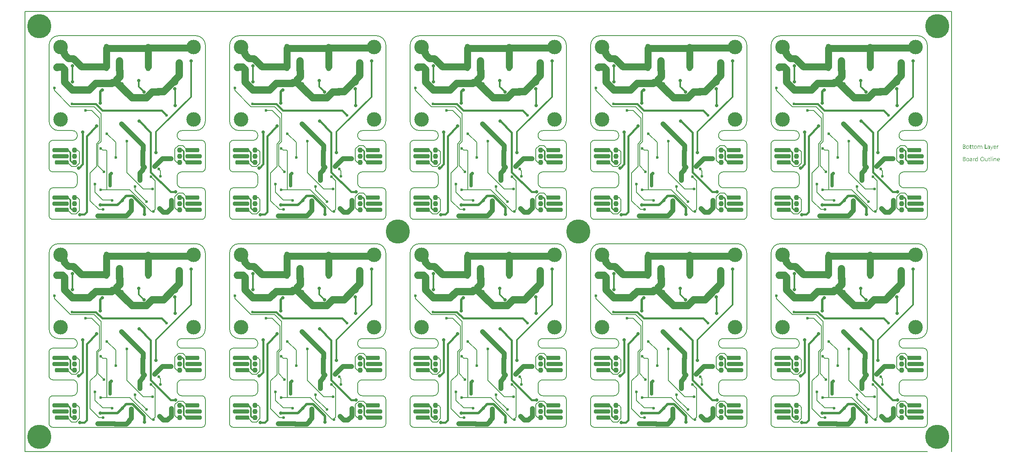
<source format=gbl>
G04*
G04 #@! TF.GenerationSoftware,Altium Limited,Altium Designer,21.5.1 (32)*
G04*
G04 Layer_Physical_Order=2*
G04 Layer_Color=16711680*
%FSAX25Y25*%
%MOIN*%
G70*
G04*
G04 #@! TF.SameCoordinates,E99C0FF3-4C0A-44BC-87B1-091C8A248283*
G04*
G04*
G04 #@! TF.FilePolarity,Positive*
G04*
G01*
G75*
%ADD36C,0.03937*%
%ADD37C,0.01968*%
%ADD38C,0.05906*%
%ADD39C,0.02756*%
%ADD40C,0.00787*%
%ADD41C,0.05512*%
%ADD42C,0.01378*%
%ADD43C,0.01575*%
%ADD44C,0.19685*%
%ADD45C,0.11811*%
G04:AMPARAMS|DCode=46|XSize=43.31mil|YSize=70.87mil|CornerRadius=19.49mil|HoleSize=0mil|Usage=FLASHONLY|Rotation=180.000|XOffset=0mil|YOffset=0mil|HoleType=Round|Shape=RoundedRectangle|*
%AMROUNDEDRECTD46*
21,1,0.04331,0.03189,0,0,180.0*
21,1,0.00433,0.07087,0,0,180.0*
1,1,0.03898,-0.00217,0.01595*
1,1,0.03898,0.00217,0.01595*
1,1,0.03898,0.00217,-0.01595*
1,1,0.03898,-0.00217,-0.01595*
%
%ADD46ROUNDEDRECTD46*%
%ADD48C,0.02756*%
%ADD49C,0.02362*%
G04:AMPARAMS|DCode=50|XSize=35.43mil|YSize=135.83mil|CornerRadius=13.82mil|HoleSize=0mil|Usage=FLASHONLY|Rotation=270.000|XOffset=0mil|YOffset=0mil|HoleType=Round|Shape=RoundedRectangle|*
%AMROUNDEDRECTD50*
21,1,0.03543,0.10819,0,0,270.0*
21,1,0.00780,0.13583,0,0,270.0*
1,1,0.02764,-0.05409,-0.00390*
1,1,0.02764,-0.05409,0.00390*
1,1,0.02764,0.05409,0.00390*
1,1,0.02764,0.05409,-0.00390*
%
%ADD50ROUNDEDRECTD50*%
G04:AMPARAMS|DCode=51|XSize=35.43mil|YSize=116.14mil|CornerRadius=13.82mil|HoleSize=0mil|Usage=FLASHONLY|Rotation=270.000|XOffset=0mil|YOffset=0mil|HoleType=Round|Shape=RoundedRectangle|*
%AMROUNDEDRECTD51*
21,1,0.03543,0.08850,0,0,270.0*
21,1,0.00780,0.11614,0,0,270.0*
1,1,0.02764,-0.04425,-0.00390*
1,1,0.02764,-0.04425,0.00390*
1,1,0.02764,0.04425,0.00390*
1,1,0.02764,0.04425,-0.00390*
%
%ADD51ROUNDEDRECTD51*%
%ADD52C,0.01181*%
%ADD53C,0.04331*%
G36*
X0759228Y0229631D02*
X0759283Y0229618D01*
X0759345Y0229606D01*
X0759413Y0229581D01*
X0759494Y0229550D01*
X0759568Y0229507D01*
X0759649Y0229457D01*
X0759723Y0229389D01*
X0759791Y0229303D01*
X0759853Y0229204D01*
X0759909Y0229092D01*
X0759946Y0228950D01*
X0759977Y0228795D01*
X0759983Y0228616D01*
Y0227068D01*
X0759581D01*
Y0228510D01*
Y0228517D01*
Y0228529D01*
Y0228548D01*
Y0228578D01*
X0759574Y0228653D01*
X0759562Y0228739D01*
X0759550Y0228838D01*
X0759525Y0228938D01*
X0759494Y0229030D01*
X0759451Y0229111D01*
X0759444Y0229117D01*
X0759426Y0229142D01*
X0759395Y0229173D01*
X0759345Y0229204D01*
X0759290Y0229241D01*
X0759215Y0229266D01*
X0759123Y0229290D01*
X0759017Y0229296D01*
X0759005D01*
X0758974Y0229290D01*
X0758924Y0229284D01*
X0758863Y0229266D01*
X0758794Y0229241D01*
X0758720Y0229198D01*
X0758646Y0229142D01*
X0758578Y0229061D01*
X0758572Y0229049D01*
X0758553Y0229018D01*
X0758522Y0228968D01*
X0758491Y0228900D01*
X0758454Y0228820D01*
X0758429Y0228727D01*
X0758404Y0228616D01*
X0758398Y0228498D01*
Y0227068D01*
X0757996D01*
Y0228560D01*
Y0228566D01*
Y0228591D01*
X0757990Y0228628D01*
Y0228678D01*
X0757977Y0228733D01*
X0757965Y0228795D01*
X0757946Y0228857D01*
X0757928Y0228931D01*
X0757897Y0228999D01*
X0757860Y0229061D01*
X0757810Y0229123D01*
X0757755Y0229179D01*
X0757693Y0229228D01*
X0757612Y0229266D01*
X0757526Y0229290D01*
X0757427Y0229296D01*
X0757414D01*
X0757383Y0229290D01*
X0757334Y0229284D01*
X0757272Y0229272D01*
X0757204Y0229241D01*
X0757129Y0229204D01*
X0757055Y0229148D01*
X0756987Y0229074D01*
X0756981Y0229061D01*
X0756962Y0229036D01*
X0756931Y0228987D01*
X0756900Y0228919D01*
X0756869Y0228838D01*
X0756839Y0228739D01*
X0756820Y0228628D01*
X0756814Y0228498D01*
Y0227068D01*
X0756411D01*
Y0229581D01*
X0756814D01*
Y0229179D01*
X0756826D01*
X0756832Y0229185D01*
X0756839Y0229198D01*
X0756857Y0229222D01*
X0756876Y0229253D01*
X0756938Y0229321D01*
X0757024Y0229408D01*
X0757136Y0229495D01*
X0757266Y0229563D01*
X0757346Y0229594D01*
X0757427Y0229618D01*
X0757513Y0229631D01*
X0757606Y0229637D01*
X0757649D01*
X0757699Y0229631D01*
X0757761Y0229618D01*
X0757829Y0229600D01*
X0757903Y0229575D01*
X0757977Y0229544D01*
X0758052Y0229495D01*
X0758058Y0229488D01*
X0758083Y0229470D01*
X0758114Y0229439D01*
X0758157Y0229396D01*
X0758200Y0229340D01*
X0758244Y0229278D01*
X0758287Y0229204D01*
X0758318Y0229117D01*
X0758324Y0229123D01*
X0758330Y0229142D01*
X0758349Y0229167D01*
X0758367Y0229198D01*
X0758398Y0229241D01*
X0758435Y0229284D01*
X0758479Y0229328D01*
X0758528Y0229377D01*
X0758584Y0229427D01*
X0758646Y0229470D01*
X0758714Y0229519D01*
X0758788Y0229556D01*
X0758869Y0229587D01*
X0758955Y0229612D01*
X0759055Y0229631D01*
X0759154Y0229637D01*
X0759191D01*
X0759228Y0229631D01*
D02*
G37*
G36*
X0773260Y0229618D02*
X0773335Y0229612D01*
X0773378Y0229600D01*
X0773409Y0229587D01*
Y0229173D01*
X0773403Y0229179D01*
X0773390Y0229185D01*
X0773366Y0229198D01*
X0773335Y0229216D01*
X0773291Y0229228D01*
X0773236Y0229241D01*
X0773174Y0229247D01*
X0773106Y0229253D01*
X0773093D01*
X0773062Y0229247D01*
X0773013Y0229241D01*
X0772957Y0229222D01*
X0772883Y0229191D01*
X0772815Y0229148D01*
X0772741Y0229086D01*
X0772673Y0229006D01*
X0772666Y0228993D01*
X0772648Y0228962D01*
X0772617Y0228907D01*
X0772586Y0228832D01*
X0772555Y0228739D01*
X0772524Y0228622D01*
X0772505Y0228492D01*
X0772499Y0228343D01*
Y0227068D01*
X0772097D01*
Y0229581D01*
X0772499D01*
Y0229061D01*
X0772511D01*
Y0229067D01*
X0772518Y0229074D01*
X0772530Y0229105D01*
X0772549Y0229154D01*
X0772580Y0229216D01*
X0772611Y0229278D01*
X0772660Y0229346D01*
X0772710Y0229414D01*
X0772772Y0229476D01*
X0772778Y0229482D01*
X0772802Y0229501D01*
X0772840Y0229526D01*
X0772889Y0229550D01*
X0772945Y0229575D01*
X0773013Y0229600D01*
X0773087Y0229618D01*
X0773168Y0229625D01*
X0773223D01*
X0773260Y0229618D01*
D02*
G37*
G36*
X0767881Y0226666D02*
X0767875Y0226660D01*
X0767869Y0226635D01*
X0767850Y0226591D01*
X0767826Y0226542D01*
X0767795Y0226486D01*
X0767751Y0226418D01*
X0767708Y0226350D01*
X0767659Y0226276D01*
X0767597Y0226202D01*
X0767535Y0226133D01*
X0767460Y0226065D01*
X0767380Y0226010D01*
X0767300Y0225960D01*
X0767207Y0225917D01*
X0767114Y0225892D01*
X0767009Y0225886D01*
X0766953D01*
X0766916Y0225892D01*
X0766835Y0225904D01*
X0766749Y0225923D01*
Y0226282D01*
X0766755D01*
X0766773Y0226276D01*
X0766798Y0226270D01*
X0766829Y0226263D01*
X0766903Y0226245D01*
X0766984Y0226239D01*
X0766996D01*
X0767033Y0226245D01*
X0767089Y0226257D01*
X0767157Y0226282D01*
X0767232Y0226325D01*
X0767269Y0226356D01*
X0767306Y0226393D01*
X0767343Y0226431D01*
X0767380Y0226480D01*
X0767411Y0226536D01*
X0767442Y0226598D01*
X0767646Y0227068D01*
X0766662Y0229581D01*
X0767108D01*
X0767789Y0227644D01*
Y0227638D01*
X0767795Y0227625D01*
X0767801Y0227607D01*
X0767807Y0227582D01*
X0767813Y0227545D01*
X0767826Y0227508D01*
X0767838Y0227452D01*
X0767857D01*
Y0227464D01*
X0767869Y0227501D01*
X0767881Y0227557D01*
X0767906Y0227638D01*
X0768618Y0229581D01*
X0769033D01*
X0767881Y0226666D01*
D02*
G37*
G36*
X0765474Y0229631D02*
X0765529Y0229625D01*
X0765597Y0229606D01*
X0765672Y0229587D01*
X0765752Y0229556D01*
X0765839Y0229519D01*
X0765919Y0229470D01*
X0766000Y0229408D01*
X0766074Y0229334D01*
X0766142Y0229241D01*
X0766198Y0229136D01*
X0766241Y0229012D01*
X0766266Y0228869D01*
X0766278Y0228702D01*
Y0227068D01*
X0765876D01*
Y0227458D01*
X0765864D01*
Y0227452D01*
X0765851Y0227439D01*
X0765839Y0227415D01*
X0765814Y0227390D01*
X0765752Y0227316D01*
X0765672Y0227235D01*
X0765560Y0227155D01*
X0765430Y0227080D01*
X0765350Y0227056D01*
X0765269Y0227031D01*
X0765183Y0227019D01*
X0765090Y0227012D01*
X0765053D01*
X0765028Y0227019D01*
X0764960Y0227025D01*
X0764879Y0227037D01*
X0764780Y0227062D01*
X0764687Y0227093D01*
X0764588Y0227142D01*
X0764502Y0227204D01*
X0764496Y0227217D01*
X0764471Y0227241D01*
X0764434Y0227285D01*
X0764396Y0227347D01*
X0764359Y0227421D01*
X0764322Y0227508D01*
X0764297Y0227613D01*
X0764291Y0227730D01*
Y0227737D01*
Y0227761D01*
X0764297Y0227799D01*
X0764304Y0227842D01*
X0764316Y0227898D01*
X0764335Y0227959D01*
X0764359Y0228028D01*
X0764396Y0228096D01*
X0764440Y0228170D01*
X0764496Y0228244D01*
X0764564Y0228312D01*
X0764644Y0228374D01*
X0764737Y0228436D01*
X0764848Y0228486D01*
X0764972Y0228523D01*
X0765121Y0228554D01*
X0765876Y0228659D01*
Y0228665D01*
Y0228684D01*
X0765870Y0228721D01*
Y0228758D01*
X0765857Y0228807D01*
X0765851Y0228863D01*
X0765814Y0228981D01*
X0765783Y0229036D01*
X0765752Y0229092D01*
X0765709Y0229148D01*
X0765659Y0229198D01*
X0765597Y0229241D01*
X0765529Y0229272D01*
X0765449Y0229290D01*
X0765356Y0229296D01*
X0765313D01*
X0765282Y0229290D01*
X0765238D01*
X0765195Y0229278D01*
X0765084Y0229259D01*
X0764960Y0229222D01*
X0764824Y0229167D01*
X0764749Y0229129D01*
X0764681Y0229092D01*
X0764607Y0229043D01*
X0764539Y0228987D01*
Y0229402D01*
X0764545D01*
X0764557Y0229414D01*
X0764576Y0229427D01*
X0764607Y0229439D01*
X0764638Y0229457D01*
X0764681Y0229476D01*
X0764731Y0229495D01*
X0764786Y0229519D01*
X0764910Y0229563D01*
X0765059Y0229600D01*
X0765220Y0229625D01*
X0765393Y0229637D01*
X0765430D01*
X0765474Y0229631D01*
D02*
G37*
G36*
X0762583Y0227439D02*
X0763994D01*
Y0227068D01*
X0762168D01*
Y0230584D01*
X0762583D01*
Y0227439D01*
D02*
G37*
G36*
X0745368Y0230578D02*
X0745412D01*
X0745455Y0230572D01*
X0745554Y0230559D01*
X0745672Y0230528D01*
X0745795Y0230491D01*
X0745913Y0230435D01*
X0746018Y0230361D01*
X0746025D01*
X0746031Y0230349D01*
X0746062Y0230324D01*
X0746105Y0230275D01*
X0746154Y0230206D01*
X0746198Y0230120D01*
X0746241Y0230021D01*
X0746272Y0229909D01*
X0746284Y0229847D01*
Y0229779D01*
Y0229773D01*
Y0229767D01*
Y0229730D01*
X0746278Y0229674D01*
X0746266Y0229606D01*
X0746247Y0229519D01*
X0746216Y0229433D01*
X0746179Y0229346D01*
X0746124Y0229259D01*
X0746117Y0229247D01*
X0746093Y0229222D01*
X0746056Y0229185D01*
X0746006Y0229136D01*
X0745944Y0229086D01*
X0745870Y0229030D01*
X0745777Y0228987D01*
X0745678Y0228944D01*
Y0228938D01*
X0745696D01*
X0745715Y0228931D01*
X0745734Y0228925D01*
X0745802Y0228913D01*
X0745882Y0228888D01*
X0745969Y0228851D01*
X0746062Y0228807D01*
X0746154Y0228746D01*
X0746241Y0228665D01*
X0746254Y0228653D01*
X0746278Y0228622D01*
X0746309Y0228578D01*
X0746353Y0228510D01*
X0746390Y0228424D01*
X0746427Y0228325D01*
X0746452Y0228207D01*
X0746458Y0228077D01*
Y0228071D01*
Y0228059D01*
Y0228034D01*
X0746452Y0228003D01*
X0746445Y0227966D01*
X0746439Y0227922D01*
X0746415Y0227817D01*
X0746377Y0227699D01*
X0746322Y0227576D01*
X0746284Y0227520D01*
X0746241Y0227458D01*
X0746185Y0227402D01*
X0746130Y0227347D01*
X0746124D01*
X0746117Y0227334D01*
X0746099Y0227322D01*
X0746074Y0227303D01*
X0746043Y0227285D01*
X0746000Y0227260D01*
X0745907Y0227210D01*
X0745789Y0227155D01*
X0745653Y0227112D01*
X0745492Y0227080D01*
X0745412Y0227074D01*
X0745319Y0227068D01*
X0744291D01*
Y0230584D01*
X0745337D01*
X0745368Y0230578D01*
D02*
G37*
G36*
X0752295Y0229581D02*
X0752933D01*
Y0229235D01*
X0752295D01*
Y0227817D01*
Y0227805D01*
Y0227774D01*
X0752301Y0227730D01*
X0752307Y0227675D01*
X0752332Y0227557D01*
X0752351Y0227501D01*
X0752382Y0227458D01*
X0752388Y0227452D01*
X0752400Y0227439D01*
X0752419Y0227427D01*
X0752450Y0227409D01*
X0752487Y0227384D01*
X0752536Y0227371D01*
X0752598Y0227359D01*
X0752666Y0227353D01*
X0752691D01*
X0752722Y0227359D01*
X0752759Y0227365D01*
X0752846Y0227390D01*
X0752889Y0227409D01*
X0752933Y0227433D01*
Y0227087D01*
X0752926D01*
X0752908Y0227074D01*
X0752877Y0227068D01*
X0752834Y0227056D01*
X0752778Y0227043D01*
X0752716Y0227031D01*
X0752642Y0227025D01*
X0752555Y0227019D01*
X0752524D01*
X0752493Y0227025D01*
X0752450Y0227031D01*
X0752400Y0227043D01*
X0752345Y0227056D01*
X0752289Y0227080D01*
X0752227Y0227112D01*
X0752165Y0227149D01*
X0752103Y0227198D01*
X0752047Y0227254D01*
X0751998Y0227328D01*
X0751955Y0227409D01*
X0751924Y0227508D01*
X0751899Y0227619D01*
X0751893Y0227749D01*
Y0229235D01*
X0751466D01*
Y0229581D01*
X0751893D01*
Y0230194D01*
X0752295Y0230324D01*
Y0229581D01*
D02*
G37*
G36*
X0750593D02*
X0751230D01*
Y0229235D01*
X0750593D01*
Y0227817D01*
Y0227805D01*
Y0227774D01*
X0750599Y0227730D01*
X0750605Y0227675D01*
X0750630Y0227557D01*
X0750648Y0227501D01*
X0750679Y0227458D01*
X0750686Y0227452D01*
X0750698Y0227439D01*
X0750717Y0227427D01*
X0750747Y0227409D01*
X0750785Y0227384D01*
X0750834Y0227371D01*
X0750896Y0227359D01*
X0750964Y0227353D01*
X0750989D01*
X0751020Y0227359D01*
X0751057Y0227365D01*
X0751144Y0227390D01*
X0751187Y0227409D01*
X0751230Y0227433D01*
Y0227087D01*
X0751224D01*
X0751206Y0227074D01*
X0751175Y0227068D01*
X0751131Y0227056D01*
X0751076Y0227043D01*
X0751014Y0227031D01*
X0750939Y0227025D01*
X0750853Y0227019D01*
X0750822D01*
X0750791Y0227025D01*
X0750747Y0227031D01*
X0750698Y0227043D01*
X0750642Y0227056D01*
X0750587Y0227080D01*
X0750525Y0227112D01*
X0750463Y0227149D01*
X0750401Y0227198D01*
X0750345Y0227254D01*
X0750296Y0227328D01*
X0750252Y0227409D01*
X0750221Y0227508D01*
X0750197Y0227619D01*
X0750190Y0227749D01*
Y0229235D01*
X0749763D01*
Y0229581D01*
X0750190D01*
Y0230194D01*
X0750593Y0230324D01*
Y0229581D01*
D02*
G37*
G36*
X0770537Y0229631D02*
X0770580Y0229625D01*
X0770624Y0229618D01*
X0770735Y0229600D01*
X0770859Y0229556D01*
X0770983Y0229501D01*
X0771044Y0229464D01*
X0771106Y0229420D01*
X0771162Y0229371D01*
X0771218Y0229315D01*
X0771224Y0229309D01*
X0771230Y0229303D01*
X0771243Y0229284D01*
X0771261Y0229259D01*
X0771280Y0229222D01*
X0771305Y0229185D01*
X0771329Y0229142D01*
X0771354Y0229086D01*
X0771379Y0229024D01*
X0771404Y0228962D01*
X0771428Y0228888D01*
X0771447Y0228807D01*
X0771465Y0228721D01*
X0771478Y0228634D01*
X0771490Y0228535D01*
Y0228430D01*
Y0228220D01*
X0769714D01*
Y0228213D01*
Y0228201D01*
Y0228182D01*
X0769720Y0228151D01*
X0769726Y0228114D01*
Y0228077D01*
X0769745Y0227978D01*
X0769776Y0227879D01*
X0769813Y0227768D01*
X0769868Y0227662D01*
X0769937Y0227570D01*
X0769949Y0227557D01*
X0769974Y0227532D01*
X0770023Y0227501D01*
X0770091Y0227458D01*
X0770178Y0227415D01*
X0770277Y0227384D01*
X0770395Y0227359D01*
X0770531Y0227347D01*
X0770574D01*
X0770605Y0227353D01*
X0770642D01*
X0770685Y0227359D01*
X0770791Y0227384D01*
X0770908Y0227415D01*
X0771038Y0227464D01*
X0771174Y0227532D01*
X0771243Y0227576D01*
X0771311Y0227625D01*
Y0227248D01*
X0771305D01*
X0771298Y0227235D01*
X0771280Y0227229D01*
X0771249Y0227210D01*
X0771218Y0227192D01*
X0771181Y0227173D01*
X0771131Y0227155D01*
X0771082Y0227130D01*
X0771020Y0227105D01*
X0770952Y0227087D01*
X0770803Y0227049D01*
X0770630Y0227025D01*
X0770438Y0227012D01*
X0770388D01*
X0770351Y0227019D01*
X0770308Y0227025D01*
X0770252Y0227031D01*
X0770135Y0227056D01*
X0769998Y0227093D01*
X0769862Y0227155D01*
X0769794Y0227198D01*
X0769726Y0227241D01*
X0769664Y0227291D01*
X0769602Y0227353D01*
X0769596Y0227359D01*
X0769590Y0227371D01*
X0769578Y0227390D01*
X0769553Y0227415D01*
X0769534Y0227452D01*
X0769509Y0227495D01*
X0769478Y0227545D01*
X0769454Y0227601D01*
X0769423Y0227662D01*
X0769398Y0227737D01*
X0769367Y0227817D01*
X0769348Y0227904D01*
X0769330Y0227997D01*
X0769311Y0228096D01*
X0769305Y0228201D01*
X0769299Y0228312D01*
Y0228319D01*
Y0228337D01*
Y0228368D01*
X0769305Y0228411D01*
X0769311Y0228461D01*
X0769317Y0228517D01*
X0769324Y0228585D01*
X0769342Y0228653D01*
X0769379Y0228801D01*
X0769435Y0228962D01*
X0769472Y0229043D01*
X0769522Y0229117D01*
X0769571Y0229198D01*
X0769627Y0229266D01*
X0769633Y0229272D01*
X0769646Y0229284D01*
X0769664Y0229303D01*
X0769689Y0229321D01*
X0769720Y0229352D01*
X0769757Y0229383D01*
X0769806Y0229414D01*
X0769856Y0229451D01*
X0769974Y0229519D01*
X0770116Y0229581D01*
X0770196Y0229600D01*
X0770277Y0229618D01*
X0770364Y0229631D01*
X0770457Y0229637D01*
X0770506D01*
X0770537Y0229631D01*
D02*
G37*
G36*
X0754672D02*
X0754715Y0229625D01*
X0754771Y0229618D01*
X0754895Y0229594D01*
X0755037Y0229550D01*
X0755180Y0229488D01*
X0755254Y0229451D01*
X0755322Y0229408D01*
X0755390Y0229352D01*
X0755452Y0229290D01*
X0755458Y0229284D01*
X0755464Y0229272D01*
X0755483Y0229253D01*
X0755501Y0229228D01*
X0755526Y0229191D01*
X0755551Y0229148D01*
X0755582Y0229098D01*
X0755613Y0229043D01*
X0755638Y0228975D01*
X0755668Y0228907D01*
X0755693Y0228826D01*
X0755718Y0228739D01*
X0755737Y0228647D01*
X0755755Y0228548D01*
X0755761Y0228442D01*
X0755768Y0228331D01*
Y0228325D01*
Y0228306D01*
Y0228275D01*
X0755761Y0228232D01*
X0755755Y0228182D01*
X0755749Y0228120D01*
X0755737Y0228059D01*
X0755724Y0227984D01*
X0755687Y0227836D01*
X0755625Y0227675D01*
X0755588Y0227594D01*
X0755539Y0227514D01*
X0755489Y0227439D01*
X0755427Y0227371D01*
X0755421Y0227365D01*
X0755409Y0227359D01*
X0755390Y0227341D01*
X0755365Y0227316D01*
X0755328Y0227291D01*
X0755291Y0227260D01*
X0755241Y0227223D01*
X0755186Y0227192D01*
X0755124Y0227161D01*
X0755056Y0227124D01*
X0754982Y0227093D01*
X0754901Y0227068D01*
X0754814Y0227043D01*
X0754721Y0227031D01*
X0754622Y0227019D01*
X0754517Y0227012D01*
X0754461D01*
X0754424Y0227019D01*
X0754381Y0227025D01*
X0754325Y0227031D01*
X0754263Y0227043D01*
X0754195Y0227056D01*
X0754053Y0227099D01*
X0753904Y0227161D01*
X0753830Y0227198D01*
X0753762Y0227248D01*
X0753694Y0227297D01*
X0753626Y0227359D01*
X0753620Y0227365D01*
X0753614Y0227378D01*
X0753595Y0227396D01*
X0753576Y0227421D01*
X0753552Y0227458D01*
X0753521Y0227501D01*
X0753490Y0227551D01*
X0753465Y0227607D01*
X0753434Y0227675D01*
X0753403Y0227743D01*
X0753372Y0227817D01*
X0753347Y0227904D01*
X0753310Y0228089D01*
X0753304Y0228188D01*
X0753298Y0228294D01*
Y0228300D01*
Y0228325D01*
Y0228356D01*
X0753304Y0228399D01*
X0753310Y0228449D01*
X0753316Y0228510D01*
X0753329Y0228578D01*
X0753341Y0228653D01*
X0753378Y0228814D01*
X0753440Y0228975D01*
X0753483Y0229055D01*
X0753527Y0229136D01*
X0753576Y0229210D01*
X0753638Y0229278D01*
X0753644Y0229284D01*
X0753657Y0229296D01*
X0753675Y0229309D01*
X0753700Y0229334D01*
X0753737Y0229358D01*
X0753781Y0229389D01*
X0753830Y0229427D01*
X0753886Y0229457D01*
X0753948Y0229488D01*
X0754022Y0229526D01*
X0754096Y0229556D01*
X0754183Y0229581D01*
X0754270Y0229606D01*
X0754369Y0229625D01*
X0754474Y0229631D01*
X0754579Y0229637D01*
X0754635D01*
X0754672Y0229631D01*
D02*
G37*
G36*
X0748321D02*
X0748364Y0229625D01*
X0748420Y0229618D01*
X0748544Y0229594D01*
X0748686Y0229550D01*
X0748829Y0229488D01*
X0748903Y0229451D01*
X0748971Y0229408D01*
X0749039Y0229352D01*
X0749101Y0229290D01*
X0749107Y0229284D01*
X0749113Y0229272D01*
X0749132Y0229253D01*
X0749151Y0229228D01*
X0749175Y0229191D01*
X0749200Y0229148D01*
X0749231Y0229098D01*
X0749262Y0229043D01*
X0749287Y0228975D01*
X0749318Y0228907D01*
X0749342Y0228826D01*
X0749367Y0228739D01*
X0749386Y0228647D01*
X0749404Y0228548D01*
X0749410Y0228442D01*
X0749417Y0228331D01*
Y0228325D01*
Y0228306D01*
Y0228275D01*
X0749410Y0228232D01*
X0749404Y0228182D01*
X0749398Y0228120D01*
X0749386Y0228059D01*
X0749373Y0227984D01*
X0749336Y0227836D01*
X0749274Y0227675D01*
X0749237Y0227594D01*
X0749188Y0227514D01*
X0749138Y0227439D01*
X0749076Y0227371D01*
X0749070Y0227365D01*
X0749058Y0227359D01*
X0749039Y0227341D01*
X0749014Y0227316D01*
X0748977Y0227291D01*
X0748940Y0227260D01*
X0748890Y0227223D01*
X0748835Y0227192D01*
X0748773Y0227161D01*
X0748705Y0227124D01*
X0748631Y0227093D01*
X0748550Y0227068D01*
X0748463Y0227043D01*
X0748371Y0227031D01*
X0748272Y0227019D01*
X0748166Y0227012D01*
X0748111D01*
X0748073Y0227019D01*
X0748030Y0227025D01*
X0747974Y0227031D01*
X0747913Y0227043D01*
X0747844Y0227056D01*
X0747702Y0227099D01*
X0747553Y0227161D01*
X0747479Y0227198D01*
X0747411Y0227248D01*
X0747343Y0227297D01*
X0747275Y0227359D01*
X0747269Y0227365D01*
X0747262Y0227378D01*
X0747244Y0227396D01*
X0747225Y0227421D01*
X0747201Y0227458D01*
X0747170Y0227501D01*
X0747139Y0227551D01*
X0747114Y0227607D01*
X0747083Y0227675D01*
X0747052Y0227743D01*
X0747021Y0227817D01*
X0746996Y0227904D01*
X0746959Y0228089D01*
X0746953Y0228188D01*
X0746947Y0228294D01*
Y0228300D01*
Y0228325D01*
Y0228356D01*
X0746953Y0228399D01*
X0746959Y0228449D01*
X0746965Y0228510D01*
X0746978Y0228578D01*
X0746990Y0228653D01*
X0747027Y0228814D01*
X0747089Y0228975D01*
X0747132Y0229055D01*
X0747176Y0229136D01*
X0747225Y0229210D01*
X0747287Y0229278D01*
X0747294Y0229284D01*
X0747306Y0229296D01*
X0747324Y0229309D01*
X0747349Y0229334D01*
X0747386Y0229358D01*
X0747430Y0229389D01*
X0747479Y0229427D01*
X0747535Y0229457D01*
X0747597Y0229488D01*
X0747671Y0229526D01*
X0747745Y0229556D01*
X0747832Y0229581D01*
X0747919Y0229606D01*
X0748018Y0229625D01*
X0748123Y0229631D01*
X0748228Y0229637D01*
X0748284D01*
X0748321Y0229631D01*
D02*
G37*
G36*
X0768500Y0220551D02*
X0768525D01*
X0768581Y0220526D01*
X0768612Y0220508D01*
X0768643Y0220483D01*
X0768649Y0220477D01*
X0768655Y0220470D01*
X0768686Y0220433D01*
X0768711Y0220371D01*
X0768717Y0220334D01*
X0768723Y0220297D01*
Y0220291D01*
Y0220279D01*
X0768717Y0220260D01*
X0768711Y0220235D01*
X0768692Y0220173D01*
X0768668Y0220142D01*
X0768643Y0220111D01*
X0768637D01*
X0768630Y0220099D01*
X0768593Y0220074D01*
X0768538Y0220050D01*
X0768500Y0220043D01*
X0768463Y0220037D01*
X0768445D01*
X0768426Y0220043D01*
X0768401D01*
X0768339Y0220068D01*
X0768308Y0220080D01*
X0768278Y0220105D01*
Y0220111D01*
X0768265Y0220118D01*
X0768253Y0220136D01*
X0768240Y0220155D01*
X0768216Y0220217D01*
X0768210Y0220254D01*
X0768203Y0220297D01*
Y0220303D01*
Y0220316D01*
X0768210Y0220334D01*
X0768216Y0220365D01*
X0768234Y0220421D01*
X0768253Y0220452D01*
X0768278Y0220483D01*
X0768284Y0220489D01*
X0768290Y0220495D01*
X0768327Y0220520D01*
X0768389Y0220545D01*
X0768426Y0220557D01*
X0768482D01*
X0768500Y0220551D01*
D02*
G37*
G36*
X0756510Y0216886D02*
X0756108D01*
Y0217307D01*
X0756096D01*
Y0217301D01*
X0756083Y0217289D01*
X0756065Y0217264D01*
X0756046Y0217233D01*
X0756015Y0217196D01*
X0755978Y0217159D01*
X0755935Y0217115D01*
X0755885Y0217072D01*
X0755829Y0217023D01*
X0755761Y0216979D01*
X0755693Y0216942D01*
X0755613Y0216905D01*
X0755532Y0216874D01*
X0755440Y0216849D01*
X0755340Y0216837D01*
X0755235Y0216831D01*
X0755192D01*
X0755155Y0216837D01*
X0755118Y0216843D01*
X0755068Y0216849D01*
X0754963Y0216874D01*
X0754839Y0216911D01*
X0754715Y0216973D01*
X0754647Y0217010D01*
X0754592Y0217054D01*
X0754530Y0217109D01*
X0754474Y0217165D01*
Y0217171D01*
X0754461Y0217183D01*
X0754449Y0217202D01*
X0754431Y0217227D01*
X0754412Y0217258D01*
X0754387Y0217301D01*
X0754362Y0217351D01*
X0754338Y0217406D01*
X0754307Y0217468D01*
X0754282Y0217536D01*
X0754257Y0217611D01*
X0754239Y0217691D01*
X0754220Y0217778D01*
X0754208Y0217877D01*
X0754202Y0217976D01*
X0754195Y0218081D01*
Y0218087D01*
Y0218106D01*
Y0218143D01*
X0754202Y0218186D01*
X0754208Y0218236D01*
X0754214Y0218298D01*
X0754220Y0218366D01*
X0754233Y0218440D01*
X0754270Y0218601D01*
X0754325Y0218768D01*
X0754362Y0218849D01*
X0754406Y0218929D01*
X0754449Y0219003D01*
X0754505Y0219078D01*
X0754511Y0219084D01*
X0754517Y0219096D01*
X0754536Y0219115D01*
X0754561Y0219140D01*
X0754592Y0219164D01*
X0754635Y0219195D01*
X0754678Y0219232D01*
X0754728Y0219270D01*
X0754851Y0219338D01*
X0754994Y0219400D01*
X0755074Y0219418D01*
X0755161Y0219437D01*
X0755248Y0219449D01*
X0755347Y0219455D01*
X0755396D01*
X0755433Y0219449D01*
X0755471Y0219443D01*
X0755520Y0219437D01*
X0755631Y0219406D01*
X0755755Y0219356D01*
X0755817Y0219325D01*
X0755879Y0219282D01*
X0755941Y0219239D01*
X0755997Y0219183D01*
X0756046Y0219121D01*
X0756096Y0219047D01*
X0756108D01*
Y0220607D01*
X0756510D01*
Y0216886D01*
D02*
G37*
G36*
X0770778Y0219449D02*
X0770853Y0219443D01*
X0770946Y0219424D01*
X0771044Y0219393D01*
X0771150Y0219344D01*
X0771255Y0219276D01*
X0771298Y0219239D01*
X0771342Y0219189D01*
X0771354Y0219177D01*
X0771379Y0219140D01*
X0771410Y0219078D01*
X0771453Y0218991D01*
X0771490Y0218886D01*
X0771527Y0218756D01*
X0771552Y0218601D01*
X0771558Y0218422D01*
Y0216886D01*
X0771156D01*
Y0218316D01*
Y0218322D01*
Y0218354D01*
X0771150Y0218391D01*
Y0218440D01*
X0771137Y0218502D01*
X0771125Y0218570D01*
X0771106Y0218644D01*
X0771082Y0218719D01*
X0771051Y0218793D01*
X0771014Y0218861D01*
X0770964Y0218929D01*
X0770908Y0218991D01*
X0770846Y0219040D01*
X0770766Y0219078D01*
X0770679Y0219109D01*
X0770574Y0219115D01*
X0770562D01*
X0770525Y0219109D01*
X0770469Y0219102D01*
X0770401Y0219084D01*
X0770320Y0219059D01*
X0770234Y0219016D01*
X0770153Y0218960D01*
X0770073Y0218886D01*
X0770066Y0218873D01*
X0770042Y0218849D01*
X0770011Y0218799D01*
X0769974Y0218731D01*
X0769937Y0218651D01*
X0769906Y0218551D01*
X0769881Y0218440D01*
X0769875Y0218316D01*
Y0216886D01*
X0769472D01*
Y0219400D01*
X0769875D01*
Y0218979D01*
X0769887D01*
X0769893Y0218985D01*
X0769899Y0218997D01*
X0769918Y0219022D01*
X0769943Y0219053D01*
X0769968Y0219090D01*
X0770005Y0219127D01*
X0770048Y0219170D01*
X0770097Y0219220D01*
X0770153Y0219263D01*
X0770215Y0219307D01*
X0770283Y0219344D01*
X0770357Y0219381D01*
X0770432Y0219412D01*
X0770518Y0219437D01*
X0770611Y0219449D01*
X0770710Y0219455D01*
X0770747D01*
X0770778Y0219449D01*
D02*
G37*
G36*
X0753781Y0219437D02*
X0753855Y0219430D01*
X0753898Y0219418D01*
X0753929Y0219406D01*
Y0218991D01*
X0753923Y0218997D01*
X0753911Y0219003D01*
X0753886Y0219016D01*
X0753855Y0219034D01*
X0753812Y0219047D01*
X0753756Y0219059D01*
X0753694Y0219065D01*
X0753626Y0219072D01*
X0753614D01*
X0753582Y0219065D01*
X0753533Y0219059D01*
X0753477Y0219040D01*
X0753403Y0219010D01*
X0753335Y0218966D01*
X0753261Y0218904D01*
X0753193Y0218824D01*
X0753186Y0218811D01*
X0753168Y0218781D01*
X0753137Y0218725D01*
X0753106Y0218651D01*
X0753075Y0218558D01*
X0753044Y0218440D01*
X0753025Y0218310D01*
X0753019Y0218162D01*
Y0216886D01*
X0752617D01*
Y0219400D01*
X0753019D01*
Y0218880D01*
X0753032D01*
Y0218886D01*
X0753038Y0218892D01*
X0753050Y0218923D01*
X0753069Y0218972D01*
X0753100Y0219034D01*
X0753131Y0219096D01*
X0753180Y0219164D01*
X0753230Y0219232D01*
X0753292Y0219294D01*
X0753298Y0219301D01*
X0753323Y0219319D01*
X0753360Y0219344D01*
X0753409Y0219369D01*
X0753465Y0219393D01*
X0753533Y0219418D01*
X0753607Y0219437D01*
X0753688Y0219443D01*
X0753744D01*
X0753781Y0219437D01*
D02*
G37*
G36*
X0764520Y0216886D02*
X0764118D01*
Y0217283D01*
X0764106D01*
Y0217276D01*
X0764093Y0217264D01*
X0764081Y0217239D01*
X0764056Y0217214D01*
X0764000Y0217140D01*
X0763914Y0217060D01*
X0763864Y0217016D01*
X0763808Y0216973D01*
X0763747Y0216936D01*
X0763672Y0216899D01*
X0763598Y0216874D01*
X0763518Y0216849D01*
X0763425Y0216837D01*
X0763332Y0216831D01*
X0763295D01*
X0763251Y0216837D01*
X0763189Y0216849D01*
X0763121Y0216862D01*
X0763047Y0216886D01*
X0762967Y0216917D01*
X0762886Y0216967D01*
X0762799Y0217023D01*
X0762719Y0217091D01*
X0762645Y0217177D01*
X0762577Y0217283D01*
X0762515Y0217400D01*
X0762471Y0217543D01*
X0762447Y0217710D01*
X0762434Y0217796D01*
Y0217895D01*
Y0219400D01*
X0762830D01*
Y0217957D01*
Y0217951D01*
Y0217926D01*
X0762837Y0217883D01*
X0762843Y0217833D01*
X0762849Y0217772D01*
X0762861Y0217710D01*
X0762880Y0217635D01*
X0762905Y0217561D01*
X0762942Y0217487D01*
X0762979Y0217419D01*
X0763028Y0217351D01*
X0763090Y0217289D01*
X0763158Y0217239D01*
X0763239Y0217202D01*
X0763338Y0217171D01*
X0763443Y0217165D01*
X0763456D01*
X0763493Y0217171D01*
X0763548Y0217177D01*
X0763610Y0217190D01*
X0763691Y0217221D01*
X0763771Y0217258D01*
X0763852Y0217307D01*
X0763926Y0217382D01*
X0763932Y0217394D01*
X0763957Y0217419D01*
X0763988Y0217468D01*
X0764025Y0217536D01*
X0764056Y0217617D01*
X0764087Y0217716D01*
X0764112Y0217827D01*
X0764118Y0217951D01*
Y0219400D01*
X0764520D01*
Y0216886D01*
D02*
G37*
G36*
X0768655D02*
X0768253D01*
Y0219400D01*
X0768655D01*
Y0216886D01*
D02*
G37*
G36*
X0767436D02*
X0767033D01*
Y0220607D01*
X0767436D01*
Y0216886D01*
D02*
G37*
G36*
X0751057Y0219449D02*
X0751113Y0219443D01*
X0751181Y0219424D01*
X0751255Y0219406D01*
X0751335Y0219375D01*
X0751422Y0219338D01*
X0751503Y0219288D01*
X0751583Y0219226D01*
X0751657Y0219152D01*
X0751725Y0219059D01*
X0751781Y0218954D01*
X0751825Y0218830D01*
X0751849Y0218688D01*
X0751862Y0218521D01*
Y0216886D01*
X0751459D01*
Y0217276D01*
X0751447D01*
Y0217270D01*
X0751435Y0217258D01*
X0751422Y0217233D01*
X0751398Y0217208D01*
X0751335Y0217134D01*
X0751255Y0217054D01*
X0751144Y0216973D01*
X0751014Y0216899D01*
X0750933Y0216874D01*
X0750853Y0216849D01*
X0750766Y0216837D01*
X0750673Y0216831D01*
X0750636D01*
X0750611Y0216837D01*
X0750543Y0216843D01*
X0750463Y0216856D01*
X0750364Y0216880D01*
X0750271Y0216911D01*
X0750172Y0216961D01*
X0750085Y0217023D01*
X0750079Y0217035D01*
X0750054Y0217060D01*
X0750017Y0217103D01*
X0749980Y0217165D01*
X0749943Y0217239D01*
X0749906Y0217326D01*
X0749881Y0217431D01*
X0749875Y0217549D01*
Y0217555D01*
Y0217580D01*
X0749881Y0217617D01*
X0749887Y0217660D01*
X0749899Y0217716D01*
X0749918Y0217778D01*
X0749943Y0217846D01*
X0749980Y0217914D01*
X0750023Y0217988D01*
X0750079Y0218062D01*
X0750147Y0218131D01*
X0750227Y0218193D01*
X0750320Y0218254D01*
X0750432Y0218304D01*
X0750556Y0218341D01*
X0750704Y0218372D01*
X0751459Y0218477D01*
Y0218483D01*
Y0218502D01*
X0751453Y0218539D01*
Y0218576D01*
X0751441Y0218626D01*
X0751435Y0218682D01*
X0751398Y0218799D01*
X0751367Y0218855D01*
X0751335Y0218911D01*
X0751292Y0218966D01*
X0751243Y0219016D01*
X0751181Y0219059D01*
X0751113Y0219090D01*
X0751032Y0219109D01*
X0750939Y0219115D01*
X0750896D01*
X0750865Y0219109D01*
X0750822D01*
X0750778Y0219096D01*
X0750667Y0219078D01*
X0750543Y0219040D01*
X0750407Y0218985D01*
X0750333Y0218948D01*
X0750265Y0218911D01*
X0750190Y0218861D01*
X0750122Y0218805D01*
Y0219220D01*
X0750129D01*
X0750141Y0219232D01*
X0750160Y0219245D01*
X0750190Y0219257D01*
X0750221Y0219276D01*
X0750265Y0219294D01*
X0750314Y0219313D01*
X0750370Y0219338D01*
X0750494Y0219381D01*
X0750642Y0219418D01*
X0750803Y0219443D01*
X0750977Y0219455D01*
X0751014D01*
X0751057Y0219449D01*
D02*
G37*
G36*
X0745368Y0220396D02*
X0745412D01*
X0745455Y0220390D01*
X0745554Y0220378D01*
X0745672Y0220347D01*
X0745795Y0220309D01*
X0745913Y0220254D01*
X0746018Y0220180D01*
X0746025D01*
X0746031Y0220167D01*
X0746062Y0220142D01*
X0746105Y0220093D01*
X0746154Y0220025D01*
X0746198Y0219938D01*
X0746241Y0219839D01*
X0746272Y0219728D01*
X0746284Y0219666D01*
Y0219598D01*
Y0219591D01*
Y0219585D01*
Y0219548D01*
X0746278Y0219492D01*
X0746266Y0219424D01*
X0746247Y0219338D01*
X0746216Y0219251D01*
X0746179Y0219164D01*
X0746124Y0219078D01*
X0746117Y0219065D01*
X0746093Y0219040D01*
X0746056Y0219003D01*
X0746006Y0218954D01*
X0745944Y0218904D01*
X0745870Y0218849D01*
X0745777Y0218805D01*
X0745678Y0218762D01*
Y0218756D01*
X0745696D01*
X0745715Y0218750D01*
X0745734Y0218743D01*
X0745802Y0218731D01*
X0745882Y0218706D01*
X0745969Y0218669D01*
X0746062Y0218626D01*
X0746154Y0218564D01*
X0746241Y0218483D01*
X0746254Y0218471D01*
X0746278Y0218440D01*
X0746309Y0218397D01*
X0746353Y0218329D01*
X0746390Y0218242D01*
X0746427Y0218143D01*
X0746452Y0218025D01*
X0746458Y0217895D01*
Y0217889D01*
Y0217877D01*
Y0217852D01*
X0746452Y0217821D01*
X0746445Y0217784D01*
X0746439Y0217741D01*
X0746415Y0217635D01*
X0746377Y0217518D01*
X0746322Y0217394D01*
X0746284Y0217338D01*
X0746241Y0217276D01*
X0746185Y0217221D01*
X0746130Y0217165D01*
X0746124D01*
X0746117Y0217153D01*
X0746099Y0217140D01*
X0746074Y0217122D01*
X0746043Y0217103D01*
X0746000Y0217078D01*
X0745907Y0217029D01*
X0745789Y0216973D01*
X0745653Y0216930D01*
X0745492Y0216899D01*
X0745412Y0216893D01*
X0745319Y0216886D01*
X0744291D01*
Y0220402D01*
X0745337D01*
X0745368Y0220396D01*
D02*
G37*
G36*
X0765864Y0219400D02*
X0766501D01*
Y0219053D01*
X0765864D01*
Y0217635D01*
Y0217623D01*
Y0217592D01*
X0765870Y0217549D01*
X0765876Y0217493D01*
X0765901Y0217375D01*
X0765919Y0217320D01*
X0765950Y0217276D01*
X0765956Y0217270D01*
X0765969Y0217258D01*
X0765987Y0217245D01*
X0766018Y0217227D01*
X0766055Y0217202D01*
X0766105Y0217190D01*
X0766167Y0217177D01*
X0766235Y0217171D01*
X0766260D01*
X0766291Y0217177D01*
X0766328Y0217183D01*
X0766414Y0217208D01*
X0766458Y0217227D01*
X0766501Y0217252D01*
Y0216905D01*
X0766495D01*
X0766476Y0216893D01*
X0766445Y0216886D01*
X0766402Y0216874D01*
X0766346Y0216862D01*
X0766284Y0216849D01*
X0766210Y0216843D01*
X0766123Y0216837D01*
X0766092D01*
X0766062Y0216843D01*
X0766018Y0216849D01*
X0765969Y0216862D01*
X0765913Y0216874D01*
X0765857Y0216899D01*
X0765795Y0216930D01*
X0765733Y0216967D01*
X0765672Y0217016D01*
X0765616Y0217072D01*
X0765566Y0217146D01*
X0765523Y0217227D01*
X0765492Y0217326D01*
X0765467Y0217437D01*
X0765461Y0217567D01*
Y0219053D01*
X0765034D01*
Y0219400D01*
X0765461D01*
Y0220012D01*
X0765864Y0220142D01*
Y0219400D01*
D02*
G37*
G36*
X0773390Y0219449D02*
X0773434Y0219443D01*
X0773477Y0219437D01*
X0773589Y0219418D01*
X0773712Y0219375D01*
X0773836Y0219319D01*
X0773898Y0219282D01*
X0773960Y0219239D01*
X0774016Y0219189D01*
X0774071Y0219133D01*
X0774078Y0219127D01*
X0774084Y0219121D01*
X0774096Y0219102D01*
X0774115Y0219078D01*
X0774133Y0219040D01*
X0774158Y0219003D01*
X0774183Y0218960D01*
X0774208Y0218904D01*
X0774232Y0218843D01*
X0774257Y0218781D01*
X0774282Y0218706D01*
X0774300Y0218626D01*
X0774319Y0218539D01*
X0774331Y0218453D01*
X0774344Y0218354D01*
Y0218248D01*
Y0218038D01*
X0772567D01*
Y0218032D01*
Y0218019D01*
Y0218001D01*
X0772573Y0217970D01*
X0772580Y0217933D01*
Y0217895D01*
X0772598Y0217796D01*
X0772629Y0217697D01*
X0772666Y0217586D01*
X0772722Y0217481D01*
X0772790Y0217388D01*
X0772802Y0217375D01*
X0772827Y0217351D01*
X0772877Y0217320D01*
X0772945Y0217276D01*
X0773032Y0217233D01*
X0773131Y0217202D01*
X0773248Y0217177D01*
X0773384Y0217165D01*
X0773428D01*
X0773459Y0217171D01*
X0773496D01*
X0773539Y0217177D01*
X0773644Y0217202D01*
X0773762Y0217233D01*
X0773892Y0217283D01*
X0774028Y0217351D01*
X0774096Y0217394D01*
X0774164Y0217443D01*
Y0217066D01*
X0774158D01*
X0774152Y0217054D01*
X0774133Y0217047D01*
X0774102Y0217029D01*
X0774071Y0217010D01*
X0774034Y0216992D01*
X0773985Y0216973D01*
X0773935Y0216948D01*
X0773873Y0216924D01*
X0773805Y0216905D01*
X0773657Y0216868D01*
X0773483Y0216843D01*
X0773291Y0216831D01*
X0773242D01*
X0773205Y0216837D01*
X0773162Y0216843D01*
X0773106Y0216849D01*
X0772988Y0216874D01*
X0772852Y0216911D01*
X0772716Y0216973D01*
X0772648Y0217016D01*
X0772580Y0217060D01*
X0772518Y0217109D01*
X0772456Y0217171D01*
X0772450Y0217177D01*
X0772443Y0217190D01*
X0772431Y0217208D01*
X0772406Y0217233D01*
X0772388Y0217270D01*
X0772363Y0217314D01*
X0772332Y0217363D01*
X0772307Y0217419D01*
X0772276Y0217481D01*
X0772252Y0217555D01*
X0772221Y0217635D01*
X0772202Y0217722D01*
X0772184Y0217815D01*
X0772165Y0217914D01*
X0772159Y0218019D01*
X0772153Y0218131D01*
Y0218137D01*
Y0218155D01*
Y0218186D01*
X0772159Y0218230D01*
X0772165Y0218279D01*
X0772171Y0218335D01*
X0772177Y0218403D01*
X0772196Y0218471D01*
X0772233Y0218620D01*
X0772289Y0218781D01*
X0772326Y0218861D01*
X0772375Y0218935D01*
X0772425Y0219016D01*
X0772481Y0219084D01*
X0772487Y0219090D01*
X0772499Y0219102D01*
X0772518Y0219121D01*
X0772542Y0219140D01*
X0772573Y0219170D01*
X0772611Y0219201D01*
X0772660Y0219232D01*
X0772710Y0219270D01*
X0772827Y0219338D01*
X0772970Y0219400D01*
X0773050Y0219418D01*
X0773131Y0219437D01*
X0773217Y0219449D01*
X0773310Y0219455D01*
X0773360D01*
X0773390Y0219449D01*
D02*
G37*
G36*
X0760348Y0220458D02*
X0760410Y0220452D01*
X0760484Y0220440D01*
X0760565Y0220421D01*
X0760651Y0220402D01*
X0760738Y0220378D01*
X0760837Y0220347D01*
X0760930Y0220303D01*
X0761029Y0220254D01*
X0761128Y0220198D01*
X0761221Y0220130D01*
X0761314Y0220056D01*
X0761401Y0219969D01*
X0761407Y0219963D01*
X0761419Y0219944D01*
X0761444Y0219919D01*
X0761469Y0219882D01*
X0761506Y0219833D01*
X0761543Y0219771D01*
X0761580Y0219703D01*
X0761623Y0219629D01*
X0761667Y0219536D01*
X0761704Y0219443D01*
X0761741Y0219338D01*
X0761778Y0219220D01*
X0761803Y0219102D01*
X0761828Y0218972D01*
X0761840Y0218830D01*
X0761846Y0218688D01*
Y0218675D01*
Y0218651D01*
Y0218607D01*
X0761840Y0218545D01*
X0761834Y0218471D01*
X0761821Y0218391D01*
X0761809Y0218298D01*
X0761791Y0218193D01*
X0761766Y0218087D01*
X0761735Y0217976D01*
X0761698Y0217864D01*
X0761654Y0217753D01*
X0761599Y0217635D01*
X0761537Y0217530D01*
X0761469Y0217425D01*
X0761388Y0217326D01*
X0761382Y0217320D01*
X0761370Y0217307D01*
X0761339Y0217283D01*
X0761308Y0217252D01*
X0761258Y0217208D01*
X0761202Y0217171D01*
X0761140Y0217122D01*
X0761066Y0217078D01*
X0760986Y0217035D01*
X0760893Y0216986D01*
X0760794Y0216948D01*
X0760682Y0216911D01*
X0760565Y0216874D01*
X0760441Y0216849D01*
X0760311Y0216837D01*
X0760169Y0216831D01*
X0760138D01*
X0760094Y0216837D01*
X0760045D01*
X0759983Y0216843D01*
X0759909Y0216856D01*
X0759828Y0216874D01*
X0759735Y0216893D01*
X0759643Y0216917D01*
X0759544Y0216948D01*
X0759444Y0216992D01*
X0759345Y0217035D01*
X0759246Y0217091D01*
X0759147Y0217159D01*
X0759055Y0217233D01*
X0758968Y0217320D01*
X0758962Y0217326D01*
X0758949Y0217344D01*
X0758924Y0217369D01*
X0758900Y0217406D01*
X0758863Y0217456D01*
X0758825Y0217518D01*
X0758788Y0217586D01*
X0758745Y0217666D01*
X0758702Y0217753D01*
X0758665Y0217846D01*
X0758627Y0217951D01*
X0758590Y0218069D01*
X0758566Y0218186D01*
X0758541Y0218316D01*
X0758528Y0218459D01*
X0758522Y0218601D01*
Y0218613D01*
Y0218638D01*
X0758528Y0218682D01*
Y0218743D01*
X0758534Y0218811D01*
X0758547Y0218898D01*
X0758559Y0218991D01*
X0758578Y0219090D01*
X0758603Y0219195D01*
X0758634Y0219307D01*
X0758671Y0219418D01*
X0758714Y0219530D01*
X0758770Y0219641D01*
X0758832Y0219752D01*
X0758900Y0219858D01*
X0758980Y0219957D01*
X0758986Y0219963D01*
X0758999Y0219981D01*
X0759030Y0220006D01*
X0759067Y0220037D01*
X0759110Y0220074D01*
X0759166Y0220118D01*
X0759234Y0220161D01*
X0759308Y0220210D01*
X0759395Y0220260D01*
X0759488Y0220303D01*
X0759587Y0220347D01*
X0759698Y0220384D01*
X0759822Y0220415D01*
X0759952Y0220446D01*
X0760088Y0220458D01*
X0760231Y0220464D01*
X0760299D01*
X0760348Y0220458D01*
D02*
G37*
G36*
X0748321Y0219449D02*
X0748364Y0219443D01*
X0748420Y0219437D01*
X0748544Y0219412D01*
X0748686Y0219369D01*
X0748829Y0219307D01*
X0748903Y0219270D01*
X0748971Y0219226D01*
X0749039Y0219170D01*
X0749101Y0219109D01*
X0749107Y0219102D01*
X0749113Y0219090D01*
X0749132Y0219072D01*
X0749151Y0219047D01*
X0749175Y0219010D01*
X0749200Y0218966D01*
X0749231Y0218917D01*
X0749262Y0218861D01*
X0749287Y0218793D01*
X0749318Y0218725D01*
X0749342Y0218644D01*
X0749367Y0218558D01*
X0749386Y0218465D01*
X0749404Y0218366D01*
X0749410Y0218261D01*
X0749417Y0218149D01*
Y0218143D01*
Y0218124D01*
Y0218093D01*
X0749410Y0218050D01*
X0749404Y0218001D01*
X0749398Y0217939D01*
X0749386Y0217877D01*
X0749373Y0217803D01*
X0749336Y0217654D01*
X0749274Y0217493D01*
X0749237Y0217413D01*
X0749188Y0217332D01*
X0749138Y0217258D01*
X0749076Y0217190D01*
X0749070Y0217183D01*
X0749058Y0217177D01*
X0749039Y0217159D01*
X0749014Y0217134D01*
X0748977Y0217109D01*
X0748940Y0217078D01*
X0748890Y0217041D01*
X0748835Y0217010D01*
X0748773Y0216979D01*
X0748705Y0216942D01*
X0748631Y0216911D01*
X0748550Y0216886D01*
X0748463Y0216862D01*
X0748371Y0216849D01*
X0748272Y0216837D01*
X0748166Y0216831D01*
X0748111D01*
X0748073Y0216837D01*
X0748030Y0216843D01*
X0747974Y0216849D01*
X0747913Y0216862D01*
X0747844Y0216874D01*
X0747702Y0216917D01*
X0747553Y0216979D01*
X0747479Y0217016D01*
X0747411Y0217066D01*
X0747343Y0217115D01*
X0747275Y0217177D01*
X0747269Y0217183D01*
X0747262Y0217196D01*
X0747244Y0217214D01*
X0747225Y0217239D01*
X0747201Y0217276D01*
X0747170Y0217320D01*
X0747139Y0217369D01*
X0747114Y0217425D01*
X0747083Y0217493D01*
X0747052Y0217561D01*
X0747021Y0217635D01*
X0746996Y0217722D01*
X0746959Y0217908D01*
X0746953Y0218007D01*
X0746947Y0218112D01*
Y0218118D01*
Y0218143D01*
Y0218174D01*
X0746953Y0218217D01*
X0746959Y0218267D01*
X0746965Y0218329D01*
X0746978Y0218397D01*
X0746990Y0218471D01*
X0747027Y0218632D01*
X0747089Y0218793D01*
X0747132Y0218873D01*
X0747176Y0218954D01*
X0747225Y0219028D01*
X0747287Y0219096D01*
X0747294Y0219102D01*
X0747306Y0219115D01*
X0747324Y0219127D01*
X0747349Y0219152D01*
X0747386Y0219177D01*
X0747430Y0219208D01*
X0747479Y0219245D01*
X0747535Y0219276D01*
X0747597Y0219307D01*
X0747671Y0219344D01*
X0747745Y0219375D01*
X0747832Y0219400D01*
X0747919Y0219424D01*
X0748018Y0219443D01*
X0748123Y0219449D01*
X0748228Y0219455D01*
X0748284D01*
X0748321Y0219449D01*
D02*
G37*
%LPC*%
G36*
X0765876Y0228337D02*
X0765269Y0228250D01*
X0765257D01*
X0765226Y0228244D01*
X0765176Y0228232D01*
X0765114Y0228220D01*
X0765046Y0228201D01*
X0764972Y0228176D01*
X0764910Y0228151D01*
X0764848Y0228114D01*
X0764842Y0228108D01*
X0764824Y0228096D01*
X0764805Y0228071D01*
X0764780Y0228034D01*
X0764749Y0227984D01*
X0764731Y0227922D01*
X0764712Y0227848D01*
X0764706Y0227761D01*
Y0227755D01*
Y0227730D01*
X0764712Y0227699D01*
X0764724Y0227656D01*
X0764737Y0227607D01*
X0764762Y0227557D01*
X0764793Y0227508D01*
X0764836Y0227458D01*
X0764842Y0227452D01*
X0764861Y0227439D01*
X0764892Y0227421D01*
X0764929Y0227402D01*
X0764978Y0227384D01*
X0765040Y0227365D01*
X0765108Y0227353D01*
X0765189Y0227347D01*
X0765201D01*
X0765238Y0227353D01*
X0765294Y0227359D01*
X0765362Y0227371D01*
X0765436Y0227396D01*
X0765523Y0227433D01*
X0765603Y0227489D01*
X0765678Y0227557D01*
X0765684Y0227570D01*
X0765709Y0227594D01*
X0765740Y0227638D01*
X0765777Y0227699D01*
X0765814Y0227780D01*
X0765845Y0227867D01*
X0765870Y0227972D01*
X0765876Y0228083D01*
Y0228337D01*
D02*
G37*
G36*
X0745177Y0230213D02*
X0744706D01*
Y0229074D01*
X0745183D01*
X0745245Y0229080D01*
X0745319Y0229092D01*
X0745405Y0229111D01*
X0745498Y0229142D01*
X0745579Y0229179D01*
X0745659Y0229235D01*
X0745666Y0229241D01*
X0745690Y0229266D01*
X0745721Y0229303D01*
X0745758Y0229358D01*
X0745789Y0229420D01*
X0745820Y0229501D01*
X0745845Y0229594D01*
X0745851Y0229699D01*
Y0229705D01*
Y0229724D01*
X0745845Y0229748D01*
X0745839Y0229779D01*
X0745814Y0229860D01*
X0745795Y0229909D01*
X0745764Y0229959D01*
X0745734Y0230002D01*
X0745684Y0230052D01*
X0745635Y0230095D01*
X0745567Y0230132D01*
X0745492Y0230163D01*
X0745399Y0230188D01*
X0745294Y0230206D01*
X0745177Y0230213D01*
D02*
G37*
G36*
Y0228702D02*
X0744706D01*
Y0227439D01*
X0745325D01*
X0745387Y0227446D01*
X0745474Y0227458D01*
X0745560Y0227483D01*
X0745653Y0227508D01*
X0745746Y0227551D01*
X0745826Y0227607D01*
X0745833Y0227613D01*
X0745857Y0227638D01*
X0745888Y0227675D01*
X0745926Y0227730D01*
X0745963Y0227799D01*
X0745994Y0227879D01*
X0746018Y0227978D01*
X0746025Y0228083D01*
Y0228089D01*
Y0228108D01*
X0746018Y0228139D01*
X0746012Y0228182D01*
X0746000Y0228226D01*
X0745981Y0228281D01*
X0745956Y0228337D01*
X0745919Y0228393D01*
X0745876Y0228449D01*
X0745820Y0228504D01*
X0745752Y0228560D01*
X0745666Y0228603D01*
X0745573Y0228647D01*
X0745455Y0228678D01*
X0745325Y0228696D01*
X0745177Y0228702D01*
D02*
G37*
G36*
X0770450Y0229296D02*
X0770401D01*
X0770351Y0229284D01*
X0770283Y0229272D01*
X0770209Y0229247D01*
X0770122Y0229210D01*
X0770042Y0229160D01*
X0769961Y0229092D01*
X0769955Y0229086D01*
X0769930Y0229055D01*
X0769899Y0229012D01*
X0769856Y0228950D01*
X0769813Y0228876D01*
X0769776Y0228783D01*
X0769745Y0228678D01*
X0769720Y0228560D01*
X0771075D01*
Y0228566D01*
Y0228578D01*
Y0228591D01*
Y0228616D01*
X0771069Y0228684D01*
X0771057Y0228758D01*
X0771032Y0228851D01*
X0771007Y0228938D01*
X0770964Y0229024D01*
X0770908Y0229105D01*
X0770902Y0229111D01*
X0770877Y0229136D01*
X0770840Y0229167D01*
X0770791Y0229204D01*
X0770723Y0229235D01*
X0770642Y0229266D01*
X0770555Y0229290D01*
X0770450Y0229296D01*
D02*
G37*
G36*
X0754548D02*
X0754511D01*
X0754486Y0229290D01*
X0754412Y0229284D01*
X0754325Y0229266D01*
X0754226Y0229235D01*
X0754121Y0229185D01*
X0754022Y0229117D01*
X0753972Y0229080D01*
X0753929Y0229030D01*
X0753917Y0229018D01*
X0753892Y0228981D01*
X0753861Y0228925D01*
X0753818Y0228845D01*
X0753774Y0228739D01*
X0753744Y0228616D01*
X0753719Y0228473D01*
X0753706Y0228306D01*
Y0228300D01*
Y0228288D01*
Y0228263D01*
X0753713Y0228232D01*
Y0228195D01*
X0753719Y0228151D01*
X0753737Y0228052D01*
X0753762Y0227941D01*
X0753805Y0227823D01*
X0753861Y0227706D01*
X0753935Y0227601D01*
X0753948Y0227588D01*
X0753979Y0227563D01*
X0754028Y0227520D01*
X0754096Y0227477D01*
X0754183Y0227427D01*
X0754288Y0227384D01*
X0754412Y0227359D01*
X0754548Y0227347D01*
X0754585D01*
X0754610Y0227353D01*
X0754684Y0227359D01*
X0754771Y0227378D01*
X0754864Y0227409D01*
X0754969Y0227452D01*
X0755062Y0227514D01*
X0755149Y0227594D01*
X0755155Y0227607D01*
X0755180Y0227644D01*
X0755217Y0227699D01*
X0755254Y0227780D01*
X0755291Y0227885D01*
X0755328Y0228009D01*
X0755353Y0228151D01*
X0755359Y0228319D01*
Y0228325D01*
Y0228337D01*
Y0228362D01*
Y0228399D01*
X0755353Y0228436D01*
X0755347Y0228479D01*
X0755334Y0228585D01*
X0755309Y0228702D01*
X0755272Y0228820D01*
X0755217Y0228938D01*
X0755149Y0229043D01*
X0755136Y0229055D01*
X0755111Y0229080D01*
X0755062Y0229123D01*
X0754994Y0229173D01*
X0754907Y0229216D01*
X0754808Y0229259D01*
X0754684Y0229284D01*
X0754548Y0229296D01*
D02*
G37*
G36*
X0748197D02*
X0748160D01*
X0748135Y0229290D01*
X0748061Y0229284D01*
X0747974Y0229266D01*
X0747875Y0229235D01*
X0747770Y0229185D01*
X0747671Y0229117D01*
X0747622Y0229080D01*
X0747578Y0229030D01*
X0747566Y0229018D01*
X0747541Y0228981D01*
X0747510Y0228925D01*
X0747467Y0228845D01*
X0747424Y0228739D01*
X0747393Y0228616D01*
X0747368Y0228473D01*
X0747355Y0228306D01*
Y0228300D01*
Y0228288D01*
Y0228263D01*
X0747362Y0228232D01*
Y0228195D01*
X0747368Y0228151D01*
X0747386Y0228052D01*
X0747411Y0227941D01*
X0747454Y0227823D01*
X0747510Y0227706D01*
X0747584Y0227601D01*
X0747597Y0227588D01*
X0747628Y0227563D01*
X0747677Y0227520D01*
X0747745Y0227477D01*
X0747832Y0227427D01*
X0747937Y0227384D01*
X0748061Y0227359D01*
X0748197Y0227347D01*
X0748234D01*
X0748259Y0227353D01*
X0748333Y0227359D01*
X0748420Y0227378D01*
X0748513Y0227409D01*
X0748618Y0227452D01*
X0748711Y0227514D01*
X0748798Y0227594D01*
X0748804Y0227607D01*
X0748829Y0227644D01*
X0748866Y0227699D01*
X0748903Y0227780D01*
X0748940Y0227885D01*
X0748977Y0228009D01*
X0749002Y0228151D01*
X0749008Y0228319D01*
Y0228325D01*
Y0228337D01*
Y0228362D01*
Y0228399D01*
X0749002Y0228436D01*
X0748996Y0228479D01*
X0748983Y0228585D01*
X0748959Y0228702D01*
X0748921Y0228820D01*
X0748866Y0228938D01*
X0748798Y0229043D01*
X0748785Y0229055D01*
X0748761Y0229080D01*
X0748711Y0229123D01*
X0748643Y0229173D01*
X0748556Y0229216D01*
X0748457Y0229259D01*
X0748333Y0229284D01*
X0748197Y0229296D01*
D02*
G37*
G36*
X0755396Y0219115D02*
X0755359D01*
X0755334Y0219109D01*
X0755266Y0219102D01*
X0755186Y0219084D01*
X0755093Y0219047D01*
X0754994Y0218997D01*
X0754901Y0218935D01*
X0754858Y0218892D01*
X0754814Y0218843D01*
X0754808Y0218830D01*
X0754783Y0218793D01*
X0754746Y0218731D01*
X0754709Y0218651D01*
X0754672Y0218545D01*
X0754635Y0218415D01*
X0754610Y0218267D01*
X0754604Y0218100D01*
Y0218093D01*
Y0218081D01*
Y0218056D01*
X0754610Y0218025D01*
Y0217994D01*
X0754616Y0217951D01*
X0754629Y0217852D01*
X0754653Y0217741D01*
X0754691Y0217629D01*
X0754740Y0217518D01*
X0754808Y0217413D01*
X0754820Y0217400D01*
X0754845Y0217375D01*
X0754889Y0217332D01*
X0754951Y0217289D01*
X0755031Y0217245D01*
X0755124Y0217202D01*
X0755229Y0217177D01*
X0755353Y0217165D01*
X0755384D01*
X0755409Y0217171D01*
X0755471Y0217177D01*
X0755545Y0217196D01*
X0755631Y0217227D01*
X0755724Y0217264D01*
X0755811Y0217326D01*
X0755898Y0217406D01*
X0755904Y0217419D01*
X0755929Y0217450D01*
X0755966Y0217505D01*
X0756003Y0217573D01*
X0756040Y0217660D01*
X0756077Y0217765D01*
X0756102Y0217889D01*
X0756108Y0218019D01*
Y0218391D01*
Y0218397D01*
Y0218403D01*
Y0218440D01*
X0756096Y0218496D01*
X0756083Y0218570D01*
X0756059Y0218651D01*
X0756021Y0218737D01*
X0755972Y0218824D01*
X0755904Y0218904D01*
X0755898Y0218911D01*
X0755867Y0218935D01*
X0755823Y0218972D01*
X0755768Y0219010D01*
X0755693Y0219047D01*
X0755607Y0219084D01*
X0755508Y0219109D01*
X0755396Y0219115D01*
D02*
G37*
G36*
X0751459Y0218155D02*
X0750853Y0218069D01*
X0750840D01*
X0750809Y0218062D01*
X0750760Y0218050D01*
X0750698Y0218038D01*
X0750630Y0218019D01*
X0750556Y0217994D01*
X0750494Y0217970D01*
X0750432Y0217933D01*
X0750426Y0217926D01*
X0750407Y0217914D01*
X0750388Y0217889D01*
X0750364Y0217852D01*
X0750333Y0217803D01*
X0750314Y0217741D01*
X0750296Y0217666D01*
X0750289Y0217580D01*
Y0217573D01*
Y0217549D01*
X0750296Y0217518D01*
X0750308Y0217475D01*
X0750320Y0217425D01*
X0750345Y0217375D01*
X0750376Y0217326D01*
X0750419Y0217276D01*
X0750426Y0217270D01*
X0750444Y0217258D01*
X0750475Y0217239D01*
X0750512Y0217221D01*
X0750562Y0217202D01*
X0750624Y0217183D01*
X0750692Y0217171D01*
X0750772Y0217165D01*
X0750785D01*
X0750822Y0217171D01*
X0750878Y0217177D01*
X0750946Y0217190D01*
X0751020Y0217214D01*
X0751107Y0217252D01*
X0751187Y0217307D01*
X0751261Y0217375D01*
X0751267Y0217388D01*
X0751292Y0217413D01*
X0751323Y0217456D01*
X0751360Y0217518D01*
X0751398Y0217598D01*
X0751428Y0217685D01*
X0751453Y0217790D01*
X0751459Y0217902D01*
Y0218155D01*
D02*
G37*
G36*
X0745177Y0220031D02*
X0744706D01*
Y0218892D01*
X0745183D01*
X0745245Y0218898D01*
X0745319Y0218911D01*
X0745405Y0218929D01*
X0745498Y0218960D01*
X0745579Y0218997D01*
X0745659Y0219053D01*
X0745666Y0219059D01*
X0745690Y0219084D01*
X0745721Y0219121D01*
X0745758Y0219177D01*
X0745789Y0219239D01*
X0745820Y0219319D01*
X0745845Y0219412D01*
X0745851Y0219517D01*
Y0219523D01*
Y0219542D01*
X0745845Y0219567D01*
X0745839Y0219598D01*
X0745814Y0219678D01*
X0745795Y0219728D01*
X0745764Y0219777D01*
X0745734Y0219820D01*
X0745684Y0219870D01*
X0745635Y0219913D01*
X0745567Y0219951D01*
X0745492Y0219981D01*
X0745399Y0220006D01*
X0745294Y0220025D01*
X0745177Y0220031D01*
D02*
G37*
G36*
Y0218521D02*
X0744706D01*
Y0217258D01*
X0745325D01*
X0745387Y0217264D01*
X0745474Y0217276D01*
X0745560Y0217301D01*
X0745653Y0217326D01*
X0745746Y0217369D01*
X0745826Y0217425D01*
X0745833Y0217431D01*
X0745857Y0217456D01*
X0745888Y0217493D01*
X0745926Y0217549D01*
X0745963Y0217617D01*
X0745994Y0217697D01*
X0746018Y0217796D01*
X0746025Y0217902D01*
Y0217908D01*
Y0217926D01*
X0746018Y0217957D01*
X0746012Y0218001D01*
X0746000Y0218044D01*
X0745981Y0218100D01*
X0745956Y0218155D01*
X0745919Y0218211D01*
X0745876Y0218267D01*
X0745820Y0218322D01*
X0745752Y0218378D01*
X0745666Y0218422D01*
X0745573Y0218465D01*
X0745455Y0218496D01*
X0745325Y0218514D01*
X0745177Y0218521D01*
D02*
G37*
G36*
X0773304Y0219115D02*
X0773254D01*
X0773205Y0219102D01*
X0773137Y0219090D01*
X0773062Y0219065D01*
X0772976Y0219028D01*
X0772895Y0218979D01*
X0772815Y0218911D01*
X0772809Y0218904D01*
X0772784Y0218873D01*
X0772753Y0218830D01*
X0772710Y0218768D01*
X0772666Y0218694D01*
X0772629Y0218601D01*
X0772598Y0218496D01*
X0772573Y0218378D01*
X0773929D01*
Y0218384D01*
Y0218397D01*
Y0218409D01*
Y0218434D01*
X0773923Y0218502D01*
X0773911Y0218576D01*
X0773886Y0218669D01*
X0773861Y0218756D01*
X0773818Y0218843D01*
X0773762Y0218923D01*
X0773756Y0218929D01*
X0773731Y0218954D01*
X0773694Y0218985D01*
X0773644Y0219022D01*
X0773576Y0219053D01*
X0773496Y0219084D01*
X0773409Y0219109D01*
X0773304Y0219115D01*
D02*
G37*
G36*
X0760200Y0220087D02*
X0760144D01*
X0760107Y0220080D01*
X0760057Y0220074D01*
X0760008Y0220068D01*
X0759946Y0220056D01*
X0759878Y0220037D01*
X0759735Y0219988D01*
X0759661Y0219957D01*
X0759581Y0219919D01*
X0759506Y0219870D01*
X0759432Y0219814D01*
X0759364Y0219752D01*
X0759296Y0219684D01*
X0759290Y0219678D01*
X0759283Y0219666D01*
X0759265Y0219641D01*
X0759240Y0219610D01*
X0759215Y0219573D01*
X0759191Y0219523D01*
X0759160Y0219468D01*
X0759129Y0219406D01*
X0759092Y0219332D01*
X0759061Y0219257D01*
X0759036Y0219170D01*
X0759011Y0219078D01*
X0758986Y0218979D01*
X0758968Y0218867D01*
X0758962Y0218756D01*
X0758955Y0218638D01*
Y0218632D01*
Y0218607D01*
Y0218576D01*
X0758962Y0218533D01*
X0758968Y0218477D01*
X0758974Y0218409D01*
X0758986Y0218341D01*
X0758999Y0218267D01*
X0759036Y0218100D01*
X0759098Y0217920D01*
X0759135Y0217833D01*
X0759178Y0217753D01*
X0759234Y0217666D01*
X0759290Y0217592D01*
X0759296Y0217586D01*
X0759308Y0217573D01*
X0759327Y0217555D01*
X0759352Y0217530D01*
X0759382Y0217499D01*
X0759426Y0217468D01*
X0759475Y0217431D01*
X0759525Y0217394D01*
X0759587Y0217357D01*
X0759655Y0217320D01*
X0759803Y0217258D01*
X0759890Y0217233D01*
X0759977Y0217214D01*
X0760070Y0217202D01*
X0760169Y0217196D01*
X0760224D01*
X0760268Y0217202D01*
X0760311Y0217208D01*
X0760373Y0217214D01*
X0760435Y0217227D01*
X0760503Y0217245D01*
X0760645Y0217289D01*
X0760726Y0217320D01*
X0760800Y0217357D01*
X0760874Y0217400D01*
X0760949Y0217450D01*
X0761017Y0217505D01*
X0761085Y0217573D01*
X0761091Y0217580D01*
X0761097Y0217592D01*
X0761116Y0217611D01*
X0761134Y0217642D01*
X0761165Y0217685D01*
X0761190Y0217728D01*
X0761221Y0217784D01*
X0761252Y0217846D01*
X0761283Y0217920D01*
X0761314Y0218001D01*
X0761345Y0218087D01*
X0761370Y0218180D01*
X0761388Y0218279D01*
X0761407Y0218391D01*
X0761413Y0218508D01*
X0761419Y0218632D01*
Y0218638D01*
Y0218663D01*
Y0218700D01*
X0761413Y0218743D01*
X0761407Y0218805D01*
X0761401Y0218873D01*
X0761394Y0218948D01*
X0761376Y0219028D01*
X0761339Y0219195D01*
X0761283Y0219375D01*
X0761246Y0219461D01*
X0761202Y0219548D01*
X0761147Y0219629D01*
X0761091Y0219703D01*
X0761085Y0219709D01*
X0761079Y0219721D01*
X0761060Y0219740D01*
X0761029Y0219765D01*
X0760998Y0219790D01*
X0760961Y0219827D01*
X0760912Y0219858D01*
X0760862Y0219895D01*
X0760800Y0219932D01*
X0760732Y0219963D01*
X0760658Y0220000D01*
X0760577Y0220025D01*
X0760491Y0220050D01*
X0760404Y0220068D01*
X0760305Y0220080D01*
X0760200Y0220087D01*
D02*
G37*
G36*
X0748197Y0219115D02*
X0748160D01*
X0748135Y0219109D01*
X0748061Y0219102D01*
X0747974Y0219084D01*
X0747875Y0219053D01*
X0747770Y0219003D01*
X0747671Y0218935D01*
X0747622Y0218898D01*
X0747578Y0218849D01*
X0747566Y0218836D01*
X0747541Y0218799D01*
X0747510Y0218743D01*
X0747467Y0218663D01*
X0747424Y0218558D01*
X0747393Y0218434D01*
X0747368Y0218292D01*
X0747355Y0218124D01*
Y0218118D01*
Y0218106D01*
Y0218081D01*
X0747362Y0218050D01*
Y0218013D01*
X0747368Y0217970D01*
X0747386Y0217871D01*
X0747411Y0217759D01*
X0747454Y0217642D01*
X0747510Y0217524D01*
X0747584Y0217419D01*
X0747597Y0217406D01*
X0747628Y0217382D01*
X0747677Y0217338D01*
X0747745Y0217295D01*
X0747832Y0217245D01*
X0747937Y0217202D01*
X0748061Y0217177D01*
X0748197Y0217165D01*
X0748234D01*
X0748259Y0217171D01*
X0748333Y0217177D01*
X0748420Y0217196D01*
X0748513Y0217227D01*
X0748618Y0217270D01*
X0748711Y0217332D01*
X0748798Y0217413D01*
X0748804Y0217425D01*
X0748829Y0217462D01*
X0748866Y0217518D01*
X0748903Y0217598D01*
X0748940Y0217704D01*
X0748977Y0217827D01*
X0749002Y0217970D01*
X0749008Y0218137D01*
Y0218143D01*
Y0218155D01*
Y0218180D01*
Y0218217D01*
X0749002Y0218254D01*
X0748996Y0218298D01*
X0748983Y0218403D01*
X0748959Y0218521D01*
X0748921Y0218638D01*
X0748866Y0218756D01*
X0748798Y0218861D01*
X0748785Y0218873D01*
X0748761Y0218898D01*
X0748711Y0218941D01*
X0748643Y0218991D01*
X0748556Y0219034D01*
X0748457Y0219078D01*
X0748333Y0219102D01*
X0748197Y0219115D01*
D02*
G37*
%LPD*%
D36*
X0073977Y0037693D02*
X0076386Y0040102D01*
X0073977Y0031742D02*
Y0037693D01*
X0076379Y0040114D02*
Y0041059D01*
X0077847Y0042527D01*
X0059132Y0077854D02*
X0076747Y0060240D01*
X0076229Y0055791D02*
X0076747Y0056309D01*
Y0060240D01*
X0076229Y0044145D02*
Y0055791D01*
X0090152Y0008984D02*
X0093199Y0005937D01*
X0096461D02*
X0096733Y0006209D01*
X0093199Y0005937D02*
X0096461D01*
X0076229Y0044145D02*
X0077847Y0042527D01*
X0067145Y0015057D02*
X0067174Y0015086D01*
X0067145Y0007241D02*
Y0015057D01*
X0063150Y0002756D02*
X0065457Y0005062D01*
Y0005553D01*
X0053582Y0002756D02*
X0063150D01*
X0065457Y0005553D02*
X0067145Y0007241D01*
X0086129Y0043294D02*
X0092329Y0049493D01*
X0099381D01*
X0099604Y0009081D02*
Y0015327D01*
X0096733Y0006209D02*
X0099604Y0009081D01*
X0053503Y0002835D02*
X0053582Y0002756D01*
X0053495Y0002828D02*
X0053503Y0002835D01*
X0039754Y0002820D02*
X0039762Y0002828D01*
X0053495D01*
X0089939Y0008984D02*
X0090152D01*
X0220981Y0037693D02*
X0223390Y0040102D01*
X0220981Y0031742D02*
Y0037693D01*
X0223383Y0040114D02*
Y0041059D01*
X0224851Y0042527D01*
X0206136Y0077854D02*
X0223751Y0060240D01*
X0223233Y0055791D02*
X0223751Y0056309D01*
Y0060240D01*
X0223233Y0044145D02*
Y0055791D01*
X0237156Y0008984D02*
X0240203Y0005937D01*
X0243465D02*
X0243737Y0006209D01*
X0240203Y0005937D02*
X0243465D01*
X0223233Y0044145D02*
X0224851Y0042527D01*
X0214149Y0015057D02*
X0214178Y0015086D01*
X0214149Y0007241D02*
Y0015057D01*
X0210154Y0002756D02*
X0212461Y0005062D01*
Y0005553D01*
X0200586Y0002756D02*
X0210154D01*
X0212461Y0005553D02*
X0214149Y0007241D01*
X0233133Y0043294D02*
X0239333Y0049493D01*
X0246385D01*
X0246608Y0009081D02*
Y0015327D01*
X0243737Y0006209D02*
X0246608Y0009081D01*
X0200507Y0002835D02*
X0200586Y0002756D01*
X0200499Y0002828D02*
X0200507Y0002835D01*
X0186758Y0002820D02*
X0186766Y0002828D01*
X0200499D01*
X0236943Y0008984D02*
X0237156D01*
X0367985Y0037693D02*
X0370394Y0040102D01*
X0367985Y0031742D02*
Y0037693D01*
X0370387Y0040114D02*
Y0041059D01*
X0371855Y0042527D01*
X0353140Y0077854D02*
X0370755Y0060240D01*
X0370237Y0055791D02*
X0370755Y0056309D01*
Y0060240D01*
X0370237Y0044145D02*
Y0055791D01*
X0384160Y0008984D02*
X0387207Y0005937D01*
X0390469D02*
X0390741Y0006209D01*
X0387207Y0005937D02*
X0390469D01*
X0370237Y0044145D02*
X0371855Y0042527D01*
X0361153Y0015057D02*
X0361182Y0015086D01*
X0361153Y0007241D02*
Y0015057D01*
X0357158Y0002756D02*
X0359465Y0005062D01*
Y0005553D01*
X0347590Y0002756D02*
X0357158D01*
X0359465Y0005553D02*
X0361153Y0007241D01*
X0380137Y0043294D02*
X0386336Y0049493D01*
X0393389D01*
X0393612Y0009081D02*
Y0015327D01*
X0390741Y0006209D02*
X0393612Y0009081D01*
X0347511Y0002835D02*
X0347590Y0002756D01*
X0347503Y0002828D02*
X0347511Y0002835D01*
X0333762Y0002820D02*
X0333770Y0002828D01*
X0347503D01*
X0383947Y0008984D02*
X0384160D01*
X0514989Y0037693D02*
X0517398Y0040102D01*
X0514989Y0031742D02*
Y0037693D01*
X0517390Y0040114D02*
Y0041059D01*
X0518859Y0042527D01*
X0500144Y0077854D02*
X0517759Y0060240D01*
X0517241Y0055791D02*
X0517759Y0056309D01*
Y0060240D01*
X0517241Y0044145D02*
Y0055791D01*
X0531164Y0008984D02*
X0534211Y0005937D01*
X0537473D02*
X0537745Y0006209D01*
X0534211Y0005937D02*
X0537473D01*
X0517241Y0044145D02*
X0518859Y0042527D01*
X0508157Y0015057D02*
X0508186Y0015086D01*
X0508157Y0007241D02*
Y0015057D01*
X0504162Y0002756D02*
X0506468Y0005062D01*
Y0005553D01*
X0494594Y0002756D02*
X0504162D01*
X0506468Y0005553D02*
X0508157Y0007241D01*
X0527141Y0043294D02*
X0533340Y0049493D01*
X0540393D01*
X0540616Y0009081D02*
Y0015327D01*
X0537745Y0006209D02*
X0540616Y0009081D01*
X0494515Y0002835D02*
X0494594Y0002756D01*
X0494507Y0002828D02*
X0494515Y0002835D01*
X0480766Y0002820D02*
X0480774Y0002828D01*
X0494507D01*
X0530951Y0008984D02*
X0531164D01*
X0661993Y0037693D02*
X0664402Y0040102D01*
X0661993Y0031742D02*
Y0037693D01*
X0664394Y0040114D02*
Y0041059D01*
X0665863Y0042527D01*
X0647148Y0077854D02*
X0664762Y0060240D01*
X0664245Y0055791D02*
X0664762Y0056309D01*
Y0060240D01*
X0664245Y0044145D02*
Y0055791D01*
X0678168Y0008984D02*
X0681215Y0005937D01*
X0684477D02*
X0684749Y0006209D01*
X0681215Y0005937D02*
X0684477D01*
X0664245Y0044145D02*
X0665863Y0042527D01*
X0655161Y0015057D02*
X0655190Y0015086D01*
X0655161Y0007241D02*
Y0015057D01*
X0651166Y0002756D02*
X0653473Y0005062D01*
Y0005553D01*
X0641598Y0002756D02*
X0651166D01*
X0653473Y0005553D02*
X0655161Y0007241D01*
X0674145Y0043294D02*
X0680344Y0049493D01*
X0687397D01*
X0687620Y0009081D02*
Y0015327D01*
X0684749Y0006209D02*
X0687620Y0009081D01*
X0641519Y0002835D02*
X0641598Y0002756D01*
X0641511Y0002828D02*
X0641519Y0002835D01*
X0627770Y0002820D02*
X0627778Y0002828D01*
X0641511D01*
X0677955Y0008984D02*
X0678168D01*
X0073977Y0207142D02*
X0076386Y0209550D01*
X0073977Y0201190D02*
Y0207142D01*
X0076379Y0209563D02*
Y0210507D01*
X0077847Y0211976D01*
X0059132Y0247303D02*
X0076747Y0229689D01*
X0076229Y0225240D02*
X0076747Y0225758D01*
Y0229689D01*
X0076229Y0213594D02*
Y0225240D01*
X0090152Y0178433D02*
X0093199Y0175386D01*
X0096461D02*
X0096733Y0175658D01*
X0093199Y0175386D02*
X0096461D01*
X0076229Y0213594D02*
X0077847Y0211976D01*
X0067145Y0184506D02*
X0067174Y0184535D01*
X0067145Y0176690D02*
Y0184506D01*
X0063150Y0172205D02*
X0065457Y0174511D01*
Y0175001D01*
X0053582Y0172205D02*
X0063150D01*
X0065457Y0175001D02*
X0067145Y0176690D01*
X0086129Y0212743D02*
X0092329Y0218942D01*
X0099381D01*
X0099604Y0178529D02*
Y0184776D01*
X0096733Y0175658D02*
X0099604Y0178529D01*
X0053503Y0172284D02*
X0053582Y0172205D01*
X0053495Y0172276D02*
X0053503Y0172284D01*
X0039754Y0172269D02*
X0039762Y0172276D01*
X0053495D01*
X0089939Y0178433D02*
X0090152D01*
X0220981Y0207142D02*
X0223390Y0209550D01*
X0220981Y0201190D02*
Y0207142D01*
X0223383Y0209563D02*
Y0210507D01*
X0224851Y0211976D01*
X0206136Y0247303D02*
X0223751Y0229689D01*
X0223233Y0225240D02*
X0223751Y0225758D01*
Y0229689D01*
X0223233Y0213594D02*
Y0225240D01*
X0237156Y0178433D02*
X0240203Y0175386D01*
X0243465D02*
X0243737Y0175658D01*
X0240203Y0175386D02*
X0243465D01*
X0223233Y0213594D02*
X0224851Y0211976D01*
X0214149Y0184506D02*
X0214178Y0184535D01*
X0214149Y0176690D02*
Y0184506D01*
X0210154Y0172205D02*
X0212461Y0174511D01*
Y0175001D01*
X0200586Y0172205D02*
X0210154D01*
X0212461Y0175001D02*
X0214149Y0176690D01*
X0233133Y0212743D02*
X0239333Y0218942D01*
X0246385D01*
X0246608Y0178529D02*
Y0184776D01*
X0243737Y0175658D02*
X0246608Y0178529D01*
X0200507Y0172284D02*
X0200586Y0172205D01*
X0200499Y0172276D02*
X0200507Y0172284D01*
X0186758Y0172269D02*
X0186766Y0172276D01*
X0200499D01*
X0236943Y0178433D02*
X0237156D01*
X0367985Y0207142D02*
X0370394Y0209550D01*
X0367985Y0201190D02*
Y0207142D01*
X0370387Y0209563D02*
Y0210507D01*
X0371855Y0211976D01*
X0353140Y0247303D02*
X0370755Y0229689D01*
X0370237Y0225240D02*
X0370755Y0225758D01*
Y0229689D01*
X0370237Y0213594D02*
Y0225240D01*
X0384160Y0178433D02*
X0387207Y0175386D01*
X0390469D02*
X0390741Y0175658D01*
X0387207Y0175386D02*
X0390469D01*
X0370237Y0213594D02*
X0371855Y0211976D01*
X0361153Y0184506D02*
X0361182Y0184535D01*
X0361153Y0176690D02*
Y0184506D01*
X0357158Y0172205D02*
X0359465Y0174511D01*
Y0175001D01*
X0347590Y0172205D02*
X0357158D01*
X0359465Y0175001D02*
X0361153Y0176690D01*
X0380137Y0212743D02*
X0386336Y0218942D01*
X0393389D01*
X0393612Y0178529D02*
Y0184776D01*
X0390741Y0175658D02*
X0393612Y0178529D01*
X0347511Y0172284D02*
X0347590Y0172205D01*
X0347503Y0172276D02*
X0347511Y0172284D01*
X0333762Y0172269D02*
X0333770Y0172276D01*
X0347503D01*
X0383947Y0178433D02*
X0384160D01*
X0514989Y0207142D02*
X0517398Y0209550D01*
X0514989Y0201190D02*
Y0207142D01*
X0517390Y0209563D02*
Y0210507D01*
X0518859Y0211976D01*
X0500144Y0247303D02*
X0517759Y0229689D01*
X0517241Y0225240D02*
X0517759Y0225758D01*
Y0229689D01*
X0517241Y0213594D02*
Y0225240D01*
X0531164Y0178433D02*
X0534211Y0175386D01*
X0537473D02*
X0537745Y0175658D01*
X0534211Y0175386D02*
X0537473D01*
X0517241Y0213594D02*
X0518859Y0211976D01*
X0508157Y0184506D02*
X0508186Y0184535D01*
X0508157Y0176690D02*
Y0184506D01*
X0504162Y0172205D02*
X0506468Y0174511D01*
Y0175001D01*
X0494594Y0172205D02*
X0504162D01*
X0506468Y0175001D02*
X0508157Y0176690D01*
X0527141Y0212743D02*
X0533340Y0218942D01*
X0540393D01*
X0540616Y0178529D02*
Y0184776D01*
X0537745Y0175658D02*
X0540616Y0178529D01*
X0494515Y0172284D02*
X0494594Y0172205D01*
X0494507Y0172276D02*
X0494515Y0172284D01*
X0480766Y0172269D02*
X0480774Y0172276D01*
X0494507D01*
X0530951Y0178433D02*
X0531164D01*
X0661993Y0207142D02*
X0664402Y0209550D01*
X0661993Y0201190D02*
Y0207142D01*
X0664394Y0209563D02*
Y0210507D01*
X0665863Y0211976D01*
X0647148Y0247303D02*
X0664762Y0229689D01*
X0664245Y0225240D02*
X0664762Y0225758D01*
Y0229689D01*
X0664245Y0213594D02*
Y0225240D01*
X0678168Y0178433D02*
X0681215Y0175386D01*
X0684477D02*
X0684749Y0175658D01*
X0681215Y0175386D02*
X0684477D01*
X0664245Y0213594D02*
X0665863Y0211976D01*
X0655161Y0184506D02*
X0655190Y0184535D01*
X0655161Y0176690D02*
Y0184506D01*
X0651166Y0172205D02*
X0653473Y0174511D01*
Y0175001D01*
X0641598Y0172205D02*
X0651166D01*
X0653473Y0175001D02*
X0655161Y0176690D01*
X0674145Y0212743D02*
X0680344Y0218942D01*
X0687397D01*
X0687620Y0178529D02*
Y0184776D01*
X0684749Y0175658D02*
X0687620Y0178529D01*
X0641519Y0172284D02*
X0641598Y0172205D01*
X0641511Y0172276D02*
X0641519Y0172284D01*
X0627770Y0172269D02*
X0627778Y0172276D01*
X0641511D01*
X0677955Y0178433D02*
X0678168D01*
D37*
X0041601Y0104054D02*
X0042997Y0105450D01*
X0043339D01*
X0043489Y0105601D01*
X0041601Y0094876D02*
Y0104054D01*
X0077795Y0004231D02*
Y0009337D01*
X0077737Y0004172D02*
X0077795Y0004231D01*
X0068132Y0019000D02*
X0077795Y0009337D01*
X0062870Y0019000D02*
X0068132D01*
X0059635Y0015764D02*
X0062870Y0019000D01*
X0059635Y0015551D02*
Y0015764D01*
X0055847Y0011763D02*
X0059635Y0015551D01*
X0041701Y0011763D02*
X0055847D01*
X0188605Y0104054D02*
X0190001Y0105450D01*
X0190342D01*
X0190493Y0105601D01*
X0188605Y0094876D02*
Y0104054D01*
X0224799Y0004231D02*
Y0009337D01*
X0224741Y0004172D02*
X0224799Y0004231D01*
X0215136Y0019000D02*
X0224799Y0009337D01*
X0209874Y0019000D02*
X0215136D01*
X0206639Y0015764D02*
X0209874Y0019000D01*
X0206639Y0015551D02*
Y0015764D01*
X0202851Y0011763D02*
X0206639Y0015551D01*
X0188705Y0011763D02*
X0202851D01*
X0335609Y0104054D02*
X0337005Y0105450D01*
X0337346D01*
X0337497Y0105601D01*
X0335609Y0094876D02*
Y0104054D01*
X0371803Y0004231D02*
Y0009337D01*
X0371745Y0004172D02*
X0371803Y0004231D01*
X0362140Y0019000D02*
X0371803Y0009337D01*
X0356878Y0019000D02*
X0362140D01*
X0353643Y0015764D02*
X0356878Y0019000D01*
X0353643Y0015551D02*
Y0015764D01*
X0349855Y0011763D02*
X0353643Y0015551D01*
X0335708Y0011763D02*
X0349855D01*
X0482613Y0104054D02*
X0484009Y0105450D01*
X0484350D01*
X0484501Y0105601D01*
X0482613Y0094876D02*
Y0104054D01*
X0518807Y0004231D02*
Y0009337D01*
X0518749Y0004172D02*
X0518807Y0004231D01*
X0509144Y0019000D02*
X0518807Y0009337D01*
X0503882Y0019000D02*
X0509144D01*
X0500647Y0015764D02*
X0503882Y0019000D01*
X0500647Y0015551D02*
Y0015764D01*
X0496859Y0011763D02*
X0500647Y0015551D01*
X0482712Y0011763D02*
X0496859D01*
X0629617Y0104054D02*
X0631013Y0105450D01*
X0631354D01*
X0631505Y0105601D01*
X0629617Y0094876D02*
Y0104054D01*
X0665811Y0004231D02*
Y0009337D01*
X0665753Y0004172D02*
X0665811Y0004231D01*
X0656148Y0019000D02*
X0665811Y0009337D01*
X0650886Y0019000D02*
X0656148D01*
X0647651Y0015764D02*
X0650886Y0019000D01*
X0647651Y0015551D02*
Y0015764D01*
X0643863Y0011763D02*
X0647651Y0015551D01*
X0629716Y0011763D02*
X0643863D01*
X0041601Y0273502D02*
X0042997Y0274899D01*
X0043339D01*
X0043489Y0275049D01*
X0041601Y0264324D02*
Y0273502D01*
X0077795Y0173679D02*
Y0178786D01*
X0077737Y0173621D02*
X0077795Y0173679D01*
X0068132Y0188448D02*
X0077795Y0178786D01*
X0062870Y0188448D02*
X0068132D01*
X0059635Y0185213D02*
X0062870Y0188448D01*
X0059635Y0185000D02*
Y0185213D01*
X0055847Y0181212D02*
X0059635Y0185000D01*
X0041701Y0181212D02*
X0055847D01*
X0188605Y0273502D02*
X0190001Y0274899D01*
X0190342D01*
X0190493Y0275049D01*
X0188605Y0264324D02*
Y0273502D01*
X0224799Y0173679D02*
Y0178786D01*
X0224741Y0173621D02*
X0224799Y0173679D01*
X0215136Y0188448D02*
X0224799Y0178786D01*
X0209874Y0188448D02*
X0215136D01*
X0206639Y0185213D02*
X0209874Y0188448D01*
X0206639Y0185000D02*
Y0185213D01*
X0202851Y0181212D02*
X0206639Y0185000D01*
X0188705Y0181212D02*
X0202851D01*
X0335609Y0273502D02*
X0337005Y0274899D01*
X0337346D01*
X0337497Y0275049D01*
X0335609Y0264324D02*
Y0273502D01*
X0371803Y0173679D02*
Y0178786D01*
X0371745Y0173621D02*
X0371803Y0173679D01*
X0362140Y0188448D02*
X0371803Y0178786D01*
X0356878Y0188448D02*
X0362140D01*
X0353643Y0185213D02*
X0356878Y0188448D01*
X0353643Y0185000D02*
Y0185213D01*
X0349855Y0181212D02*
X0353643Y0185000D01*
X0335708Y0181212D02*
X0349855D01*
X0482613Y0273502D02*
X0484009Y0274899D01*
X0484350D01*
X0484501Y0275049D01*
X0482613Y0264324D02*
Y0273502D01*
X0518807Y0173679D02*
Y0178786D01*
X0518749Y0173621D02*
X0518807Y0173679D01*
X0509144Y0188448D02*
X0518807Y0178786D01*
X0503882Y0188448D02*
X0509144D01*
X0500647Y0185213D02*
X0503882Y0188448D01*
X0500647Y0185000D02*
Y0185213D01*
X0496859Y0181212D02*
X0500647Y0185000D01*
X0482712Y0181212D02*
X0496859D01*
X0629617Y0273502D02*
X0631013Y0274899D01*
X0631354D01*
X0631505Y0275049D01*
X0629617Y0264324D02*
Y0273502D01*
X0665811Y0173679D02*
Y0178786D01*
X0665753Y0173621D02*
X0665811Y0173679D01*
X0656148Y0188448D02*
X0665811Y0178786D01*
X0650886Y0188448D02*
X0656148D01*
X0647651Y0185213D02*
X0650886Y0188448D01*
X0647651Y0185000D02*
Y0185213D01*
X0643863Y0181212D02*
X0647651Y0185000D01*
X0629716Y0181212D02*
X0643863D01*
D38*
X0101405Y0112268D02*
X0103509Y0114372D01*
X0028155Y0105652D02*
X0032877D01*
X0019023D02*
X0027924D01*
X0103509Y0114372D02*
X0106158Y0117021D01*
Y0124491D02*
Y0127633D01*
Y0117021D02*
Y0124491D01*
X0055202Y0111484D02*
X0067572Y0099114D01*
X0011024Y0123967D02*
X0012761Y0122230D01*
Y0111915D02*
Y0122230D01*
X0006882Y0124085D02*
X0010749D01*
X0006679Y0123883D02*
X0006882Y0124085D01*
X0006546Y0123883D02*
X0006679D01*
X0057459Y0121361D02*
Y0129232D01*
X0055202Y0113914D02*
X0057598Y0116309D01*
X0057459Y0121361D02*
X0057598Y0121222D01*
Y0116309D02*
Y0121222D01*
X0067572Y0099114D02*
X0079242D01*
X0051846Y0111484D02*
X0055202D01*
Y0113914D01*
X0079242Y0099114D02*
X0083939Y0103811D01*
X0051055Y0110692D02*
X0051846Y0111484D01*
X0032877Y0105652D02*
X0037917Y0110692D01*
X0101464Y0112210D02*
X0102304D01*
X0089015Y0103994D02*
X0093247D01*
X0101464Y0112210D01*
X0037917Y0110692D02*
X0051055D01*
X0012761Y0111915D02*
X0019023Y0105652D01*
X0083939Y0103854D02*
X0088939D01*
X0248409Y0112268D02*
X0250513Y0114372D01*
X0175159Y0105652D02*
X0179881D01*
X0166027D02*
X0174928D01*
X0250513Y0114372D02*
X0253162Y0117021D01*
Y0124491D02*
Y0127633D01*
Y0117021D02*
Y0124491D01*
X0202206Y0111484D02*
X0214576Y0099114D01*
X0158028Y0123967D02*
X0159765Y0122230D01*
Y0111915D02*
Y0122230D01*
X0153886Y0124085D02*
X0157753D01*
X0153683Y0123883D02*
X0153886Y0124085D01*
X0153550Y0123883D02*
X0153683D01*
X0204463Y0121361D02*
Y0129232D01*
X0202206Y0113914D02*
X0204602Y0116309D01*
X0204463Y0121361D02*
X0204602Y0121222D01*
Y0116309D02*
Y0121222D01*
X0214576Y0099114D02*
X0226246D01*
X0198850Y0111484D02*
X0202206D01*
Y0113914D01*
X0226246Y0099114D02*
X0230943Y0103811D01*
X0198059Y0110692D02*
X0198850Y0111484D01*
X0179881Y0105652D02*
X0184921Y0110692D01*
X0248467Y0112210D02*
X0249307D01*
X0236019Y0103994D02*
X0240251D01*
X0248467Y0112210D01*
X0184921Y0110692D02*
X0198059D01*
X0159765Y0111915D02*
X0166027Y0105652D01*
X0230943Y0103854D02*
X0235943D01*
X0395413Y0112268D02*
X0397517Y0114372D01*
X0322163Y0105652D02*
X0326885D01*
X0313031D02*
X0321932D01*
X0397517Y0114372D02*
X0400166Y0117021D01*
Y0124491D02*
Y0127633D01*
Y0117021D02*
Y0124491D01*
X0349210Y0111484D02*
X0361580Y0099114D01*
X0305032Y0123967D02*
X0306768Y0122230D01*
Y0111915D02*
Y0122230D01*
X0300890Y0124085D02*
X0304757D01*
X0300688Y0123883D02*
X0300890Y0124085D01*
X0300553Y0123883D02*
X0300688D01*
X0351467Y0121361D02*
Y0129232D01*
X0349210Y0113914D02*
X0351606Y0116309D01*
X0351467Y0121361D02*
X0351606Y0121222D01*
Y0116309D02*
Y0121222D01*
X0361580Y0099114D02*
X0373250D01*
X0345854Y0111484D02*
X0349210D01*
Y0113914D01*
X0373250Y0099114D02*
X0377947Y0103811D01*
X0345063Y0110692D02*
X0345854Y0111484D01*
X0326885Y0105652D02*
X0331925Y0110692D01*
X0395472Y0112210D02*
X0396311D01*
X0383023Y0103994D02*
X0387255D01*
X0395472Y0112210D01*
X0331925Y0110692D02*
X0345063D01*
X0306768Y0111915D02*
X0313031Y0105652D01*
X0377947Y0103854D02*
X0382947D01*
X0542417Y0112268D02*
X0544521Y0114372D01*
X0469167Y0105652D02*
X0473889D01*
X0460035D02*
X0468936D01*
X0544521Y0114372D02*
X0547170Y0117021D01*
Y0124491D02*
Y0127633D01*
Y0117021D02*
Y0124491D01*
X0496214Y0111484D02*
X0508584Y0099114D01*
X0452036Y0123967D02*
X0453772Y0122230D01*
Y0111915D02*
Y0122230D01*
X0447894Y0124085D02*
X0451761D01*
X0447691Y0123883D02*
X0447894Y0124085D01*
X0447557Y0123883D02*
X0447691D01*
X0498471Y0121361D02*
Y0129232D01*
X0496214Y0113914D02*
X0498609Y0116309D01*
X0498471Y0121361D02*
X0498609Y0121222D01*
Y0116309D02*
Y0121222D01*
X0508584Y0099114D02*
X0520254D01*
X0492858Y0111484D02*
X0496214D01*
Y0113914D01*
X0520254Y0099114D02*
X0524951Y0103811D01*
X0492067Y0110692D02*
X0492858Y0111484D01*
X0473889Y0105652D02*
X0478929Y0110692D01*
X0542476Y0112210D02*
X0543315D01*
X0530027Y0103994D02*
X0534259D01*
X0542476Y0112210D01*
X0478929Y0110692D02*
X0492067D01*
X0453772Y0111915D02*
X0460035Y0105652D01*
X0524951Y0103854D02*
X0529951D01*
X0689421Y0112268D02*
X0691525Y0114372D01*
X0616170Y0105652D02*
X0620893D01*
X0607039D02*
X0615940D01*
X0691525Y0114372D02*
X0694174Y0117021D01*
Y0124491D02*
Y0127633D01*
Y0117021D02*
Y0124491D01*
X0643218Y0111484D02*
X0655588Y0099114D01*
X0599040Y0123967D02*
X0600776Y0122230D01*
Y0111915D02*
Y0122230D01*
X0594898Y0124085D02*
X0598765D01*
X0594695Y0123883D02*
X0594898Y0124085D01*
X0594561Y0123883D02*
X0594695D01*
X0645474Y0121361D02*
Y0129232D01*
X0643218Y0113914D02*
X0645613Y0116309D01*
X0645474Y0121361D02*
X0645613Y0121222D01*
Y0116309D02*
Y0121222D01*
X0655588Y0099114D02*
X0667258D01*
X0639862Y0111484D02*
X0643218D01*
Y0113914D01*
X0667258Y0099114D02*
X0671955Y0103811D01*
X0639071Y0110692D02*
X0639862Y0111484D01*
X0620893Y0105652D02*
X0625933Y0110692D01*
X0689479Y0112210D02*
X0690319D01*
X0677031Y0103994D02*
X0681263D01*
X0689479Y0112210D01*
X0625933Y0110692D02*
X0639071D01*
X0600776Y0111915D02*
X0607039Y0105652D01*
X0671955Y0103854D02*
X0676955D01*
X0101405Y0281717D02*
X0103509Y0283821D01*
X0028155Y0275101D02*
X0032877D01*
X0019023D02*
X0027924D01*
X0103509Y0283821D02*
X0106158Y0286470D01*
Y0293940D02*
Y0297082D01*
Y0286470D02*
Y0293940D01*
X0055202Y0280933D02*
X0067572Y0268563D01*
X0011024Y0293415D02*
X0012761Y0291679D01*
Y0281364D02*
Y0291679D01*
X0006882Y0293534D02*
X0010749D01*
X0006679Y0293332D02*
X0006882Y0293534D01*
X0006546Y0293332D02*
X0006679D01*
X0057459Y0290810D02*
Y0298681D01*
X0055202Y0283362D02*
X0057598Y0285757D01*
X0057459Y0290810D02*
X0057598Y0290671D01*
Y0285757D02*
Y0290671D01*
X0067572Y0268563D02*
X0079242D01*
X0051846Y0280933D02*
X0055202D01*
Y0283362D01*
X0079242Y0268563D02*
X0083939Y0273260D01*
X0051055Y0280141D02*
X0051846Y0280933D01*
X0032877Y0275101D02*
X0037917Y0280141D01*
X0101464Y0281659D02*
X0102304D01*
X0089015Y0273443D02*
X0093247D01*
X0101464Y0281659D01*
X0037917Y0280141D02*
X0051055D01*
X0012761Y0281364D02*
X0019023Y0275101D01*
X0083939Y0273303D02*
X0088939D01*
X0248409Y0281717D02*
X0250513Y0283821D01*
X0175159Y0275101D02*
X0179881D01*
X0166027D02*
X0174928D01*
X0250513Y0283821D02*
X0253162Y0286470D01*
Y0293940D02*
Y0297082D01*
Y0286470D02*
Y0293940D01*
X0202206Y0280933D02*
X0214576Y0268563D01*
X0158028Y0293415D02*
X0159765Y0291679D01*
Y0281364D02*
Y0291679D01*
X0153886Y0293534D02*
X0157753D01*
X0153683Y0293332D02*
X0153886Y0293534D01*
X0153550Y0293332D02*
X0153683D01*
X0204463Y0290810D02*
Y0298681D01*
X0202206Y0283362D02*
X0204602Y0285757D01*
X0204463Y0290810D02*
X0204602Y0290671D01*
Y0285757D02*
Y0290671D01*
X0214576Y0268563D02*
X0226246D01*
X0198850Y0280933D02*
X0202206D01*
Y0283362D01*
X0226246Y0268563D02*
X0230943Y0273260D01*
X0198059Y0280141D02*
X0198850Y0280933D01*
X0179881Y0275101D02*
X0184921Y0280141D01*
X0248467Y0281659D02*
X0249307D01*
X0236019Y0273443D02*
X0240251D01*
X0248467Y0281659D01*
X0184921Y0280141D02*
X0198059D01*
X0159765Y0281364D02*
X0166027Y0275101D01*
X0230943Y0273303D02*
X0235943D01*
X0395413Y0281717D02*
X0397517Y0283821D01*
X0322163Y0275101D02*
X0326885D01*
X0313031D02*
X0321932D01*
X0397517Y0283821D02*
X0400166Y0286470D01*
Y0293940D02*
Y0297082D01*
Y0286470D02*
Y0293940D01*
X0349210Y0280933D02*
X0361580Y0268563D01*
X0305032Y0293415D02*
X0306768Y0291679D01*
Y0281364D02*
Y0291679D01*
X0300890Y0293534D02*
X0304757D01*
X0300688Y0293332D02*
X0300890Y0293534D01*
X0300553Y0293332D02*
X0300688D01*
X0351467Y0290810D02*
Y0298681D01*
X0349210Y0283362D02*
X0351606Y0285757D01*
X0351467Y0290810D02*
X0351606Y0290671D01*
Y0285757D02*
Y0290671D01*
X0361580Y0268563D02*
X0373250D01*
X0345854Y0280933D02*
X0349210D01*
Y0283362D01*
X0373250Y0268563D02*
X0377947Y0273260D01*
X0345063Y0280141D02*
X0345854Y0280933D01*
X0326885Y0275101D02*
X0331925Y0280141D01*
X0395472Y0281659D02*
X0396311D01*
X0383023Y0273443D02*
X0387255D01*
X0395472Y0281659D01*
X0331925Y0280141D02*
X0345063D01*
X0306768Y0281364D02*
X0313031Y0275101D01*
X0377947Y0273303D02*
X0382947D01*
X0542417Y0281717D02*
X0544521Y0283821D01*
X0469167Y0275101D02*
X0473889D01*
X0460035D02*
X0468936D01*
X0544521Y0283821D02*
X0547170Y0286470D01*
Y0293940D02*
Y0297082D01*
Y0286470D02*
Y0293940D01*
X0496214Y0280933D02*
X0508584Y0268563D01*
X0452036Y0293415D02*
X0453772Y0291679D01*
Y0281364D02*
Y0291679D01*
X0447894Y0293534D02*
X0451761D01*
X0447691Y0293332D02*
X0447894Y0293534D01*
X0447557Y0293332D02*
X0447691D01*
X0498471Y0290810D02*
Y0298681D01*
X0496214Y0283362D02*
X0498609Y0285757D01*
X0498471Y0290810D02*
X0498609Y0290671D01*
Y0285757D02*
Y0290671D01*
X0508584Y0268563D02*
X0520254D01*
X0492858Y0280933D02*
X0496214D01*
Y0283362D01*
X0520254Y0268563D02*
X0524951Y0273260D01*
X0492067Y0280141D02*
X0492858Y0280933D01*
X0473889Y0275101D02*
X0478929Y0280141D01*
X0542476Y0281659D02*
X0543315D01*
X0530027Y0273443D02*
X0534259D01*
X0542476Y0281659D01*
X0478929Y0280141D02*
X0492067D01*
X0453772Y0281364D02*
X0460035Y0275101D01*
X0524951Y0273303D02*
X0529951D01*
X0689421Y0281717D02*
X0691525Y0283821D01*
X0616170Y0275101D02*
X0620893D01*
X0607039D02*
X0615940D01*
X0691525Y0283821D02*
X0694174Y0286470D01*
Y0293940D02*
Y0297082D01*
Y0286470D02*
Y0293940D01*
X0643218Y0280933D02*
X0655588Y0268563D01*
X0599040Y0293415D02*
X0600776Y0291679D01*
Y0281364D02*
Y0291679D01*
X0594898Y0293534D02*
X0598765D01*
X0594695Y0293332D02*
X0594898Y0293534D01*
X0594561Y0293332D02*
X0594695D01*
X0645474Y0290810D02*
Y0298681D01*
X0643218Y0283362D02*
X0645613Y0285757D01*
X0645474Y0290810D02*
X0645613Y0290671D01*
Y0285757D02*
Y0290671D01*
X0655588Y0268563D02*
X0667258D01*
X0639862Y0280933D02*
X0643218D01*
Y0283362D01*
X0667258Y0268563D02*
X0671955Y0273260D01*
X0639071Y0280141D02*
X0639862Y0280933D01*
X0620893Y0275101D02*
X0625933Y0280141D01*
X0689479Y0281659D02*
X0690319D01*
X0677031Y0273443D02*
X0681263D01*
X0689479Y0281659D01*
X0625933Y0280141D02*
X0639071D01*
X0600776Y0281364D02*
X0607039Y0275101D01*
X0671955Y0273303D02*
X0676955D01*
D39*
X0049636Y0036568D02*
X0050569Y0037500D01*
X0049636Y0027358D02*
Y0036568D01*
X0196640D02*
X0197573Y0037500D01*
X0196640Y0027358D02*
Y0036568D01*
X0343644D02*
X0344577Y0037500D01*
X0343644Y0027358D02*
Y0036568D01*
X0490648D02*
X0491581Y0037500D01*
X0490648Y0027358D02*
Y0036568D01*
X0637652D02*
X0638585Y0037500D01*
X0637652Y0027358D02*
Y0036568D01*
X0049636Y0206016D02*
X0050569Y0206949D01*
X0049636Y0196807D02*
Y0206016D01*
X0196640D02*
X0197573Y0206949D01*
X0196640Y0196807D02*
Y0206016D01*
X0343644D02*
X0344577Y0206949D01*
X0343644Y0196807D02*
Y0206016D01*
X0490648D02*
X0491581Y0206949D01*
X0490648Y0196807D02*
Y0206016D01*
X0637652D02*
X0638585Y0206949D01*
X0637652Y0196807D02*
Y0206016D01*
D40*
X0034746Y0088861D02*
X0041023Y0082584D01*
X0039889Y0043885D02*
X0044827Y0038947D01*
X0042147Y0057937D02*
X0043722Y0056362D01*
X0039889Y0043885D02*
Y0061104D01*
X0038609Y0043098D02*
Y0061634D01*
X0041956Y0057937D02*
X0042147D01*
X0038609Y0061634D02*
X0041023Y0064048D01*
X0042303Y0063518D02*
Y0086300D01*
X0043722Y0056362D02*
X0046466D01*
X0039889Y0061104D02*
X0042303Y0063518D01*
X0036767Y0091835D02*
X0042303Y0086300D01*
X0033443Y0037931D02*
X0038609Y0043098D01*
X0046466Y0056362D02*
X0047124Y0055704D01*
X0041023Y0064048D02*
Y0082584D01*
X0033443Y0015212D02*
Y0037931D01*
X0054239Y0050348D02*
Y0062800D01*
X0047091Y0069947D02*
X0054239Y0062800D01*
X0047124Y0024240D02*
Y0055704D01*
X0065641Y0024135D02*
X0083287Y0006490D01*
X0084904D02*
X0084978Y0006415D01*
X0041907Y0024135D02*
X0065641D01*
X0083287Y0006490D02*
X0084904D01*
X0086303Y0008166D02*
Y0031558D01*
X0084978Y0006786D02*
Y0006841D01*
X0086303Y0008166D01*
X0082920Y0034941D02*
X0086303Y0031558D01*
X0089481Y0040837D02*
Y0041264D01*
X0090807Y0035100D02*
Y0039511D01*
X0089481Y0040837D02*
X0090807Y0039511D01*
X0070182Y0023737D02*
Y0026664D01*
X0079275Y0014645D02*
X0079275D01*
X0070182Y0023737D02*
X0079275Y0014645D01*
X0076672Y0024803D02*
X0084236D01*
X0051055Y0015825D02*
X0051356Y0015524D01*
X0043562Y0015825D02*
X0051055D01*
X0033443Y0015212D02*
X0040584Y0008071D01*
X0043974D01*
X0017527Y0091835D02*
X0036767D01*
X0004323Y0105038D02*
X0017527Y0091835D01*
X0004323Y0105038D02*
Y0107147D01*
X0029672Y0088861D02*
X0034746D01*
X0029672Y0088861D02*
X0029672Y0088861D01*
X0063279Y0038196D02*
X0076672Y0024803D01*
X0063279Y0038196D02*
Y0063808D01*
X0037363Y0022024D02*
X0043562Y0015825D01*
X0037363Y0022024D02*
Y0028779D01*
X0104095Y0007854D02*
X0106459D01*
X0112415Y0017854D02*
X0116793D01*
X0102459Y0009491D02*
Y0011854D01*
Y0009491D02*
X0104095Y0007854D01*
X0102459Y0011854D02*
Y0018554D01*
X0105259Y0021354D01*
X0108915D01*
X0112415Y0017854D01*
X0020860Y0056638D02*
X0023224D01*
X0010526Y0046638D02*
X0014904D01*
X0024860Y0052638D02*
Y0055001D01*
X0023224Y0056638D02*
X0024860Y0055001D01*
Y0045938D02*
Y0052638D01*
X0022060Y0043138D02*
X0024860Y0045938D01*
X0018404Y0043138D02*
X0022060D01*
X0014904Y0046638D02*
X0018404Y0043138D01*
X0104095Y0046638D02*
X0106459D01*
X0112415Y0056638D02*
X0116793D01*
X0102459Y0048274D02*
Y0050638D01*
Y0048274D02*
X0104095Y0046638D01*
X0102459Y0050638D02*
Y0057338D01*
X0105259Y0060138D01*
X0108915D01*
X0112415Y0056638D01*
X0020860Y0017854D02*
X0023224D01*
X0010526Y0007854D02*
X0014904D01*
X0024860Y0013854D02*
Y0016218D01*
X0023224Y0017854D02*
X0024860Y0016218D01*
Y0007154D02*
Y0013854D01*
X0022060Y0004354D02*
X0024860Y0007154D01*
X0018404Y0004354D02*
X0022060D01*
X0014904Y0007854D02*
X0018404Y0004354D01*
X0181750Y0088861D02*
X0188027Y0082584D01*
X0186893Y0043885D02*
X0191831Y0038947D01*
X0189151Y0057937D02*
X0190726Y0056362D01*
X0186893Y0043885D02*
Y0061104D01*
X0185613Y0043098D02*
Y0061634D01*
X0188960Y0057937D02*
X0189151D01*
X0185613Y0061634D02*
X0188027Y0064048D01*
X0189306Y0063518D02*
Y0086300D01*
X0190726Y0056362D02*
X0193470D01*
X0186893Y0061104D02*
X0189306Y0063518D01*
X0183771Y0091835D02*
X0189306Y0086300D01*
X0180447Y0037931D02*
X0185613Y0043098D01*
X0193470Y0056362D02*
X0194128Y0055704D01*
X0188027Y0064048D02*
Y0082584D01*
X0180447Y0015212D02*
Y0037931D01*
X0201243Y0050348D02*
Y0062800D01*
X0194095Y0069947D02*
X0201243Y0062800D01*
X0194128Y0024240D02*
Y0055704D01*
X0212645Y0024135D02*
X0230291Y0006490D01*
X0231908D02*
X0231982Y0006415D01*
X0188911Y0024135D02*
X0212645D01*
X0230291Y0006490D02*
X0231908D01*
X0233307Y0008166D02*
Y0031558D01*
X0231982Y0006786D02*
Y0006841D01*
X0233307Y0008166D01*
X0229924Y0034941D02*
X0233307Y0031558D01*
X0236485Y0040837D02*
Y0041264D01*
X0237811Y0035100D02*
Y0039511D01*
X0236485Y0040837D02*
X0237811Y0039511D01*
X0217186Y0023737D02*
Y0026664D01*
X0226279Y0014645D02*
X0226279D01*
X0217186Y0023737D02*
X0226279Y0014645D01*
X0223676Y0024803D02*
X0231240D01*
X0198059Y0015825D02*
X0198360Y0015524D01*
X0190566Y0015825D02*
X0198059D01*
X0180447Y0015212D02*
X0187588Y0008071D01*
X0190978D01*
X0164531Y0091835D02*
X0183771D01*
X0151327Y0105038D02*
X0164531Y0091835D01*
X0151327Y0105038D02*
Y0107147D01*
X0176676Y0088861D02*
X0181750D01*
X0176676Y0088861D02*
X0176676Y0088861D01*
X0210283Y0038196D02*
X0223676Y0024803D01*
X0210283Y0038196D02*
Y0063808D01*
X0184366Y0022024D02*
X0190566Y0015825D01*
X0184366Y0022024D02*
Y0028779D01*
X0251099Y0007854D02*
X0253463D01*
X0259419Y0017854D02*
X0263797D01*
X0249463Y0009491D02*
Y0011854D01*
Y0009491D02*
X0251099Y0007854D01*
X0249463Y0011854D02*
Y0018554D01*
X0252263Y0021354D01*
X0255919D01*
X0259419Y0017854D01*
X0167864Y0056638D02*
X0170228D01*
X0157529Y0046638D02*
X0161908D01*
X0171864Y0052638D02*
Y0055001D01*
X0170228Y0056638D02*
X0171864Y0055001D01*
Y0045938D02*
Y0052638D01*
X0169064Y0043138D02*
X0171864Y0045938D01*
X0165408Y0043138D02*
X0169064D01*
X0161908Y0046638D02*
X0165408Y0043138D01*
X0251099Y0046638D02*
X0253463D01*
X0259419Y0056638D02*
X0263797D01*
X0249463Y0048274D02*
Y0050638D01*
Y0048274D02*
X0251099Y0046638D01*
X0249463Y0050638D02*
Y0057338D01*
X0252263Y0060138D01*
X0255919D01*
X0259419Y0056638D01*
X0167864Y0017854D02*
X0170228D01*
X0157529Y0007854D02*
X0161908D01*
X0171864Y0013854D02*
Y0016218D01*
X0170228Y0017854D02*
X0171864Y0016218D01*
Y0007154D02*
Y0013854D01*
X0169064Y0004354D02*
X0171864Y0007154D01*
X0165408Y0004354D02*
X0169064D01*
X0161908Y0007854D02*
X0165408Y0004354D01*
X0328754Y0088861D02*
X0335031Y0082584D01*
X0333897Y0043885D02*
X0338835Y0038947D01*
X0336155Y0057937D02*
X0337730Y0056362D01*
X0333897Y0043885D02*
Y0061104D01*
X0332617Y0043098D02*
Y0061634D01*
X0335964Y0057937D02*
X0336155D01*
X0332617Y0061634D02*
X0335031Y0064048D01*
X0336311Y0063518D02*
Y0086300D01*
X0337730Y0056362D02*
X0340474D01*
X0333897Y0061104D02*
X0336311Y0063518D01*
X0330775Y0091835D02*
X0336311Y0086300D01*
X0327451Y0037931D02*
X0332617Y0043098D01*
X0340474Y0056362D02*
X0341132Y0055704D01*
X0335031Y0064048D02*
Y0082584D01*
X0327451Y0015212D02*
Y0037931D01*
X0348247Y0050348D02*
Y0062800D01*
X0341099Y0069947D02*
X0348247Y0062800D01*
X0341132Y0024240D02*
Y0055704D01*
X0359649Y0024135D02*
X0377295Y0006490D01*
X0378912D02*
X0378986Y0006415D01*
X0335915Y0024135D02*
X0359649D01*
X0377295Y0006490D02*
X0378912D01*
X0380311Y0008166D02*
Y0031558D01*
X0378986Y0006786D02*
Y0006841D01*
X0380311Y0008166D01*
X0376928Y0034941D02*
X0380311Y0031558D01*
X0383489Y0040837D02*
Y0041264D01*
X0384816Y0035100D02*
Y0039511D01*
X0383489Y0040837D02*
X0384816Y0039511D01*
X0364190Y0023737D02*
Y0026664D01*
X0373283Y0014645D02*
X0373283D01*
X0364190Y0023737D02*
X0373283Y0014645D01*
X0370680Y0024803D02*
X0378244D01*
X0345063Y0015825D02*
X0345364Y0015524D01*
X0337570Y0015825D02*
X0345063D01*
X0327451Y0015212D02*
X0334592Y0008071D01*
X0337982D01*
X0311535Y0091835D02*
X0330775D01*
X0298331Y0105038D02*
X0311535Y0091835D01*
X0298331Y0105038D02*
Y0107147D01*
X0323680Y0088861D02*
X0328754D01*
X0323680Y0088861D02*
X0323680Y0088861D01*
X0357287Y0038196D02*
X0370680Y0024803D01*
X0357287Y0038196D02*
Y0063808D01*
X0331370Y0022024D02*
X0337570Y0015825D01*
X0331370Y0022024D02*
Y0028779D01*
X0398103Y0007854D02*
X0400467D01*
X0406423Y0017854D02*
X0410801D01*
X0396467Y0009491D02*
Y0011854D01*
Y0009491D02*
X0398103Y0007854D01*
X0396467Y0011854D02*
Y0018554D01*
X0399267Y0021354D01*
X0402923D01*
X0406423Y0017854D01*
X0314868Y0056638D02*
X0317232D01*
X0304534Y0046638D02*
X0308912D01*
X0318868Y0052638D02*
Y0055001D01*
X0317232Y0056638D02*
X0318868Y0055001D01*
Y0045938D02*
Y0052638D01*
X0316068Y0043138D02*
X0318868Y0045938D01*
X0312412Y0043138D02*
X0316068D01*
X0308912Y0046638D02*
X0312412Y0043138D01*
X0398103Y0046638D02*
X0400467D01*
X0406423Y0056638D02*
X0410801D01*
X0396467Y0048274D02*
Y0050638D01*
Y0048274D02*
X0398103Y0046638D01*
X0396467Y0050638D02*
Y0057338D01*
X0399267Y0060138D01*
X0402923D01*
X0406423Y0056638D01*
X0314868Y0017854D02*
X0317232D01*
X0304534Y0007854D02*
X0308912D01*
X0318868Y0013854D02*
Y0016218D01*
X0317232Y0017854D02*
X0318868Y0016218D01*
Y0007154D02*
Y0013854D01*
X0316068Y0004354D02*
X0318868Y0007154D01*
X0312412Y0004354D02*
X0316068D01*
X0308912Y0007854D02*
X0312412Y0004354D01*
X0475758Y0088861D02*
X0482035Y0082584D01*
X0480901Y0043885D02*
X0485839Y0038947D01*
X0483159Y0057937D02*
X0484733Y0056362D01*
X0480901Y0043885D02*
Y0061104D01*
X0479621Y0043098D02*
Y0061634D01*
X0482968Y0057937D02*
X0483159D01*
X0479621Y0061634D02*
X0482035Y0064048D01*
X0483315Y0063518D02*
Y0086300D01*
X0484733Y0056362D02*
X0487478D01*
X0480901Y0061104D02*
X0483315Y0063518D01*
X0477779Y0091835D02*
X0483315Y0086300D01*
X0474455Y0037931D02*
X0479621Y0043098D01*
X0487478Y0056362D02*
X0488136Y0055704D01*
X0482035Y0064048D02*
Y0082584D01*
X0474455Y0015212D02*
Y0037931D01*
X0495251Y0050348D02*
Y0062800D01*
X0488103Y0069947D02*
X0495251Y0062800D01*
X0488136Y0024240D02*
Y0055704D01*
X0506653Y0024135D02*
X0524299Y0006490D01*
X0525916D02*
X0525990Y0006415D01*
X0482919Y0024135D02*
X0506653D01*
X0524299Y0006490D02*
X0525916D01*
X0527315Y0008166D02*
Y0031558D01*
X0525990Y0006786D02*
Y0006841D01*
X0527315Y0008166D01*
X0523932Y0034941D02*
X0527315Y0031558D01*
X0530493Y0040837D02*
Y0041264D01*
X0531819Y0035100D02*
Y0039511D01*
X0530493Y0040837D02*
X0531819Y0039511D01*
X0511194Y0023737D02*
Y0026664D01*
X0520287Y0014645D02*
X0520287D01*
X0511194Y0023737D02*
X0520287Y0014645D01*
X0517684Y0024803D02*
X0525248D01*
X0492067Y0015825D02*
X0492368Y0015524D01*
X0484574Y0015825D02*
X0492067D01*
X0474455Y0015212D02*
X0481596Y0008071D01*
X0484986D01*
X0458538Y0091835D02*
X0477779D01*
X0445335Y0105038D02*
X0458538Y0091835D01*
X0445335Y0105038D02*
Y0107147D01*
X0470684Y0088861D02*
X0475758D01*
X0470684Y0088861D02*
X0470684Y0088861D01*
X0504291Y0038196D02*
X0517684Y0024803D01*
X0504291Y0038196D02*
Y0063808D01*
X0478374Y0022024D02*
X0484574Y0015825D01*
X0478374Y0022024D02*
Y0028779D01*
X0545107Y0007854D02*
X0547471D01*
X0553427Y0017854D02*
X0557805D01*
X0543471Y0009491D02*
Y0011854D01*
Y0009491D02*
X0545107Y0007854D01*
X0543471Y0011854D02*
Y0018554D01*
X0546271Y0021354D01*
X0549927D01*
X0553427Y0017854D01*
X0461872Y0056638D02*
X0464236D01*
X0451538Y0046638D02*
X0455916D01*
X0465872Y0052638D02*
Y0055001D01*
X0464236Y0056638D02*
X0465872Y0055001D01*
Y0045938D02*
Y0052638D01*
X0463072Y0043138D02*
X0465872Y0045938D01*
X0459416Y0043138D02*
X0463072D01*
X0455916Y0046638D02*
X0459416Y0043138D01*
X0545107Y0046638D02*
X0547471D01*
X0553427Y0056638D02*
X0557805D01*
X0543471Y0048274D02*
Y0050638D01*
Y0048274D02*
X0545107Y0046638D01*
X0543471Y0050638D02*
Y0057338D01*
X0546271Y0060138D01*
X0549927D01*
X0553427Y0056638D01*
X0461872Y0017854D02*
X0464236D01*
X0451538Y0007854D02*
X0455916D01*
X0465872Y0013854D02*
Y0016218D01*
X0464236Y0017854D02*
X0465872Y0016218D01*
Y0007154D02*
Y0013854D01*
X0463072Y0004354D02*
X0465872Y0007154D01*
X0459416Y0004354D02*
X0463072D01*
X0455916Y0007854D02*
X0459416Y0004354D01*
X0622762Y0088861D02*
X0629039Y0082584D01*
X0627905Y0043885D02*
X0632843Y0038947D01*
X0630163Y0057937D02*
X0631738Y0056362D01*
X0627905Y0043885D02*
Y0061104D01*
X0626625Y0043098D02*
Y0061634D01*
X0629972Y0057937D02*
X0630163D01*
X0626625Y0061634D02*
X0629039Y0064048D01*
X0630318Y0063518D02*
Y0086300D01*
X0631738Y0056362D02*
X0634482D01*
X0627905Y0061104D02*
X0630318Y0063518D01*
X0624783Y0091835D02*
X0630318Y0086300D01*
X0621459Y0037931D02*
X0626625Y0043098D01*
X0634482Y0056362D02*
X0635140Y0055704D01*
X0629039Y0064048D02*
Y0082584D01*
X0621459Y0015212D02*
Y0037931D01*
X0642255Y0050348D02*
Y0062800D01*
X0635107Y0069947D02*
X0642255Y0062800D01*
X0635140Y0024240D02*
Y0055704D01*
X0653657Y0024135D02*
X0671303Y0006490D01*
X0672920D02*
X0672994Y0006415D01*
X0629923Y0024135D02*
X0653657D01*
X0671303Y0006490D02*
X0672920D01*
X0674319Y0008166D02*
Y0031558D01*
X0672994Y0006786D02*
Y0006841D01*
X0674319Y0008166D01*
X0670936Y0034941D02*
X0674319Y0031558D01*
X0677497Y0040837D02*
Y0041264D01*
X0678823Y0035100D02*
Y0039511D01*
X0677497Y0040837D02*
X0678823Y0039511D01*
X0658198Y0023737D02*
Y0026664D01*
X0667291Y0014645D02*
X0667291D01*
X0658198Y0023737D02*
X0667291Y0014645D01*
X0664688Y0024803D02*
X0672252D01*
X0639071Y0015825D02*
X0639372Y0015524D01*
X0631578Y0015825D02*
X0639071D01*
X0621459Y0015212D02*
X0628600Y0008071D01*
X0631990D01*
X0605542Y0091835D02*
X0624783D01*
X0592339Y0105038D02*
X0605542Y0091835D01*
X0592339Y0105038D02*
Y0107147D01*
X0617688Y0088861D02*
X0622762D01*
X0617688Y0088861D02*
X0617688Y0088861D01*
X0651295Y0038196D02*
X0664688Y0024803D01*
X0651295Y0038196D02*
Y0063808D01*
X0625378Y0022024D02*
X0631578Y0015825D01*
X0625378Y0022024D02*
Y0028779D01*
X0692111Y0007854D02*
X0694475D01*
X0700431Y0017854D02*
X0704809D01*
X0690475Y0009491D02*
Y0011854D01*
Y0009491D02*
X0692111Y0007854D01*
X0690475Y0011854D02*
Y0018554D01*
X0693274Y0021354D01*
X0696931D01*
X0700431Y0017854D01*
X0608876Y0056638D02*
X0611240D01*
X0598541Y0046638D02*
X0602920D01*
X0612876Y0052638D02*
Y0055001D01*
X0611240Y0056638D02*
X0612876Y0055001D01*
Y0045938D02*
Y0052638D01*
X0610076Y0043138D02*
X0612876Y0045938D01*
X0606420Y0043138D02*
X0610076D01*
X0602920Y0046638D02*
X0606420Y0043138D01*
X0692111Y0046638D02*
X0694475D01*
X0700431Y0056638D02*
X0704809D01*
X0690475Y0048274D02*
Y0050638D01*
Y0048274D02*
X0692111Y0046638D01*
X0690475Y0050638D02*
Y0057338D01*
X0693274Y0060138D01*
X0696931D01*
X0700431Y0056638D01*
X0608876Y0017854D02*
X0611240D01*
X0598541Y0007854D02*
X0602920D01*
X0612876Y0013854D02*
Y0016218D01*
X0611240Y0017854D02*
X0612876Y0016218D01*
Y0007154D02*
Y0013854D01*
X0610076Y0004354D02*
X0612876Y0007154D01*
X0606420Y0004354D02*
X0610076D01*
X0602920Y0007854D02*
X0606420Y0004354D01*
X0034746Y0258310D02*
X0041023Y0252033D01*
X0039889Y0213334D02*
X0044827Y0208396D01*
X0042147Y0227385D02*
X0043722Y0225811D01*
X0039889Y0213334D02*
Y0230553D01*
X0038609Y0212546D02*
Y0231083D01*
X0041956Y0227385D02*
X0042147D01*
X0038609Y0231083D02*
X0041023Y0233497D01*
X0042303Y0232967D02*
Y0255748D01*
X0043722Y0225811D02*
X0046466D01*
X0039889Y0230553D02*
X0042303Y0232967D01*
X0036767Y0261284D02*
X0042303Y0255748D01*
X0033443Y0207380D02*
X0038609Y0212546D01*
X0046466Y0225811D02*
X0047124Y0225153D01*
X0041023Y0233497D02*
Y0252033D01*
X0033443Y0184661D02*
Y0207380D01*
X0054239Y0219797D02*
Y0232248D01*
X0047091Y0239396D02*
X0054239Y0232248D01*
X0047124Y0193689D02*
Y0225153D01*
X0065641Y0193584D02*
X0083287Y0175938D01*
X0084904D02*
X0084978Y0175864D01*
X0041907Y0193584D02*
X0065641D01*
X0083287Y0175938D02*
X0084904D01*
X0086303Y0177615D02*
Y0201007D01*
X0084978Y0176235D02*
Y0176290D01*
X0086303Y0177615D01*
X0082920Y0204390D02*
X0086303Y0201007D01*
X0089481Y0210286D02*
Y0210712D01*
X0090807Y0204549D02*
Y0208960D01*
X0089481Y0210286D02*
X0090807Y0208960D01*
X0070182Y0193186D02*
Y0196113D01*
X0079275Y0184093D02*
X0079275D01*
X0070182Y0193186D02*
X0079275Y0184093D01*
X0076672Y0194252D02*
X0084236D01*
X0051055Y0185274D02*
X0051356Y0184973D01*
X0043562Y0185274D02*
X0051055D01*
X0033443Y0184661D02*
X0040584Y0177520D01*
X0043974D01*
X0017527Y0261284D02*
X0036767D01*
X0004323Y0274487D02*
X0017527Y0261284D01*
X0004323Y0274487D02*
Y0276596D01*
X0029672Y0258310D02*
X0034746D01*
X0029672Y0258310D02*
X0029672Y0258310D01*
X0063279Y0207645D02*
X0076672Y0194252D01*
X0063279Y0207645D02*
Y0233257D01*
X0037363Y0191473D02*
X0043562Y0185274D01*
X0037363Y0191473D02*
Y0198228D01*
X0104095Y0177303D02*
X0106459D01*
X0112415Y0187303D02*
X0116793D01*
X0102459Y0178940D02*
Y0181303D01*
Y0178940D02*
X0104095Y0177303D01*
X0102459Y0181303D02*
Y0188003D01*
X0105259Y0190803D01*
X0108915D01*
X0112415Y0187303D01*
X0020860Y0226087D02*
X0023224D01*
X0010526Y0216087D02*
X0014904D01*
X0024860Y0222087D02*
Y0224450D01*
X0023224Y0226087D02*
X0024860Y0224450D01*
Y0215387D02*
Y0222087D01*
X0022060Y0212587D02*
X0024860Y0215387D01*
X0018404Y0212587D02*
X0022060D01*
X0014904Y0216087D02*
X0018404Y0212587D01*
X0104095Y0216087D02*
X0106459D01*
X0112415Y0226087D02*
X0116793D01*
X0102459Y0217723D02*
Y0220087D01*
Y0217723D02*
X0104095Y0216087D01*
X0102459Y0220087D02*
Y0226787D01*
X0105259Y0229587D01*
X0108915D01*
X0112415Y0226087D01*
X0020860Y0187303D02*
X0023224D01*
X0010526Y0177303D02*
X0014904D01*
X0024860Y0183303D02*
Y0185667D01*
X0023224Y0187303D02*
X0024860Y0185667D01*
Y0176603D02*
Y0183303D01*
X0022060Y0173803D02*
X0024860Y0176603D01*
X0018404Y0173803D02*
X0022060D01*
X0014904Y0177303D02*
X0018404Y0173803D01*
X0181750Y0258310D02*
X0188027Y0252033D01*
X0186893Y0213334D02*
X0191831Y0208396D01*
X0189151Y0227385D02*
X0190726Y0225811D01*
X0186893Y0213334D02*
Y0230553D01*
X0185613Y0212546D02*
Y0231083D01*
X0188960Y0227385D02*
X0189151D01*
X0185613Y0231083D02*
X0188027Y0233497D01*
X0189306Y0232967D02*
Y0255748D01*
X0190726Y0225811D02*
X0193470D01*
X0186893Y0230553D02*
X0189306Y0232967D01*
X0183771Y0261284D02*
X0189306Y0255748D01*
X0180447Y0207380D02*
X0185613Y0212546D01*
X0193470Y0225811D02*
X0194128Y0225153D01*
X0188027Y0233497D02*
Y0252033D01*
X0180447Y0184661D02*
Y0207380D01*
X0201243Y0219797D02*
Y0232248D01*
X0194095Y0239396D02*
X0201243Y0232248D01*
X0194128Y0193689D02*
Y0225153D01*
X0212645Y0193584D02*
X0230291Y0175938D01*
X0231908D02*
X0231982Y0175864D01*
X0188911Y0193584D02*
X0212645D01*
X0230291Y0175938D02*
X0231908D01*
X0233307Y0177615D02*
Y0201007D01*
X0231982Y0176235D02*
Y0176290D01*
X0233307Y0177615D01*
X0229924Y0204390D02*
X0233307Y0201007D01*
X0236485Y0210286D02*
Y0210712D01*
X0237811Y0204549D02*
Y0208960D01*
X0236485Y0210286D02*
X0237811Y0208960D01*
X0217186Y0193186D02*
Y0196113D01*
X0226279Y0184093D02*
X0226279D01*
X0217186Y0193186D02*
X0226279Y0184093D01*
X0223676Y0194252D02*
X0231240D01*
X0198059Y0185274D02*
X0198360Y0184973D01*
X0190566Y0185274D02*
X0198059D01*
X0180447Y0184661D02*
X0187588Y0177520D01*
X0190978D01*
X0164531Y0261284D02*
X0183771D01*
X0151327Y0274487D02*
X0164531Y0261284D01*
X0151327Y0274487D02*
Y0276596D01*
X0176676Y0258310D02*
X0181750D01*
X0176676Y0258310D02*
X0176676Y0258310D01*
X0210283Y0207645D02*
X0223676Y0194252D01*
X0210283Y0207645D02*
Y0233257D01*
X0184366Y0191473D02*
X0190566Y0185274D01*
X0184366Y0191473D02*
Y0198228D01*
X0251099Y0177303D02*
X0253463D01*
X0259419Y0187303D02*
X0263797D01*
X0249463Y0178940D02*
Y0181303D01*
Y0178940D02*
X0251099Y0177303D01*
X0249463Y0181303D02*
Y0188003D01*
X0252263Y0190803D01*
X0255919D01*
X0259419Y0187303D01*
X0167864Y0226087D02*
X0170228D01*
X0157529Y0216087D02*
X0161908D01*
X0171864Y0222087D02*
Y0224450D01*
X0170228Y0226087D02*
X0171864Y0224450D01*
Y0215387D02*
Y0222087D01*
X0169064Y0212587D02*
X0171864Y0215387D01*
X0165408Y0212587D02*
X0169064D01*
X0161908Y0216087D02*
X0165408Y0212587D01*
X0251099Y0216087D02*
X0253463D01*
X0259419Y0226087D02*
X0263797D01*
X0249463Y0217723D02*
Y0220087D01*
Y0217723D02*
X0251099Y0216087D01*
X0249463Y0220087D02*
Y0226787D01*
X0252263Y0229587D01*
X0255919D01*
X0259419Y0226087D01*
X0167864Y0187303D02*
X0170228D01*
X0157529Y0177303D02*
X0161908D01*
X0171864Y0183303D02*
Y0185667D01*
X0170228Y0187303D02*
X0171864Y0185667D01*
Y0176603D02*
Y0183303D01*
X0169064Y0173803D02*
X0171864Y0176603D01*
X0165408Y0173803D02*
X0169064D01*
X0161908Y0177303D02*
X0165408Y0173803D01*
X0328754Y0258310D02*
X0335031Y0252033D01*
X0333897Y0213334D02*
X0338835Y0208396D01*
X0336155Y0227385D02*
X0337730Y0225811D01*
X0333897Y0213334D02*
Y0230553D01*
X0332617Y0212546D02*
Y0231083D01*
X0335964Y0227385D02*
X0336155D01*
X0332617Y0231083D02*
X0335031Y0233497D01*
X0336311Y0232967D02*
Y0255748D01*
X0337730Y0225811D02*
X0340474D01*
X0333897Y0230553D02*
X0336311Y0232967D01*
X0330775Y0261284D02*
X0336311Y0255748D01*
X0327451Y0207380D02*
X0332617Y0212546D01*
X0340474Y0225811D02*
X0341132Y0225153D01*
X0335031Y0233497D02*
Y0252033D01*
X0327451Y0184661D02*
Y0207380D01*
X0348247Y0219797D02*
Y0232248D01*
X0341099Y0239396D02*
X0348247Y0232248D01*
X0341132Y0193689D02*
Y0225153D01*
X0359649Y0193584D02*
X0377295Y0175938D01*
X0378912D02*
X0378986Y0175864D01*
X0335915Y0193584D02*
X0359649D01*
X0377295Y0175938D02*
X0378912D01*
X0380311Y0177615D02*
Y0201007D01*
X0378986Y0176235D02*
Y0176290D01*
X0380311Y0177615D01*
X0376928Y0204390D02*
X0380311Y0201007D01*
X0383489Y0210286D02*
Y0210712D01*
X0384816Y0204549D02*
Y0208960D01*
X0383489Y0210286D02*
X0384816Y0208960D01*
X0364190Y0193186D02*
Y0196113D01*
X0373283Y0184093D02*
X0373283D01*
X0364190Y0193186D02*
X0373283Y0184093D01*
X0370680Y0194252D02*
X0378244D01*
X0345063Y0185274D02*
X0345364Y0184973D01*
X0337570Y0185274D02*
X0345063D01*
X0327451Y0184661D02*
X0334592Y0177520D01*
X0337982D01*
X0311535Y0261284D02*
X0330775D01*
X0298331Y0274487D02*
X0311535Y0261284D01*
X0298331Y0274487D02*
Y0276596D01*
X0323680Y0258310D02*
X0328754D01*
X0323680Y0258310D02*
X0323680Y0258310D01*
X0357287Y0207645D02*
X0370680Y0194252D01*
X0357287Y0207645D02*
Y0233257D01*
X0331370Y0191473D02*
X0337570Y0185274D01*
X0331370Y0191473D02*
Y0198228D01*
X0398103Y0177303D02*
X0400467D01*
X0406423Y0187303D02*
X0410801D01*
X0396467Y0178940D02*
Y0181303D01*
Y0178940D02*
X0398103Y0177303D01*
X0396467Y0181303D02*
Y0188003D01*
X0399267Y0190803D01*
X0402923D01*
X0406423Y0187303D01*
X0314868Y0226087D02*
X0317232D01*
X0304534Y0216087D02*
X0308912D01*
X0318868Y0222087D02*
Y0224450D01*
X0317232Y0226087D02*
X0318868Y0224450D01*
Y0215387D02*
Y0222087D01*
X0316068Y0212587D02*
X0318868Y0215387D01*
X0312412Y0212587D02*
X0316068D01*
X0308912Y0216087D02*
X0312412Y0212587D01*
X0398103Y0216087D02*
X0400467D01*
X0406423Y0226087D02*
X0410801D01*
X0396467Y0217723D02*
Y0220087D01*
Y0217723D02*
X0398103Y0216087D01*
X0396467Y0220087D02*
Y0226787D01*
X0399267Y0229587D01*
X0402923D01*
X0406423Y0226087D01*
X0314868Y0187303D02*
X0317232D01*
X0304534Y0177303D02*
X0308912D01*
X0318868Y0183303D02*
Y0185667D01*
X0317232Y0187303D02*
X0318868Y0185667D01*
Y0176603D02*
Y0183303D01*
X0316068Y0173803D02*
X0318868Y0176603D01*
X0312412Y0173803D02*
X0316068D01*
X0308912Y0177303D02*
X0312412Y0173803D01*
X0475758Y0258310D02*
X0482035Y0252033D01*
X0480901Y0213334D02*
X0485839Y0208396D01*
X0483159Y0227385D02*
X0484733Y0225811D01*
X0480901Y0213334D02*
Y0230553D01*
X0479621Y0212546D02*
Y0231083D01*
X0482968Y0227385D02*
X0483159D01*
X0479621Y0231083D02*
X0482035Y0233497D01*
X0483315Y0232967D02*
Y0255748D01*
X0484733Y0225811D02*
X0487478D01*
X0480901Y0230553D02*
X0483315Y0232967D01*
X0477779Y0261284D02*
X0483315Y0255748D01*
X0474455Y0207380D02*
X0479621Y0212546D01*
X0487478Y0225811D02*
X0488136Y0225153D01*
X0482035Y0233497D02*
Y0252033D01*
X0474455Y0184661D02*
Y0207380D01*
X0495251Y0219797D02*
Y0232248D01*
X0488103Y0239396D02*
X0495251Y0232248D01*
X0488136Y0193689D02*
Y0225153D01*
X0506653Y0193584D02*
X0524299Y0175938D01*
X0525916D02*
X0525990Y0175864D01*
X0482919Y0193584D02*
X0506653D01*
X0524299Y0175938D02*
X0525916D01*
X0527315Y0177615D02*
Y0201007D01*
X0525990Y0176235D02*
Y0176290D01*
X0527315Y0177615D01*
X0523932Y0204390D02*
X0527315Y0201007D01*
X0530493Y0210286D02*
Y0210712D01*
X0531819Y0204549D02*
Y0208960D01*
X0530493Y0210286D02*
X0531819Y0208960D01*
X0511194Y0193186D02*
Y0196113D01*
X0520287Y0184093D02*
X0520287D01*
X0511194Y0193186D02*
X0520287Y0184093D01*
X0517684Y0194252D02*
X0525248D01*
X0492067Y0185274D02*
X0492368Y0184973D01*
X0484574Y0185274D02*
X0492067D01*
X0474455Y0184661D02*
X0481596Y0177520D01*
X0484986D01*
X0458538Y0261284D02*
X0477779D01*
X0445335Y0274487D02*
X0458538Y0261284D01*
X0445335Y0274487D02*
Y0276596D01*
X0470684Y0258310D02*
X0475758D01*
X0470684Y0258310D02*
X0470684Y0258310D01*
X0504291Y0207645D02*
X0517684Y0194252D01*
X0504291Y0207645D02*
Y0233257D01*
X0478374Y0191473D02*
X0484574Y0185274D01*
X0478374Y0191473D02*
Y0198228D01*
X0545107Y0177303D02*
X0547471D01*
X0553427Y0187303D02*
X0557805D01*
X0543471Y0178940D02*
Y0181303D01*
Y0178940D02*
X0545107Y0177303D01*
X0543471Y0181303D02*
Y0188003D01*
X0546271Y0190803D01*
X0549927D01*
X0553427Y0187303D01*
X0461872Y0226087D02*
X0464236D01*
X0451538Y0216087D02*
X0455916D01*
X0465872Y0222087D02*
Y0224450D01*
X0464236Y0226087D02*
X0465872Y0224450D01*
Y0215387D02*
Y0222087D01*
X0463072Y0212587D02*
X0465872Y0215387D01*
X0459416Y0212587D02*
X0463072D01*
X0455916Y0216087D02*
X0459416Y0212587D01*
X0545107Y0216087D02*
X0547471D01*
X0553427Y0226087D02*
X0557805D01*
X0543471Y0217723D02*
Y0220087D01*
Y0217723D02*
X0545107Y0216087D01*
X0543471Y0220087D02*
Y0226787D01*
X0546271Y0229587D01*
X0549927D01*
X0553427Y0226087D01*
X0461872Y0187303D02*
X0464236D01*
X0451538Y0177303D02*
X0455916D01*
X0465872Y0183303D02*
Y0185667D01*
X0464236Y0187303D02*
X0465872Y0185667D01*
Y0176603D02*
Y0183303D01*
X0463072Y0173803D02*
X0465872Y0176603D01*
X0459416Y0173803D02*
X0463072D01*
X0455916Y0177303D02*
X0459416Y0173803D01*
X0622762Y0258310D02*
X0629039Y0252033D01*
X0627905Y0213334D02*
X0632843Y0208396D01*
X0630163Y0227385D02*
X0631738Y0225811D01*
X0627905Y0213334D02*
Y0230553D01*
X0626625Y0212546D02*
Y0231083D01*
X0629972Y0227385D02*
X0630163D01*
X0626625Y0231083D02*
X0629039Y0233497D01*
X0630318Y0232967D02*
Y0255748D01*
X0631738Y0225811D02*
X0634482D01*
X0627905Y0230553D02*
X0630318Y0232967D01*
X0624783Y0261284D02*
X0630318Y0255748D01*
X0621459Y0207380D02*
X0626625Y0212546D01*
X0634482Y0225811D02*
X0635140Y0225153D01*
X0629039Y0233497D02*
Y0252033D01*
X0621459Y0184661D02*
Y0207380D01*
X0642255Y0219797D02*
Y0232248D01*
X0635107Y0239396D02*
X0642255Y0232248D01*
X0635140Y0193689D02*
Y0225153D01*
X0653657Y0193584D02*
X0671303Y0175938D01*
X0672920D02*
X0672994Y0175864D01*
X0629923Y0193584D02*
X0653657D01*
X0671303Y0175938D02*
X0672920D01*
X0674319Y0177615D02*
Y0201007D01*
X0672994Y0176235D02*
Y0176290D01*
X0674319Y0177615D01*
X0670936Y0204390D02*
X0674319Y0201007D01*
X0677497Y0210286D02*
Y0210712D01*
X0678823Y0204549D02*
Y0208960D01*
X0677497Y0210286D02*
X0678823Y0208960D01*
X0658198Y0193186D02*
Y0196113D01*
X0667291Y0184093D02*
X0667291D01*
X0658198Y0193186D02*
X0667291Y0184093D01*
X0664688Y0194252D02*
X0672252D01*
X0639071Y0185274D02*
X0639372Y0184973D01*
X0631578Y0185274D02*
X0639071D01*
X0621459Y0184661D02*
X0628600Y0177520D01*
X0631990D01*
X0605542Y0261284D02*
X0624783D01*
X0592339Y0274487D02*
X0605542Y0261284D01*
X0592339Y0274487D02*
Y0276596D01*
X0617688Y0258310D02*
X0622762D01*
X0617688Y0258310D02*
X0617688Y0258310D01*
X0651295Y0207645D02*
X0664688Y0194252D01*
X0651295Y0207645D02*
Y0233257D01*
X0625378Y0191473D02*
X0631578Y0185274D01*
X0625378Y0191473D02*
Y0198228D01*
X0692111Y0177303D02*
X0694475D01*
X0700431Y0187303D02*
X0704809D01*
X0690475Y0178940D02*
Y0181303D01*
Y0178940D02*
X0692111Y0177303D01*
X0690475Y0181303D02*
Y0188003D01*
X0693274Y0190803D01*
X0696931D01*
X0700431Y0187303D01*
X0608876Y0226087D02*
X0611240D01*
X0598541Y0216087D02*
X0602920D01*
X0612876Y0222087D02*
Y0224450D01*
X0611240Y0226087D02*
X0612876Y0224450D01*
Y0215387D02*
Y0222087D01*
X0610076Y0212587D02*
X0612876Y0215387D01*
X0606420Y0212587D02*
X0610076D01*
X0602920Y0216087D02*
X0606420Y0212587D01*
X0692111Y0216087D02*
X0694475D01*
X0700431Y0226087D02*
X0704809D01*
X0690475Y0217723D02*
Y0220087D01*
Y0217723D02*
X0692111Y0216087D01*
X0690475Y0220087D02*
Y0226787D01*
X0693274Y0229587D01*
X0696931D01*
X0700431Y0226087D01*
X0608876Y0187303D02*
X0611240D01*
X0598541Y0177303D02*
X0602920D01*
X0612876Y0183303D02*
Y0185667D01*
X0611240Y0187303D02*
X0612876Y0185667D01*
Y0176603D02*
Y0183303D01*
X0610076Y0173803D02*
X0612876Y0176603D01*
X0606420Y0173803D02*
X0610076D01*
X0602920Y0177303D02*
X0606420Y0173803D01*
X-0019685Y0338878D02*
X0735039D01*
X-0019685Y-0019685D02*
X0715316D01*
X0735039Y0338878D02*
X0735039Y-0019685D01*
X-0019685D02*
Y0338878D01*
X0000000Y0003150D02*
G03*
X0003150Y0000000I0003145J-0000004D01*
G01*
X0127319Y0141890D02*
G03*
X0119445Y0149764I-0007874J0000000D01*
G01*
X0023031Y0034803D02*
G03*
X0019094Y0038740I-0003937J-0000000D01*
G01*
X0119445Y0072366D02*
G03*
X0127319Y0080240I-0000003J0007877D01*
G01*
X0003150Y0025748D02*
G03*
X0000000Y0022598I-0000004J-0003145D01*
G01*
X0104287Y0029687D02*
G03*
X0108224Y0025748I0003939J0000000D01*
G01*
X0019094Y0064488D02*
G03*
X0019094Y0072366I-0000002J0003939D01*
G01*
X0124169Y0038740D02*
G03*
X0127319Y0041890I0000004J0003145D01*
G01*
X0108228Y0072366D02*
G03*
X0108224Y0064488I-0000002J-0003939D01*
G01*
X0000004Y0080240D02*
G03*
X0007878Y0072366I0007877J0000003D01*
G01*
X0003150Y0064488D02*
G03*
X0000000Y0061339I-0000004J-0003145D01*
G01*
X0019094Y0025748D02*
G03*
X0023031Y0029687I-0000002J0003939D01*
G01*
X0124169Y0000000D02*
G03*
X0127319Y0003150I0000004J0003145D01*
G01*
X0108224Y0038740D02*
G03*
X0104287Y0034803I0000000J-0003937D01*
G01*
X0007878Y0149764D02*
G03*
X0000004Y0141890I0000000J-0007874D01*
G01*
X0000000Y0041890D02*
G03*
X0003150Y0038740I0003145J-0000004D01*
G01*
X0127319Y0061339D02*
G03*
X0124169Y0064488I-0003145J0000004D01*
G01*
X0127319Y0022598D02*
G03*
X0124169Y0025748I-0003145J0000004D01*
G01*
X0000000Y0041890D02*
Y0061339D01*
X0108228Y0072366D02*
X0119445D01*
X0127319Y0003150D02*
Y0022598D01*
X0003150Y0038740D02*
X0019094D01*
X0127319Y0080240D02*
Y0141890D01*
X0108224Y0025748D02*
X0124169D01*
X0007878Y0149764D02*
X0119445D01*
X0023031Y0029687D02*
Y0034803D01*
X0104287Y0029687D02*
Y0034803D01*
X0000004Y0080240D02*
Y0141890D01*
X0003150Y0025748D02*
X0019094D01*
X0108224Y0038740D02*
X0124169D01*
X0007878Y0072366D02*
X0019094D01*
X0000000Y0003150D02*
Y0022598D01*
X0127319Y0041890D02*
Y0061339D01*
X0003150Y0064488D02*
X0019094D01*
X0108224D02*
X0124169D01*
X0003150Y0000000D02*
X0124169D01*
X0147004Y0003150D02*
G03*
X0150154Y0000000I0003145J-0000004D01*
G01*
X0274323Y0141890D02*
G03*
X0266449Y0149764I-0007874J0000000D01*
G01*
X0170036Y0034803D02*
G03*
X0166098Y0038740I-0003937J-0000000D01*
G01*
X0266449Y0072366D02*
G03*
X0274323Y0080240I-0000003J0007877D01*
G01*
X0150154Y0025748D02*
G03*
X0147004Y0022598I-0000004J-0003145D01*
G01*
X0251291Y0029687D02*
G03*
X0255228Y0025748I0003939J0000000D01*
G01*
X0166098Y0064488D02*
G03*
X0166098Y0072366I-0000002J0003939D01*
G01*
X0271173Y0038740D02*
G03*
X0274323Y0041890I0000004J0003145D01*
G01*
X0255232Y0072366D02*
G03*
X0255228Y0064488I-0000002J-0003939D01*
G01*
X0147008Y0080240D02*
G03*
X0154882Y0072366I0007877J0000003D01*
G01*
X0150154Y0064488D02*
G03*
X0147004Y0061339I-0000004J-0003145D01*
G01*
X0166098Y0025748D02*
G03*
X0170036Y0029687I-0000002J0003939D01*
G01*
X0271173Y0000000D02*
G03*
X0274323Y0003150I0000004J0003145D01*
G01*
X0255228Y0038740D02*
G03*
X0251291Y0034803I0000000J-0003937D01*
G01*
X0154882Y0149764D02*
G03*
X0147008Y0141890I0000000J-0007874D01*
G01*
X0147004Y0041890D02*
G03*
X0150154Y0038740I0003145J-0000004D01*
G01*
X0274323Y0061339D02*
G03*
X0271173Y0064488I-0003145J0000004D01*
G01*
X0274323Y0022598D02*
G03*
X0271173Y0025748I-0003145J0000004D01*
G01*
X0147004Y0041890D02*
Y0061339D01*
X0255232Y0072366D02*
X0266449D01*
X0274323Y0003150D02*
Y0022598D01*
X0150154Y0038740D02*
X0166098D01*
X0274323Y0080240D02*
Y0141890D01*
X0255228Y0025748D02*
X0271173D01*
X0154882Y0149764D02*
X0266449D01*
X0170036Y0029687D02*
Y0034803D01*
X0251291Y0029687D02*
Y0034803D01*
X0147008Y0080240D02*
Y0141890D01*
X0150154Y0025748D02*
X0166098D01*
X0255228Y0038740D02*
X0271173D01*
X0154882Y0072366D02*
X0166098D01*
X0147004Y0003150D02*
Y0022598D01*
X0274323Y0041890D02*
Y0061339D01*
X0150154Y0064488D02*
X0166098D01*
X0255228D02*
X0271173D01*
X0150154Y0000000D02*
X0271173D01*
X0294008Y0003150D02*
G03*
X0297158Y0000000I0003145J-0000004D01*
G01*
X0421327Y0141890D02*
G03*
X0413453Y0149764I-0007874J0000000D01*
G01*
X0317039Y0034803D02*
G03*
X0313102Y0038740I-0003937J-0000000D01*
G01*
X0413453Y0072366D02*
G03*
X0421327Y0080240I-0000003J0007877D01*
G01*
X0297158Y0025748D02*
G03*
X0294008Y0022598I-0000004J-0003145D01*
G01*
X0398295Y0029687D02*
G03*
X0402232Y0025748I0003939J0000000D01*
G01*
X0313102Y0064488D02*
G03*
X0313102Y0072366I-0000002J0003939D01*
G01*
X0418177Y0038740D02*
G03*
X0421327Y0041890I0000004J0003145D01*
G01*
X0402236Y0072366D02*
G03*
X0402232Y0064488I-0000002J-0003939D01*
G01*
X0294012Y0080240D02*
G03*
X0301886Y0072366I0007877J0000003D01*
G01*
X0297158Y0064488D02*
G03*
X0294008Y0061339I-0000004J-0003145D01*
G01*
X0313102Y0025748D02*
G03*
X0317039Y0029687I-0000002J0003939D01*
G01*
X0418177Y0000000D02*
G03*
X0421327Y0003150I0000004J0003145D01*
G01*
X0402232Y0038740D02*
G03*
X0398295Y0034803I0000000J-0003937D01*
G01*
X0301886Y0149764D02*
G03*
X0294012Y0141890I0000000J-0007874D01*
G01*
X0294008Y0041890D02*
G03*
X0297158Y0038740I0003145J-0000004D01*
G01*
X0421327Y0061339D02*
G03*
X0418177Y0064488I-0003145J0000004D01*
G01*
X0421327Y0022598D02*
G03*
X0418177Y0025748I-0003145J0000004D01*
G01*
X0294008Y0041890D02*
Y0061339D01*
X0402236Y0072366D02*
X0413453D01*
X0421327Y0003150D02*
Y0022598D01*
X0297158Y0038740D02*
X0313102D01*
X0421327Y0080240D02*
Y0141890D01*
X0402232Y0025748D02*
X0418177D01*
X0301886Y0149764D02*
X0413453D01*
X0317039Y0029687D02*
Y0034803D01*
X0398295Y0029687D02*
Y0034803D01*
X0294012Y0080240D02*
Y0141890D01*
X0297158Y0025748D02*
X0313102D01*
X0402232Y0038740D02*
X0418177D01*
X0301886Y0072366D02*
X0313102D01*
X0294008Y0003150D02*
Y0022598D01*
X0421327Y0041890D02*
Y0061339D01*
X0297158Y0064488D02*
X0313102D01*
X0402232D02*
X0418177D01*
X0297158Y0000000D02*
X0418177D01*
X0441012Y0003150D02*
G03*
X0444162Y0000000I0003145J-0000004D01*
G01*
X0568331Y0141890D02*
G03*
X0560457Y0149764I-0007874J0000000D01*
G01*
X0464043Y0034803D02*
G03*
X0460106Y0038740I-0003937J-0000000D01*
G01*
X0560457Y0072366D02*
G03*
X0568331Y0080240I-0000003J0007877D01*
G01*
X0444162Y0025748D02*
G03*
X0441012Y0022598I-0000004J-0003145D01*
G01*
X0545299Y0029687D02*
G03*
X0549236Y0025748I0003939J0000000D01*
G01*
X0460106Y0064488D02*
G03*
X0460106Y0072366I-0000002J0003939D01*
G01*
X0565181Y0038740D02*
G03*
X0568331Y0041890I0000004J0003145D01*
G01*
X0549240Y0072366D02*
G03*
X0549236Y0064488I-0000002J-0003939D01*
G01*
X0441016Y0080240D02*
G03*
X0448890Y0072366I0007877J0000003D01*
G01*
X0444162Y0064488D02*
G03*
X0441012Y0061339I-0000004J-0003145D01*
G01*
X0460106Y0025748D02*
G03*
X0464043Y0029687I-0000002J0003939D01*
G01*
X0565181Y0000000D02*
G03*
X0568331Y0003150I0000004J0003145D01*
G01*
X0549236Y0038740D02*
G03*
X0545299Y0034803I0000000J-0003937D01*
G01*
X0448890Y0149764D02*
G03*
X0441016Y0141890I0000000J-0007874D01*
G01*
X0441012Y0041890D02*
G03*
X0444162Y0038740I0003145J-0000004D01*
G01*
X0568331Y0061339D02*
G03*
X0565181Y0064488I-0003145J0000004D01*
G01*
X0568331Y0022598D02*
G03*
X0565181Y0025748I-0003145J0000004D01*
G01*
X0441012Y0041890D02*
Y0061339D01*
X0549240Y0072366D02*
X0560457D01*
X0568331Y0003150D02*
Y0022598D01*
X0444162Y0038740D02*
X0460106D01*
X0568331Y0080240D02*
Y0141890D01*
X0549236Y0025748D02*
X0565181D01*
X0448890Y0149764D02*
X0560457D01*
X0464043Y0029687D02*
Y0034803D01*
X0545299Y0029687D02*
Y0034803D01*
X0441016Y0080240D02*
Y0141890D01*
X0444162Y0025748D02*
X0460106D01*
X0549236Y0038740D02*
X0565181D01*
X0448890Y0072366D02*
X0460106D01*
X0441012Y0003150D02*
Y0022598D01*
X0568331Y0041890D02*
Y0061339D01*
X0444162Y0064488D02*
X0460106D01*
X0549236D02*
X0565181D01*
X0444162Y0000000D02*
X0565181D01*
X0588016Y0003150D02*
G03*
X0591165Y0000000I0003145J-0000004D01*
G01*
X0715335Y0141890D02*
G03*
X0707461Y0149764I-0007874J0000000D01*
G01*
X0611047Y0034803D02*
G03*
X0607110Y0038740I-0003937J-0000000D01*
G01*
X0707461Y0072366D02*
G03*
X0715335Y0080240I-0000003J0007877D01*
G01*
X0591165Y0025748D02*
G03*
X0588016Y0022598I-0000004J-0003145D01*
G01*
X0692303Y0029687D02*
G03*
X0696240Y0025748I0003939J0000000D01*
G01*
X0607110Y0064488D02*
G03*
X0607110Y0072366I-0000002J0003939D01*
G01*
X0712185Y0038740D02*
G03*
X0715335Y0041890I0000004J0003145D01*
G01*
X0696244Y0072366D02*
G03*
X0696240Y0064488I-0000002J-0003939D01*
G01*
X0588020Y0080240D02*
G03*
X0595894Y0072366I0007877J0000003D01*
G01*
X0591165Y0064488D02*
G03*
X0588016Y0061339I-0000004J-0003145D01*
G01*
X0607110Y0025748D02*
G03*
X0611047Y0029687I-0000002J0003939D01*
G01*
X0712185Y0000000D02*
G03*
X0715335Y0003150I0000004J0003145D01*
G01*
X0696240Y0038740D02*
G03*
X0692303Y0034803I0000000J-0003937D01*
G01*
X0595894Y0149764D02*
G03*
X0588020Y0141890I0000000J-0007874D01*
G01*
X0588016Y0041890D02*
G03*
X0591165Y0038740I0003145J-0000004D01*
G01*
X0715335Y0061339D02*
G03*
X0712185Y0064488I-0003145J0000004D01*
G01*
X0715335Y0022598D02*
G03*
X0712185Y0025748I-0003145J0000004D01*
G01*
X0588016Y0041890D02*
Y0061339D01*
X0696244Y0072366D02*
X0707461D01*
X0715335Y0003150D02*
Y0022598D01*
X0591165Y0038740D02*
X0607110D01*
X0715335Y0080240D02*
Y0141890D01*
X0696240Y0025748D02*
X0712185D01*
X0595894Y0149764D02*
X0707461D01*
X0611047Y0029687D02*
Y0034803D01*
X0692303Y0029687D02*
Y0034803D01*
X0588020Y0080240D02*
Y0141890D01*
X0591165Y0025748D02*
X0607110D01*
X0696240Y0038740D02*
X0712185D01*
X0595894Y0072366D02*
X0607110D01*
X0588016Y0003150D02*
Y0022598D01*
X0715335Y0041890D02*
Y0061339D01*
X0591165Y0064488D02*
X0607110D01*
X0696240D02*
X0712185D01*
X0591165Y0000000D02*
X0712185D01*
X0000000Y0172599D02*
G03*
X0003150Y0169449I0003145J-0000004D01*
G01*
X0127319Y0311339D02*
G03*
X0119445Y0319213I-0007874J0000000D01*
G01*
X0023031Y0204252D02*
G03*
X0019094Y0208189I-0003937J-0000000D01*
G01*
X0119445Y0241815D02*
G03*
X0127319Y0249689I-0000003J0007877D01*
G01*
X0003150Y0195197D02*
G03*
X0000000Y0192047I-0000004J-0003145D01*
G01*
X0104287Y0199136D02*
G03*
X0108224Y0195197I0003939J0000000D01*
G01*
X0019094Y0233937D02*
G03*
X0019094Y0241815I-0000002J0003939D01*
G01*
X0124169Y0208189D02*
G03*
X0127319Y0211339I0000004J0003145D01*
G01*
X0108228Y0241815D02*
G03*
X0108224Y0233937I-0000002J-0003939D01*
G01*
X0000004Y0249689D02*
G03*
X0007878Y0241815I0007877J0000003D01*
G01*
X0003150Y0233937D02*
G03*
X0000000Y0230787I-0000004J-0003145D01*
G01*
X0019094Y0195197D02*
G03*
X0023031Y0199136I-0000002J0003939D01*
G01*
X0124169Y0169449D02*
G03*
X0127319Y0172599I0000004J0003145D01*
G01*
X0108224Y0208189D02*
G03*
X0104287Y0204252I0000000J-0003937D01*
G01*
X0007878Y0319213D02*
G03*
X0000004Y0311339I0000000J-0007874D01*
G01*
X0000000Y0211339D02*
G03*
X0003150Y0208189I0003145J-0000004D01*
G01*
X0127319Y0230787D02*
G03*
X0124169Y0233937I-0003145J0000004D01*
G01*
X0127319Y0192047D02*
G03*
X0124169Y0195197I-0003145J0000004D01*
G01*
X0000000Y0211339D02*
Y0230787D01*
X0108228Y0241815D02*
X0119445D01*
X0127319Y0172599D02*
Y0192047D01*
X0003150Y0208189D02*
X0019094D01*
X0127319Y0249689D02*
Y0311339D01*
X0108224Y0195197D02*
X0124169D01*
X0007878Y0319213D02*
X0119445D01*
X0023031Y0199136D02*
Y0204252D01*
X0104287Y0199136D02*
Y0204252D01*
X0000004Y0249689D02*
Y0311339D01*
X0003150Y0195197D02*
X0019094D01*
X0108224Y0208189D02*
X0124169D01*
X0007878Y0241815D02*
X0019094D01*
X0000000Y0172599D02*
Y0192047D01*
X0127319Y0211339D02*
Y0230787D01*
X0003150Y0233937D02*
X0019094D01*
X0108224D02*
X0124169D01*
X0003150Y0169449D02*
X0124169D01*
X0147004Y0172599D02*
G03*
X0150154Y0169449I0003145J-0000004D01*
G01*
X0274323Y0311339D02*
G03*
X0266449Y0319213I-0007874J0000000D01*
G01*
X0170036Y0204252D02*
G03*
X0166098Y0208189I-0003937J-0000000D01*
G01*
X0266449Y0241815D02*
G03*
X0274323Y0249689I-0000003J0007877D01*
G01*
X0150154Y0195197D02*
G03*
X0147004Y0192047I-0000004J-0003145D01*
G01*
X0251291Y0199136D02*
G03*
X0255228Y0195197I0003939J0000000D01*
G01*
X0166098Y0233937D02*
G03*
X0166098Y0241815I-0000002J0003939D01*
G01*
X0271173Y0208189D02*
G03*
X0274323Y0211339I0000004J0003145D01*
G01*
X0255232Y0241815D02*
G03*
X0255228Y0233937I-0000002J-0003939D01*
G01*
X0147008Y0249689D02*
G03*
X0154882Y0241815I0007877J0000003D01*
G01*
X0150154Y0233937D02*
G03*
X0147004Y0230787I-0000004J-0003145D01*
G01*
X0166098Y0195197D02*
G03*
X0170036Y0199136I-0000002J0003939D01*
G01*
X0271173Y0169449D02*
G03*
X0274323Y0172599I0000004J0003145D01*
G01*
X0255228Y0208189D02*
G03*
X0251291Y0204252I0000000J-0003937D01*
G01*
X0154882Y0319213D02*
G03*
X0147008Y0311339I0000000J-0007874D01*
G01*
X0147004Y0211339D02*
G03*
X0150154Y0208189I0003145J-0000004D01*
G01*
X0274323Y0230787D02*
G03*
X0271173Y0233937I-0003145J0000004D01*
G01*
X0274323Y0192047D02*
G03*
X0271173Y0195197I-0003145J0000004D01*
G01*
X0147004Y0211339D02*
Y0230787D01*
X0255232Y0241815D02*
X0266449D01*
X0274323Y0172599D02*
Y0192047D01*
X0150154Y0208189D02*
X0166098D01*
X0274323Y0249689D02*
Y0311339D01*
X0255228Y0195197D02*
X0271173D01*
X0154882Y0319213D02*
X0266449D01*
X0170036Y0199136D02*
Y0204252D01*
X0251291Y0199136D02*
Y0204252D01*
X0147008Y0249689D02*
Y0311339D01*
X0150154Y0195197D02*
X0166098D01*
X0255228Y0208189D02*
X0271173D01*
X0154882Y0241815D02*
X0166098D01*
X0147004Y0172599D02*
Y0192047D01*
X0274323Y0211339D02*
Y0230787D01*
X0150154Y0233937D02*
X0166098D01*
X0255228D02*
X0271173D01*
X0150154Y0169449D02*
X0271173D01*
X0294008Y0172599D02*
G03*
X0297158Y0169449I0003145J-0000004D01*
G01*
X0421327Y0311339D02*
G03*
X0413453Y0319213I-0007874J0000000D01*
G01*
X0317039Y0204252D02*
G03*
X0313102Y0208189I-0003937J-0000000D01*
G01*
X0413453Y0241815D02*
G03*
X0421327Y0249689I-0000003J0007877D01*
G01*
X0297158Y0195197D02*
G03*
X0294008Y0192047I-0000004J-0003145D01*
G01*
X0398295Y0199136D02*
G03*
X0402232Y0195197I0003939J0000000D01*
G01*
X0313102Y0233937D02*
G03*
X0313102Y0241815I-0000002J0003939D01*
G01*
X0418177Y0208189D02*
G03*
X0421327Y0211339I0000004J0003145D01*
G01*
X0402236Y0241815D02*
G03*
X0402232Y0233937I-0000002J-0003939D01*
G01*
X0294012Y0249689D02*
G03*
X0301886Y0241815I0007877J0000003D01*
G01*
X0297158Y0233937D02*
G03*
X0294008Y0230787I-0000004J-0003145D01*
G01*
X0313102Y0195197D02*
G03*
X0317039Y0199136I-0000002J0003939D01*
G01*
X0418177Y0169449D02*
G03*
X0421327Y0172599I0000004J0003145D01*
G01*
X0402232Y0208189D02*
G03*
X0398295Y0204252I0000000J-0003937D01*
G01*
X0301886Y0319213D02*
G03*
X0294012Y0311339I0000000J-0007874D01*
G01*
X0294008Y0211339D02*
G03*
X0297158Y0208189I0003145J-0000004D01*
G01*
X0421327Y0230787D02*
G03*
X0418177Y0233937I-0003145J0000004D01*
G01*
X0421327Y0192047D02*
G03*
X0418177Y0195197I-0003145J0000004D01*
G01*
X0294008Y0211339D02*
Y0230787D01*
X0402236Y0241815D02*
X0413453D01*
X0421327Y0172599D02*
Y0192047D01*
X0297158Y0208189D02*
X0313102D01*
X0421327Y0249689D02*
Y0311339D01*
X0402232Y0195197D02*
X0418177D01*
X0301886Y0319213D02*
X0413453D01*
X0317039Y0199136D02*
Y0204252D01*
X0398295Y0199136D02*
Y0204252D01*
X0294012Y0249689D02*
Y0311339D01*
X0297158Y0195197D02*
X0313102D01*
X0402232Y0208189D02*
X0418177D01*
X0301886Y0241815D02*
X0313102D01*
X0294008Y0172599D02*
Y0192047D01*
X0421327Y0211339D02*
Y0230787D01*
X0297158Y0233937D02*
X0313102D01*
X0402232D02*
X0418177D01*
X0297158Y0169449D02*
X0418177D01*
X0441012Y0172599D02*
G03*
X0444162Y0169449I0003145J-0000004D01*
G01*
X0568331Y0311339D02*
G03*
X0560457Y0319213I-0007874J0000000D01*
G01*
X0464043Y0204252D02*
G03*
X0460106Y0208189I-0003937J-0000000D01*
G01*
X0560457Y0241815D02*
G03*
X0568331Y0249689I-0000003J0007877D01*
G01*
X0444162Y0195197D02*
G03*
X0441012Y0192047I-0000004J-0003145D01*
G01*
X0545299Y0199136D02*
G03*
X0549236Y0195197I0003939J0000000D01*
G01*
X0460106Y0233937D02*
G03*
X0460106Y0241815I-0000002J0003939D01*
G01*
X0565181Y0208189D02*
G03*
X0568331Y0211339I0000004J0003145D01*
G01*
X0549240Y0241815D02*
G03*
X0549236Y0233937I-0000002J-0003939D01*
G01*
X0441016Y0249689D02*
G03*
X0448890Y0241815I0007877J0000003D01*
G01*
X0444162Y0233937D02*
G03*
X0441012Y0230787I-0000004J-0003145D01*
G01*
X0460106Y0195197D02*
G03*
X0464043Y0199136I-0000002J0003939D01*
G01*
X0565181Y0169449D02*
G03*
X0568331Y0172599I0000004J0003145D01*
G01*
X0549236Y0208189D02*
G03*
X0545299Y0204252I0000000J-0003937D01*
G01*
X0448890Y0319213D02*
G03*
X0441016Y0311339I0000000J-0007874D01*
G01*
X0441012Y0211339D02*
G03*
X0444162Y0208189I0003145J-0000004D01*
G01*
X0568331Y0230787D02*
G03*
X0565181Y0233937I-0003145J0000004D01*
G01*
X0568331Y0192047D02*
G03*
X0565181Y0195197I-0003145J0000004D01*
G01*
X0441012Y0211339D02*
Y0230787D01*
X0549240Y0241815D02*
X0560457D01*
X0568331Y0172599D02*
Y0192047D01*
X0444162Y0208189D02*
X0460106D01*
X0568331Y0249689D02*
Y0311339D01*
X0549236Y0195197D02*
X0565181D01*
X0448890Y0319213D02*
X0560457D01*
X0464043Y0199136D02*
Y0204252D01*
X0545299Y0199136D02*
Y0204252D01*
X0441016Y0249689D02*
Y0311339D01*
X0444162Y0195197D02*
X0460106D01*
X0549236Y0208189D02*
X0565181D01*
X0448890Y0241815D02*
X0460106D01*
X0441012Y0172599D02*
Y0192047D01*
X0568331Y0211339D02*
Y0230787D01*
X0444162Y0233937D02*
X0460106D01*
X0549236D02*
X0565181D01*
X0444162Y0169449D02*
X0565181D01*
X0588016Y0172599D02*
G03*
X0591165Y0169449I0003145J-0000004D01*
G01*
X0715335Y0311339D02*
G03*
X0707461Y0319213I-0007874J0000000D01*
G01*
X0611047Y0204252D02*
G03*
X0607110Y0208189I-0003937J-0000000D01*
G01*
X0707461Y0241815D02*
G03*
X0715335Y0249689I-0000003J0007877D01*
G01*
X0591165Y0195197D02*
G03*
X0588016Y0192047I-0000004J-0003145D01*
G01*
X0692303Y0199136D02*
G03*
X0696240Y0195197I0003939J0000000D01*
G01*
X0607110Y0233937D02*
G03*
X0607110Y0241815I-0000002J0003939D01*
G01*
X0712185Y0208189D02*
G03*
X0715335Y0211339I0000004J0003145D01*
G01*
X0696244Y0241815D02*
G03*
X0696240Y0233937I-0000002J-0003939D01*
G01*
X0588020Y0249689D02*
G03*
X0595894Y0241815I0007877J0000003D01*
G01*
X0591165Y0233937D02*
G03*
X0588016Y0230787I-0000004J-0003145D01*
G01*
X0607110Y0195197D02*
G03*
X0611047Y0199136I-0000002J0003939D01*
G01*
X0712185Y0169449D02*
G03*
X0715335Y0172599I0000004J0003145D01*
G01*
X0696240Y0208189D02*
G03*
X0692303Y0204252I0000000J-0003937D01*
G01*
X0595894Y0319213D02*
G03*
X0588020Y0311339I0000000J-0007874D01*
G01*
X0588016Y0211339D02*
G03*
X0591165Y0208189I0003145J-0000004D01*
G01*
X0715335Y0230787D02*
G03*
X0712185Y0233937I-0003145J0000004D01*
G01*
X0715335Y0192047D02*
G03*
X0712185Y0195197I-0003145J0000004D01*
G01*
X0588016Y0211339D02*
Y0230787D01*
X0696244Y0241815D02*
X0707461D01*
X0715335Y0172599D02*
Y0192047D01*
X0591165Y0208189D02*
X0607110D01*
X0715335Y0249689D02*
Y0311339D01*
X0696240Y0195197D02*
X0712185D01*
X0595894Y0319213D02*
X0707461D01*
X0611047Y0199136D02*
Y0204252D01*
X0692303Y0199136D02*
Y0204252D01*
X0588020Y0249689D02*
Y0311339D01*
X0591165Y0195197D02*
X0607110D01*
X0696240Y0208189D02*
X0712185D01*
X0595894Y0241815D02*
X0607110D01*
X0588016Y0172599D02*
Y0192047D01*
X0715335Y0211339D02*
Y0230787D01*
X0591165Y0233937D02*
X0607110D01*
X0696240D02*
X0712185D01*
X0591165Y0169449D02*
X0712185D01*
D41*
X0026375Y0124606D02*
X0046652D01*
X0081258Y0139737D02*
X0116936D01*
X0046652Y0124606D02*
Y0139567D01*
X0019788Y0131193D02*
X0026375Y0124606D01*
X0015602Y0131193D02*
X0019788D01*
X0012373Y0134422D02*
X0015602Y0131193D01*
X0012373Y0134422D02*
Y0136042D01*
X0009526Y0138890D02*
X0012373Y0136042D01*
X0009526Y0138890D02*
Y0140594D01*
X0116936Y0139737D02*
X0117793Y0140594D01*
X0046652Y0139567D02*
X0080667D01*
Y0124606D02*
Y0139567D01*
X0173379Y0124606D02*
X0193656D01*
X0228262Y0139737D02*
X0263940D01*
X0193656Y0124606D02*
Y0139567D01*
X0166792Y0131193D02*
X0173379Y0124606D01*
X0162606Y0131193D02*
X0166792D01*
X0159377Y0134422D02*
X0162606Y0131193D01*
X0159377Y0134422D02*
Y0136042D01*
X0156530Y0138890D02*
X0159377Y0136042D01*
X0156530Y0138890D02*
Y0140594D01*
X0263940Y0139737D02*
X0264797Y0140594D01*
X0193656Y0139567D02*
X0227671D01*
Y0124606D02*
Y0139567D01*
X0320383Y0124606D02*
X0340659D01*
X0375266Y0139737D02*
X0410944D01*
X0340659Y0124606D02*
Y0139567D01*
X0313796Y0131193D02*
X0320383Y0124606D01*
X0309610Y0131193D02*
X0313796D01*
X0306381Y0134422D02*
X0309610Y0131193D01*
X0306381Y0134422D02*
Y0136042D01*
X0303534Y0138890D02*
X0306381Y0136042D01*
X0303534Y0138890D02*
Y0140594D01*
X0410944Y0139737D02*
X0411801Y0140594D01*
X0340659Y0139567D02*
X0374675D01*
Y0124606D02*
Y0139567D01*
X0467387Y0124606D02*
X0487664D01*
X0522270Y0139737D02*
X0557947D01*
X0487664Y0124606D02*
Y0139567D01*
X0460800Y0131193D02*
X0467387Y0124606D01*
X0456614Y0131193D02*
X0460800D01*
X0453385Y0134422D02*
X0456614Y0131193D01*
X0453385Y0134422D02*
Y0136042D01*
X0450537Y0138890D02*
X0453385Y0136042D01*
X0450537Y0138890D02*
Y0140594D01*
X0557947Y0139737D02*
X0558805Y0140594D01*
X0487664Y0139567D02*
X0521679D01*
Y0124606D02*
Y0139567D01*
X0614391Y0124606D02*
X0634667D01*
X0669274Y0139737D02*
X0704951D01*
X0634667Y0124606D02*
Y0139567D01*
X0607804Y0131193D02*
X0614391Y0124606D01*
X0603618Y0131193D02*
X0607804D01*
X0600389Y0134422D02*
X0603618Y0131193D01*
X0600389Y0134422D02*
Y0136042D01*
X0597541Y0138890D02*
X0600389Y0136042D01*
X0597541Y0138890D02*
Y0140594D01*
X0704951Y0139737D02*
X0705809Y0140594D01*
X0634667Y0139567D02*
X0668683D01*
Y0124606D02*
Y0139567D01*
X0026375Y0294055D02*
X0046652D01*
X0081258Y0309186D02*
X0116936D01*
X0046652Y0294055D02*
Y0309016D01*
X0019788Y0300642D02*
X0026375Y0294055D01*
X0015602Y0300642D02*
X0019788D01*
X0012373Y0303871D02*
X0015602Y0300642D01*
X0012373Y0303871D02*
Y0305491D01*
X0009526Y0308339D02*
X0012373Y0305491D01*
X0009526Y0308339D02*
Y0310043D01*
X0116936Y0309186D02*
X0117793Y0310043D01*
X0046652Y0309016D02*
X0080667D01*
Y0294055D02*
Y0309016D01*
X0173379Y0294055D02*
X0193656D01*
X0228262Y0309186D02*
X0263940D01*
X0193656Y0294055D02*
Y0309016D01*
X0166792Y0300642D02*
X0173379Y0294055D01*
X0162606Y0300642D02*
X0166792D01*
X0159377Y0303871D02*
X0162606Y0300642D01*
X0159377Y0303871D02*
Y0305491D01*
X0156530Y0308339D02*
X0159377Y0305491D01*
X0156530Y0308339D02*
Y0310043D01*
X0263940Y0309186D02*
X0264797Y0310043D01*
X0193656Y0309016D02*
X0227671D01*
Y0294055D02*
Y0309016D01*
X0320383Y0294055D02*
X0340659D01*
X0375266Y0309186D02*
X0410944D01*
X0340659Y0294055D02*
Y0309016D01*
X0313796Y0300642D02*
X0320383Y0294055D01*
X0309610Y0300642D02*
X0313796D01*
X0306381Y0303871D02*
X0309610Y0300642D01*
X0306381Y0303871D02*
Y0305491D01*
X0303534Y0308339D02*
X0306381Y0305491D01*
X0303534Y0308339D02*
Y0310043D01*
X0410944Y0309186D02*
X0411801Y0310043D01*
X0340659Y0309016D02*
X0374675D01*
Y0294055D02*
Y0309016D01*
X0467387Y0294055D02*
X0487664D01*
X0522270Y0309186D02*
X0557947D01*
X0487664Y0294055D02*
Y0309016D01*
X0460800Y0300642D02*
X0467387Y0294055D01*
X0456614Y0300642D02*
X0460800D01*
X0453385Y0303871D02*
X0456614Y0300642D01*
X0453385Y0303871D02*
Y0305491D01*
X0450537Y0308339D02*
X0453385Y0305491D01*
X0450537Y0308339D02*
Y0310043D01*
X0557947Y0309186D02*
X0558805Y0310043D01*
X0487664Y0309016D02*
X0521679D01*
Y0294055D02*
Y0309016D01*
X0614391Y0294055D02*
X0634667D01*
X0669274Y0309186D02*
X0704951D01*
X0634667Y0294055D02*
Y0309016D01*
X0607804Y0300642D02*
X0614391Y0294055D01*
X0603618Y0300642D02*
X0607804D01*
X0600389Y0303871D02*
X0603618Y0300642D01*
X0600389Y0303871D02*
Y0305491D01*
X0597541Y0308339D02*
X0600389Y0305491D01*
X0597541Y0308339D02*
Y0310043D01*
X0704951Y0309186D02*
X0705809Y0310043D01*
X0634667Y0309016D02*
X0668683D01*
Y0294055D02*
Y0309016D01*
D42*
X0077244Y0103937D02*
Y0104100D01*
X0073101Y0108243D02*
X0077244Y0104100D01*
X0073101Y0108243D02*
Y0113300D01*
X0102439Y0106365D02*
X0102703Y0106101D01*
Y0105127D02*
X0102734Y0105095D01*
X0102703Y0105127D02*
Y0106101D01*
X0102734Y0092815D02*
Y0105095D01*
X0092506Y0076711D02*
X0115628Y0099833D01*
X0087190Y0071395D02*
X0092506Y0076711D01*
X0087190Y0054478D02*
Y0071395D01*
X0019155Y0112341D02*
Y0125077D01*
Y0112341D02*
X0019182Y0112314D01*
X0019127Y0125105D02*
X0019155Y0125077D01*
X0115628Y0099833D02*
Y0129100D01*
X0224248Y0103937D02*
Y0104100D01*
X0220105Y0108243D02*
X0224248Y0104100D01*
X0220105Y0108243D02*
Y0113300D01*
X0249443Y0106365D02*
X0249707Y0106101D01*
Y0105127D02*
X0249738Y0105095D01*
X0249707Y0105127D02*
Y0106101D01*
X0249738Y0092815D02*
Y0105095D01*
X0239510Y0076711D02*
X0262632Y0099833D01*
X0234194Y0071395D02*
X0239510Y0076711D01*
X0234194Y0054478D02*
Y0071395D01*
X0166159Y0112341D02*
Y0125077D01*
Y0112341D02*
X0166186Y0112314D01*
X0166131Y0125105D02*
X0166159Y0125077D01*
X0262632Y0099833D02*
Y0129100D01*
X0371252Y0103937D02*
Y0104100D01*
X0367109Y0108243D02*
X0371252Y0104100D01*
X0367109Y0108243D02*
Y0113300D01*
X0396447Y0106365D02*
X0396711Y0106101D01*
Y0105127D02*
X0396742Y0105095D01*
X0396711Y0105127D02*
Y0106101D01*
X0396742Y0092815D02*
Y0105095D01*
X0386513Y0076711D02*
X0409636Y0099833D01*
X0381198Y0071395D02*
X0386513Y0076711D01*
X0381198Y0054478D02*
Y0071395D01*
X0313163Y0112341D02*
Y0125077D01*
Y0112341D02*
X0313190Y0112314D01*
X0313135Y0125105D02*
X0313163Y0125077D01*
X0409636Y0099833D02*
Y0129100D01*
X0518256Y0103937D02*
Y0104100D01*
X0514113Y0108243D02*
X0518256Y0104100D01*
X0514113Y0108243D02*
Y0113300D01*
X0543451Y0106365D02*
X0543715Y0106101D01*
Y0105127D02*
X0543746Y0105095D01*
X0543715Y0105127D02*
Y0106101D01*
X0543746Y0092815D02*
Y0105095D01*
X0533518Y0076711D02*
X0556640Y0099833D01*
X0528202Y0071395D02*
X0533518Y0076711D01*
X0528202Y0054478D02*
Y0071395D01*
X0460167Y0112341D02*
Y0125077D01*
Y0112341D02*
X0460194Y0112314D01*
X0460139Y0125105D02*
X0460167Y0125077D01*
X0556640Y0099833D02*
Y0129100D01*
X0665260Y0103937D02*
Y0104100D01*
X0661117Y0108243D02*
X0665260Y0104100D01*
X0661117Y0108243D02*
Y0113300D01*
X0690455Y0106365D02*
X0690719Y0106101D01*
Y0105127D02*
X0690750Y0105095D01*
X0690719Y0105127D02*
Y0106101D01*
X0690750Y0092815D02*
Y0105095D01*
X0680521Y0076711D02*
X0703644Y0099833D01*
X0675206Y0071395D02*
X0680521Y0076711D01*
X0675206Y0054478D02*
Y0071395D01*
X0607171Y0112341D02*
Y0125077D01*
Y0112341D02*
X0607198Y0112314D01*
X0607143Y0125105D02*
X0607171Y0125077D01*
X0703644Y0099833D02*
Y0129100D01*
X0077244Y0273386D02*
Y0273549D01*
X0073101Y0277692D02*
X0077244Y0273549D01*
X0073101Y0277692D02*
Y0282749D01*
X0102439Y0275814D02*
X0102703Y0275550D01*
Y0274576D02*
X0102734Y0274544D01*
X0102703Y0274576D02*
Y0275550D01*
X0102734Y0262264D02*
Y0274544D01*
X0092506Y0246159D02*
X0115628Y0269282D01*
X0087190Y0240844D02*
X0092506Y0246159D01*
X0087190Y0223927D02*
Y0240844D01*
X0019155Y0281790D02*
Y0294526D01*
Y0281790D02*
X0019182Y0281763D01*
X0019127Y0294554D02*
X0019155Y0294526D01*
X0115628Y0269282D02*
Y0298548D01*
X0224248Y0273386D02*
Y0273549D01*
X0220105Y0277692D02*
X0224248Y0273549D01*
X0220105Y0277692D02*
Y0282749D01*
X0249443Y0275814D02*
X0249707Y0275550D01*
Y0274576D02*
X0249738Y0274544D01*
X0249707Y0274576D02*
Y0275550D01*
X0249738Y0262264D02*
Y0274544D01*
X0239510Y0246159D02*
X0262632Y0269282D01*
X0234194Y0240844D02*
X0239510Y0246159D01*
X0234194Y0223927D02*
Y0240844D01*
X0166159Y0281790D02*
Y0294526D01*
Y0281790D02*
X0166186Y0281763D01*
X0166131Y0294554D02*
X0166159Y0294526D01*
X0262632Y0269282D02*
Y0298548D01*
X0371252Y0273386D02*
Y0273549D01*
X0367109Y0277692D02*
X0371252Y0273549D01*
X0367109Y0277692D02*
Y0282749D01*
X0396447Y0275814D02*
X0396711Y0275550D01*
Y0274576D02*
X0396742Y0274544D01*
X0396711Y0274576D02*
Y0275550D01*
X0396742Y0262264D02*
Y0274544D01*
X0386513Y0246159D02*
X0409636Y0269282D01*
X0381198Y0240844D02*
X0386513Y0246159D01*
X0381198Y0223927D02*
Y0240844D01*
X0313163Y0281790D02*
Y0294526D01*
Y0281790D02*
X0313190Y0281763D01*
X0313135Y0294554D02*
X0313163Y0294526D01*
X0409636Y0269282D02*
Y0298548D01*
X0518256Y0273386D02*
Y0273549D01*
X0514113Y0277692D02*
X0518256Y0273549D01*
X0514113Y0277692D02*
Y0282749D01*
X0543451Y0275814D02*
X0543715Y0275550D01*
Y0274576D02*
X0543746Y0274544D01*
X0543715Y0274576D02*
Y0275550D01*
X0543746Y0262264D02*
Y0274544D01*
X0533518Y0246159D02*
X0556640Y0269282D01*
X0528202Y0240844D02*
X0533518Y0246159D01*
X0528202Y0223927D02*
Y0240844D01*
X0460167Y0281790D02*
Y0294526D01*
Y0281790D02*
X0460194Y0281763D01*
X0460139Y0294554D02*
X0460167Y0294526D01*
X0556640Y0269282D02*
Y0298548D01*
X0665260Y0273386D02*
Y0273549D01*
X0661117Y0277692D02*
X0665260Y0273549D01*
X0661117Y0277692D02*
Y0282749D01*
X0690455Y0275814D02*
X0690719Y0275550D01*
Y0274576D02*
X0690750Y0274544D01*
X0690719Y0274576D02*
Y0275550D01*
X0690750Y0262264D02*
Y0274544D01*
X0680521Y0246159D02*
X0703644Y0269282D01*
X0675206Y0240844D02*
X0680521Y0246159D01*
X0675206Y0223927D02*
Y0240844D01*
X0607171Y0281790D02*
Y0294526D01*
Y0281790D02*
X0607198Y0281763D01*
X0607143Y0294554D02*
X0607171Y0294526D01*
X0703644Y0269282D02*
Y0298548D01*
D43*
X0099071Y0022327D02*
X0103030D01*
X0082881Y0038517D02*
X0099071Y0022327D01*
X0030589Y0067963D02*
X0038759Y0076133D01*
X0030589Y0006004D02*
Y0067963D01*
X0018804Y0094071D02*
X0038117D01*
X0043327Y0088861D01*
X0091728D01*
X0082881Y0038517D02*
Y0070960D01*
X0073587Y0080255D02*
X0082881Y0070960D01*
X0073391Y0080255D02*
X0073587D01*
X0024092Y0041969D02*
X0024417D01*
X0027537Y0045089D01*
X0025128Y0004036D02*
X0028620D01*
X0025003Y0003911D02*
X0025128Y0004036D01*
X0091728Y0088861D02*
X0095746Y0084842D01*
X0027537Y0045089D02*
Y0071161D01*
X0028620Y0004036D02*
X0030589Y0006004D01*
X0246075Y0022327D02*
X0250033D01*
X0229885Y0038517D02*
X0246075Y0022327D01*
X0177593Y0067963D02*
X0185763Y0076133D01*
X0177593Y0006004D02*
Y0067963D01*
X0165808Y0094071D02*
X0185121D01*
X0190331Y0088861D01*
X0238731D01*
X0229885Y0038517D02*
Y0070960D01*
X0220591Y0080255D02*
X0229885Y0070960D01*
X0220395Y0080255D02*
X0220591D01*
X0171097Y0041969D02*
X0171421D01*
X0174541Y0045089D01*
X0172132Y0004036D02*
X0175624D01*
X0172008Y0003911D02*
X0172132Y0004036D01*
X0238731Y0088861D02*
X0242750Y0084842D01*
X0174541Y0045089D02*
Y0071161D01*
X0175624Y0004036D02*
X0177593Y0006004D01*
X0393079Y0022327D02*
X0397038D01*
X0376889Y0038517D02*
X0393079Y0022327D01*
X0324597Y0067963D02*
X0332767Y0076133D01*
X0324597Y0006004D02*
Y0067963D01*
X0312812Y0094071D02*
X0332125D01*
X0337335Y0088861D01*
X0385735D01*
X0376889Y0038517D02*
Y0070960D01*
X0367595Y0080255D02*
X0376889Y0070960D01*
X0367399Y0080255D02*
X0367595D01*
X0318100Y0041969D02*
X0318425D01*
X0321545Y0045089D01*
X0319136Y0004036D02*
X0322628D01*
X0319011Y0003911D02*
X0319136Y0004036D01*
X0385735Y0088861D02*
X0389754Y0084842D01*
X0321545Y0045089D02*
Y0071161D01*
X0322628Y0004036D02*
X0324597Y0006004D01*
X0540083Y0022327D02*
X0544041D01*
X0523893Y0038517D02*
X0540083Y0022327D01*
X0471600Y0067963D02*
X0479771Y0076133D01*
X0471600Y0006004D02*
Y0067963D01*
X0459816Y0094071D02*
X0479129D01*
X0484339Y0088861D01*
X0532739D01*
X0523893Y0038517D02*
Y0070960D01*
X0514599Y0080255D02*
X0523893Y0070960D01*
X0514403Y0080255D02*
X0514599D01*
X0465104Y0041969D02*
X0465429D01*
X0468549Y0045089D01*
X0466140Y0004036D02*
X0469632D01*
X0466015Y0003911D02*
X0466140Y0004036D01*
X0532739Y0088861D02*
X0536758Y0084842D01*
X0468549Y0045089D02*
Y0071161D01*
X0469632Y0004036D02*
X0471600Y0006004D01*
X0687087Y0022327D02*
X0691045D01*
X0670897Y0038517D02*
X0687087Y0022327D01*
X0618604Y0067963D02*
X0626775Y0076133D01*
X0618604Y0006004D02*
Y0067963D01*
X0606820Y0094071D02*
X0626133D01*
X0631343Y0088861D01*
X0679743D01*
X0670897Y0038517D02*
Y0070960D01*
X0661603Y0080255D02*
X0670897Y0070960D01*
X0661407Y0080255D02*
X0661603D01*
X0612108Y0041969D02*
X0612433D01*
X0615553Y0045089D01*
X0613143Y0004036D02*
X0616636D01*
X0613019Y0003911D02*
X0613143Y0004036D01*
X0679743Y0088861D02*
X0683762Y0084842D01*
X0615553Y0045089D02*
Y0071161D01*
X0616636Y0004036D02*
X0618604Y0006004D01*
X0099071Y0191776D02*
X0103030D01*
X0082881Y0207965D02*
X0099071Y0191776D01*
X0030589Y0237411D02*
X0038759Y0245582D01*
X0030589Y0175453D02*
Y0237411D01*
X0018804Y0263520D02*
X0038117D01*
X0043327Y0258310D01*
X0091728D01*
X0082881Y0207965D02*
Y0240409D01*
X0073587Y0249703D02*
X0082881Y0240409D01*
X0073391Y0249703D02*
X0073587D01*
X0024092Y0211417D02*
X0024417D01*
X0027537Y0214538D01*
X0025128Y0173484D02*
X0028620D01*
X0025003Y0173360D02*
X0025128Y0173484D01*
X0091728Y0258310D02*
X0095746Y0254291D01*
X0027537Y0214538D02*
Y0240610D01*
X0028620Y0173484D02*
X0030589Y0175453D01*
X0246075Y0191776D02*
X0250033D01*
X0229885Y0207965D02*
X0246075Y0191776D01*
X0177593Y0237411D02*
X0185763Y0245582D01*
X0177593Y0175453D02*
Y0237411D01*
X0165808Y0263520D02*
X0185121D01*
X0190331Y0258310D01*
X0238731D01*
X0229885Y0207965D02*
Y0240409D01*
X0220591Y0249703D02*
X0229885Y0240409D01*
X0220395Y0249703D02*
X0220591D01*
X0171097Y0211417D02*
X0171421D01*
X0174541Y0214538D01*
X0172132Y0173484D02*
X0175624D01*
X0172008Y0173360D02*
X0172132Y0173484D01*
X0238731Y0258310D02*
X0242750Y0254291D01*
X0174541Y0214538D02*
Y0240610D01*
X0175624Y0173484D02*
X0177593Y0175453D01*
X0393079Y0191776D02*
X0397038D01*
X0376889Y0207965D02*
X0393079Y0191776D01*
X0324597Y0237411D02*
X0332767Y0245582D01*
X0324597Y0175453D02*
Y0237411D01*
X0312812Y0263520D02*
X0332125D01*
X0337335Y0258310D01*
X0385735D01*
X0376889Y0207965D02*
Y0240409D01*
X0367595Y0249703D02*
X0376889Y0240409D01*
X0367399Y0249703D02*
X0367595D01*
X0318100Y0211417D02*
X0318425D01*
X0321545Y0214538D01*
X0319136Y0173484D02*
X0322628D01*
X0319011Y0173360D02*
X0319136Y0173484D01*
X0385735Y0258310D02*
X0389754Y0254291D01*
X0321545Y0214538D02*
Y0240610D01*
X0322628Y0173484D02*
X0324597Y0175453D01*
X0540083Y0191776D02*
X0544041D01*
X0523893Y0207965D02*
X0540083Y0191776D01*
X0471600Y0237411D02*
X0479771Y0245582D01*
X0471600Y0175453D02*
Y0237411D01*
X0459816Y0263520D02*
X0479129D01*
X0484339Y0258310D01*
X0532739D01*
X0523893Y0207965D02*
Y0240409D01*
X0514599Y0249703D02*
X0523893Y0240409D01*
X0514403Y0249703D02*
X0514599D01*
X0465104Y0211417D02*
X0465429D01*
X0468549Y0214538D01*
X0466140Y0173484D02*
X0469632D01*
X0466015Y0173360D02*
X0466140Y0173484D01*
X0532739Y0258310D02*
X0536758Y0254291D01*
X0468549Y0214538D02*
Y0240610D01*
X0469632Y0173484D02*
X0471600Y0175453D01*
X0687087Y0191776D02*
X0691045D01*
X0670897Y0207965D02*
X0687087Y0191776D01*
X0618604Y0237411D02*
X0626775Y0245582D01*
X0618604Y0175453D02*
Y0237411D01*
X0606820Y0263520D02*
X0626133D01*
X0631343Y0258310D01*
X0679743D01*
X0670897Y0207965D02*
Y0240409D01*
X0661603Y0249703D02*
X0670897Y0240409D01*
X0661407Y0249703D02*
X0661603D01*
X0612108Y0211417D02*
X0612433D01*
X0615553Y0214538D01*
X0613143Y0173484D02*
X0616636D01*
X0613019Y0173360D02*
X0613143Y0173484D01*
X0679743Y0258310D02*
X0683762Y0254291D01*
X0615553Y0214538D02*
Y0240610D01*
X0616636Y0173484D02*
X0618604Y0175453D01*
D44*
X0284154Y0159646D02*
D03*
X0431161D02*
D03*
X0723425Y0327067D02*
D03*
Y-0007874D02*
D03*
X-0007874Y0327067D02*
D03*
Y-0007874D02*
D03*
D45*
X0009526Y0081539D02*
D03*
X0117793D02*
D03*
X0009526Y0140594D02*
D03*
X0117793D02*
D03*
X0156530Y0081539D02*
D03*
X0264797D02*
D03*
X0156530Y0140594D02*
D03*
X0264797D02*
D03*
X0303534Y0081539D02*
D03*
X0411801D02*
D03*
X0303534Y0140594D02*
D03*
X0411801D02*
D03*
X0450537Y0081539D02*
D03*
X0558805D02*
D03*
X0450537Y0140594D02*
D03*
X0558805D02*
D03*
X0597541Y0081539D02*
D03*
X0705809D02*
D03*
X0597541Y0140594D02*
D03*
X0705809D02*
D03*
X0009526Y0250988D02*
D03*
X0117793D02*
D03*
X0009526Y0310043D02*
D03*
X0117793D02*
D03*
X0156530Y0250988D02*
D03*
X0264797D02*
D03*
X0156530Y0310043D02*
D03*
X0264797D02*
D03*
X0303534Y0250988D02*
D03*
X0411801D02*
D03*
X0303534Y0310043D02*
D03*
X0411801D02*
D03*
X0450537Y0250988D02*
D03*
X0558805D02*
D03*
X0450537Y0310043D02*
D03*
X0558805D02*
D03*
X0597541Y0250988D02*
D03*
X0705809D02*
D03*
X0597541Y0310043D02*
D03*
X0705809D02*
D03*
D46*
X0080667Y0139567D02*
D03*
X0046652D02*
D03*
X0080667Y0124606D02*
D03*
X0046652D02*
D03*
X0227671Y0139567D02*
D03*
X0193656D02*
D03*
X0227671Y0124606D02*
D03*
X0193656D02*
D03*
X0374675Y0139567D02*
D03*
X0340659D02*
D03*
X0374675Y0124606D02*
D03*
X0340659D02*
D03*
X0521679Y0139567D02*
D03*
X0487664D02*
D03*
X0521679Y0124606D02*
D03*
X0487664D02*
D03*
X0668683Y0139567D02*
D03*
X0634667D02*
D03*
X0668683Y0124606D02*
D03*
X0634667D02*
D03*
X0080667Y0309016D02*
D03*
X0046652D02*
D03*
X0080667Y0294055D02*
D03*
X0046652D02*
D03*
X0227671Y0309016D02*
D03*
X0193656D02*
D03*
X0227671Y0294055D02*
D03*
X0193656D02*
D03*
X0374675Y0309016D02*
D03*
X0340659D02*
D03*
X0374675Y0294055D02*
D03*
X0340659D02*
D03*
X0521679Y0309016D02*
D03*
X0487664D02*
D03*
X0521679Y0294055D02*
D03*
X0487664D02*
D03*
X0668683Y0309016D02*
D03*
X0634667D02*
D03*
X0668683Y0294055D02*
D03*
X0634667D02*
D03*
D48*
X0076386Y0040102D02*
D03*
X0076747Y0058902D02*
D03*
X0061100Y0075295D02*
D03*
X0040037Y0124114D02*
D03*
X0055202Y0111484D02*
D03*
X0057598Y0121222D02*
D03*
X0043489Y0105601D02*
D03*
X0010749Y0124085D02*
D03*
X0006546Y0123883D02*
D03*
X0057675Y0126516D02*
D03*
X0050569Y0037500D02*
D03*
X0049636Y0027358D02*
D03*
X0103030Y0022327D02*
D03*
X0076229Y0053198D02*
D03*
X0038759Y0076133D02*
D03*
X0067174Y0015086D02*
D03*
X0077795Y0004115D02*
D03*
X0077244Y0103937D02*
D03*
X0086129Y0043294D02*
D03*
X0099381Y0049214D02*
D03*
X0087190Y0054478D02*
D03*
X0077653Y0042333D02*
D03*
X0099604Y0015327D02*
D03*
X0024092Y0041969D02*
D03*
X0025003Y0003911D02*
D03*
X0073101Y0113300D02*
D03*
X0059528Y0110630D02*
D03*
X0019127Y0125105D02*
D03*
X0028272Y0106001D02*
D03*
X0036486Y0123813D02*
D03*
X0015289Y0130651D02*
D03*
X0087872Y0140748D02*
D03*
X0092793D02*
D03*
X0097616D02*
D03*
X0102439Y0106365D02*
D03*
X0019182Y0112314D02*
D03*
X0103509Y0114372D02*
D03*
X0102304Y0112210D02*
D03*
X0089015Y0103994D02*
D03*
X0057951Y0116142D02*
D03*
X0057459Y0129232D02*
D03*
X0083939Y0103854D02*
D03*
X0106158Y0124491D02*
D03*
Y0127633D02*
D03*
X0089939Y0008984D02*
D03*
X0023630Y0105652D02*
D03*
X0041601Y0094876D02*
D03*
X0102734Y0092815D02*
D03*
X0059132Y0077854D02*
D03*
X0073391Y0080255D02*
D03*
X0115628Y0129100D02*
D03*
X0073977Y0031742D02*
D03*
X0041701Y0011763D02*
D03*
X0059635Y0015551D02*
D03*
X0027537Y0071161D02*
D03*
X0096733Y0006209D02*
D03*
X0067145Y0007854D02*
D03*
X0053503Y0002835D02*
D03*
X0039754Y0002820D02*
D03*
X0223390Y0040102D02*
D03*
X0223751Y0058902D02*
D03*
X0208104Y0075295D02*
D03*
X0187041Y0124114D02*
D03*
X0202206Y0111484D02*
D03*
X0204602Y0121222D02*
D03*
X0190493Y0105601D02*
D03*
X0157753Y0124085D02*
D03*
X0153550Y0123883D02*
D03*
X0204679Y0126516D02*
D03*
X0197573Y0037500D02*
D03*
X0196640Y0027358D02*
D03*
X0250033Y0022327D02*
D03*
X0223233Y0053198D02*
D03*
X0185763Y0076133D02*
D03*
X0214178Y0015086D02*
D03*
X0224799Y0004115D02*
D03*
X0224248Y0103937D02*
D03*
X0233133Y0043294D02*
D03*
X0246385Y0049214D02*
D03*
X0234194Y0054478D02*
D03*
X0224657Y0042333D02*
D03*
X0246608Y0015327D02*
D03*
X0171097Y0041969D02*
D03*
X0172008Y0003911D02*
D03*
X0220105Y0113300D02*
D03*
X0206532Y0110630D02*
D03*
X0166131Y0125105D02*
D03*
X0175276Y0106001D02*
D03*
X0183490Y0123813D02*
D03*
X0162293Y0130651D02*
D03*
X0234876Y0140748D02*
D03*
X0239797D02*
D03*
X0244620D02*
D03*
X0249443Y0106365D02*
D03*
X0166186Y0112314D02*
D03*
X0250513Y0114372D02*
D03*
X0249307Y0112210D02*
D03*
X0236019Y0103994D02*
D03*
X0204955Y0116142D02*
D03*
X0204463Y0129232D02*
D03*
X0230943Y0103854D02*
D03*
X0253162Y0124491D02*
D03*
Y0127633D02*
D03*
X0236943Y0008984D02*
D03*
X0170634Y0105652D02*
D03*
X0188605Y0094876D02*
D03*
X0249738Y0092815D02*
D03*
X0206136Y0077854D02*
D03*
X0220395Y0080255D02*
D03*
X0262632Y0129100D02*
D03*
X0220981Y0031742D02*
D03*
X0188705Y0011763D02*
D03*
X0206639Y0015551D02*
D03*
X0174541Y0071161D02*
D03*
X0243737Y0006209D02*
D03*
X0214149Y0007854D02*
D03*
X0200507Y0002835D02*
D03*
X0186758Y0002820D02*
D03*
X0370394Y0040102D02*
D03*
X0370755Y0058902D02*
D03*
X0355108Y0075295D02*
D03*
X0334045Y0124114D02*
D03*
X0349210Y0111484D02*
D03*
X0351606Y0121222D02*
D03*
X0337497Y0105601D02*
D03*
X0304757Y0124085D02*
D03*
X0300553Y0123883D02*
D03*
X0351683Y0126516D02*
D03*
X0344577Y0037500D02*
D03*
X0343644Y0027358D02*
D03*
X0397038Y0022327D02*
D03*
X0370237Y0053198D02*
D03*
X0332767Y0076133D02*
D03*
X0361182Y0015086D02*
D03*
X0371803Y0004115D02*
D03*
X0371252Y0103937D02*
D03*
X0380137Y0043294D02*
D03*
X0393389Y0049214D02*
D03*
X0381198Y0054478D02*
D03*
X0371661Y0042333D02*
D03*
X0393612Y0015327D02*
D03*
X0318100Y0041969D02*
D03*
X0319011Y0003911D02*
D03*
X0367109Y0113300D02*
D03*
X0353536Y0110630D02*
D03*
X0313135Y0125105D02*
D03*
X0322280Y0106001D02*
D03*
X0330494Y0123813D02*
D03*
X0309297Y0130651D02*
D03*
X0381880Y0140748D02*
D03*
X0386801D02*
D03*
X0391624D02*
D03*
X0396447Y0106365D02*
D03*
X0313190Y0112314D02*
D03*
X0397517Y0114372D02*
D03*
X0396311Y0112210D02*
D03*
X0383023Y0103994D02*
D03*
X0351959Y0116142D02*
D03*
X0351467Y0129232D02*
D03*
X0377947Y0103854D02*
D03*
X0400166Y0124491D02*
D03*
Y0127633D02*
D03*
X0383947Y0008984D02*
D03*
X0317638Y0105652D02*
D03*
X0335609Y0094876D02*
D03*
X0396742Y0092815D02*
D03*
X0353140Y0077854D02*
D03*
X0367399Y0080255D02*
D03*
X0409636Y0129100D02*
D03*
X0367985Y0031742D02*
D03*
X0335708Y0011763D02*
D03*
X0353643Y0015551D02*
D03*
X0321545Y0071161D02*
D03*
X0390741Y0006209D02*
D03*
X0361153Y0007854D02*
D03*
X0347511Y0002835D02*
D03*
X0333762Y0002820D02*
D03*
X0517398Y0040102D02*
D03*
X0517759Y0058902D02*
D03*
X0502112Y0075295D02*
D03*
X0481049Y0124114D02*
D03*
X0496214Y0111484D02*
D03*
X0498609Y0121222D02*
D03*
X0484501Y0105601D02*
D03*
X0451761Y0124085D02*
D03*
X0447557Y0123883D02*
D03*
X0498687Y0126516D02*
D03*
X0491581Y0037500D02*
D03*
X0490648Y0027358D02*
D03*
X0544041Y0022327D02*
D03*
X0517241Y0053198D02*
D03*
X0479771Y0076133D02*
D03*
X0508186Y0015086D02*
D03*
X0518807Y0004115D02*
D03*
X0518256Y0103937D02*
D03*
X0527141Y0043294D02*
D03*
X0540393Y0049214D02*
D03*
X0528202Y0054478D02*
D03*
X0518665Y0042333D02*
D03*
X0540616Y0015327D02*
D03*
X0465104Y0041969D02*
D03*
X0466015Y0003911D02*
D03*
X0514113Y0113300D02*
D03*
X0500539Y0110630D02*
D03*
X0460139Y0125105D02*
D03*
X0469284Y0106001D02*
D03*
X0477498Y0123813D02*
D03*
X0456301Y0130651D02*
D03*
X0528884Y0140748D02*
D03*
X0533805D02*
D03*
X0538628D02*
D03*
X0543451Y0106365D02*
D03*
X0460194Y0112314D02*
D03*
X0544521Y0114372D02*
D03*
X0543315Y0112210D02*
D03*
X0530027Y0103994D02*
D03*
X0498963Y0116142D02*
D03*
X0498471Y0129232D02*
D03*
X0524951Y0103854D02*
D03*
X0547170Y0124491D02*
D03*
Y0127633D02*
D03*
X0530951Y0008984D02*
D03*
X0464642Y0105652D02*
D03*
X0482613Y0094876D02*
D03*
X0543746Y0092815D02*
D03*
X0500144Y0077854D02*
D03*
X0514403Y0080255D02*
D03*
X0556640Y0129100D02*
D03*
X0514989Y0031742D02*
D03*
X0482712Y0011763D02*
D03*
X0500647Y0015551D02*
D03*
X0468549Y0071161D02*
D03*
X0537745Y0006209D02*
D03*
X0508157Y0007854D02*
D03*
X0494515Y0002835D02*
D03*
X0480766Y0002820D02*
D03*
X0664402Y0040102D02*
D03*
X0664762Y0058902D02*
D03*
X0649116Y0075295D02*
D03*
X0628053Y0124114D02*
D03*
X0643218Y0111484D02*
D03*
X0645613Y0121222D02*
D03*
X0631505Y0105601D02*
D03*
X0598765Y0124085D02*
D03*
X0594561Y0123883D02*
D03*
X0645691Y0126516D02*
D03*
X0638585Y0037500D02*
D03*
X0637652Y0027358D02*
D03*
X0691045Y0022327D02*
D03*
X0664245Y0053198D02*
D03*
X0626775Y0076133D02*
D03*
X0655190Y0015086D02*
D03*
X0665811Y0004115D02*
D03*
X0665260Y0103937D02*
D03*
X0674145Y0043294D02*
D03*
X0687397Y0049214D02*
D03*
X0675206Y0054478D02*
D03*
X0665669Y0042333D02*
D03*
X0687620Y0015327D02*
D03*
X0612108Y0041969D02*
D03*
X0613019Y0003911D02*
D03*
X0661117Y0113300D02*
D03*
X0647543Y0110630D02*
D03*
X0607143Y0125105D02*
D03*
X0616288Y0106001D02*
D03*
X0624502Y0123813D02*
D03*
X0603305Y0130651D02*
D03*
X0675888Y0140748D02*
D03*
X0680809D02*
D03*
X0685632D02*
D03*
X0690455Y0106365D02*
D03*
X0607198Y0112314D02*
D03*
X0691525Y0114372D02*
D03*
X0690319Y0112210D02*
D03*
X0677031Y0103994D02*
D03*
X0645967Y0116142D02*
D03*
X0645474Y0129232D02*
D03*
X0671955Y0103854D02*
D03*
X0694174Y0124491D02*
D03*
Y0127633D02*
D03*
X0677955Y0008984D02*
D03*
X0611646Y0105652D02*
D03*
X0629617Y0094876D02*
D03*
X0690750Y0092815D02*
D03*
X0647148Y0077854D02*
D03*
X0661407Y0080255D02*
D03*
X0703644Y0129100D02*
D03*
X0661993Y0031742D02*
D03*
X0629716Y0011763D02*
D03*
X0647651Y0015551D02*
D03*
X0615553Y0071161D02*
D03*
X0684749Y0006209D02*
D03*
X0655161Y0007854D02*
D03*
X0641519Y0002835D02*
D03*
X0627770Y0002820D02*
D03*
X0076386Y0209550D02*
D03*
X0076747Y0228351D02*
D03*
X0061100Y0244744D02*
D03*
X0040037Y0293563D02*
D03*
X0055202Y0280933D02*
D03*
X0057598Y0290671D02*
D03*
X0043489Y0275049D02*
D03*
X0010749Y0293534D02*
D03*
X0006546Y0293332D02*
D03*
X0057675Y0295965D02*
D03*
X0050569Y0206949D02*
D03*
X0049636Y0196807D02*
D03*
X0103030Y0191776D02*
D03*
X0076229Y0222647D02*
D03*
X0038759Y0245582D02*
D03*
X0067174Y0184535D02*
D03*
X0077795Y0173563D02*
D03*
X0077244Y0273386D02*
D03*
X0086129Y0212743D02*
D03*
X0099381Y0218663D02*
D03*
X0087190Y0223927D02*
D03*
X0077653Y0211782D02*
D03*
X0099604Y0184776D02*
D03*
X0024092Y0211417D02*
D03*
X0025003Y0173360D02*
D03*
X0073101Y0282749D02*
D03*
X0059528Y0280079D02*
D03*
X0019127Y0294554D02*
D03*
X0028272Y0275449D02*
D03*
X0036486Y0293262D02*
D03*
X0015289Y0300100D02*
D03*
X0087872Y0310197D02*
D03*
X0092793D02*
D03*
X0097616D02*
D03*
X0102439Y0275814D02*
D03*
X0019182Y0281763D02*
D03*
X0103509Y0283821D02*
D03*
X0102304Y0281659D02*
D03*
X0089015Y0273443D02*
D03*
X0057951Y0285591D02*
D03*
X0057459Y0298681D02*
D03*
X0083939Y0273303D02*
D03*
X0106158Y0293940D02*
D03*
Y0297082D02*
D03*
X0089939Y0178433D02*
D03*
X0023630Y0275101D02*
D03*
X0041601Y0264324D02*
D03*
X0102734Y0262264D02*
D03*
X0059132Y0247303D02*
D03*
X0073391Y0249703D02*
D03*
X0115628Y0298548D02*
D03*
X0073977Y0201190D02*
D03*
X0041701Y0181212D02*
D03*
X0059635Y0185000D02*
D03*
X0027537Y0240610D02*
D03*
X0096733Y0175658D02*
D03*
X0067145Y0177303D02*
D03*
X0053503Y0172284D02*
D03*
X0039754Y0172269D02*
D03*
X0223390Y0209550D02*
D03*
X0223751Y0228351D02*
D03*
X0208104Y0244744D02*
D03*
X0187041Y0293563D02*
D03*
X0202206Y0280933D02*
D03*
X0204602Y0290671D02*
D03*
X0190493Y0275049D02*
D03*
X0157753Y0293534D02*
D03*
X0153550Y0293332D02*
D03*
X0204679Y0295965D02*
D03*
X0197573Y0206949D02*
D03*
X0196640Y0196807D02*
D03*
X0250033Y0191776D02*
D03*
X0223233Y0222647D02*
D03*
X0185763Y0245582D02*
D03*
X0214178Y0184535D02*
D03*
X0224799Y0173563D02*
D03*
X0224248Y0273386D02*
D03*
X0233133Y0212743D02*
D03*
X0246385Y0218663D02*
D03*
X0234194Y0223927D02*
D03*
X0224657Y0211782D02*
D03*
X0246608Y0184776D02*
D03*
X0171097Y0211417D02*
D03*
X0172008Y0173360D02*
D03*
X0220105Y0282749D02*
D03*
X0206532Y0280079D02*
D03*
X0166131Y0294554D02*
D03*
X0175276Y0275449D02*
D03*
X0183490Y0293262D02*
D03*
X0162293Y0300100D02*
D03*
X0234876Y0310197D02*
D03*
X0239797D02*
D03*
X0244620D02*
D03*
X0249443Y0275814D02*
D03*
X0166186Y0281763D02*
D03*
X0250513Y0283821D02*
D03*
X0249307Y0281659D02*
D03*
X0236019Y0273443D02*
D03*
X0204955Y0285591D02*
D03*
X0204463Y0298681D02*
D03*
X0230943Y0273303D02*
D03*
X0253162Y0293940D02*
D03*
Y0297082D02*
D03*
X0236943Y0178433D02*
D03*
X0170634Y0275101D02*
D03*
X0188605Y0264324D02*
D03*
X0249738Y0262264D02*
D03*
X0206136Y0247303D02*
D03*
X0220395Y0249703D02*
D03*
X0262632Y0298548D02*
D03*
X0220981Y0201190D02*
D03*
X0188705Y0181212D02*
D03*
X0206639Y0185000D02*
D03*
X0174541Y0240610D02*
D03*
X0243737Y0175658D02*
D03*
X0214149Y0177303D02*
D03*
X0200507Y0172284D02*
D03*
X0186758Y0172269D02*
D03*
X0370394Y0209550D02*
D03*
X0370755Y0228351D02*
D03*
X0355108Y0244744D02*
D03*
X0334045Y0293563D02*
D03*
X0349210Y0280933D02*
D03*
X0351606Y0290671D02*
D03*
X0337497Y0275049D02*
D03*
X0304757Y0293534D02*
D03*
X0300553Y0293332D02*
D03*
X0351683Y0295965D02*
D03*
X0344577Y0206949D02*
D03*
X0343644Y0196807D02*
D03*
X0397038Y0191776D02*
D03*
X0370237Y0222647D02*
D03*
X0332767Y0245582D02*
D03*
X0361182Y0184535D02*
D03*
X0371803Y0173563D02*
D03*
X0371252Y0273386D02*
D03*
X0380137Y0212743D02*
D03*
X0393389Y0218663D02*
D03*
X0381198Y0223927D02*
D03*
X0371661Y0211782D02*
D03*
X0393612Y0184776D02*
D03*
X0318100Y0211417D02*
D03*
X0319011Y0173360D02*
D03*
X0367109Y0282749D02*
D03*
X0353536Y0280079D02*
D03*
X0313135Y0294554D02*
D03*
X0322280Y0275449D02*
D03*
X0330494Y0293262D02*
D03*
X0309297Y0300100D02*
D03*
X0381880Y0310197D02*
D03*
X0386801D02*
D03*
X0391624D02*
D03*
X0396447Y0275814D02*
D03*
X0313190Y0281763D02*
D03*
X0397517Y0283821D02*
D03*
X0396311Y0281659D02*
D03*
X0383023Y0273443D02*
D03*
X0351959Y0285591D02*
D03*
X0351467Y0298681D02*
D03*
X0377947Y0273303D02*
D03*
X0400166Y0293940D02*
D03*
Y0297082D02*
D03*
X0383947Y0178433D02*
D03*
X0317638Y0275101D02*
D03*
X0335609Y0264324D02*
D03*
X0396742Y0262264D02*
D03*
X0353140Y0247303D02*
D03*
X0367399Y0249703D02*
D03*
X0409636Y0298548D02*
D03*
X0367985Y0201190D02*
D03*
X0335708Y0181212D02*
D03*
X0353643Y0185000D02*
D03*
X0321545Y0240610D02*
D03*
X0390741Y0175658D02*
D03*
X0361153Y0177303D02*
D03*
X0347511Y0172284D02*
D03*
X0333762Y0172269D02*
D03*
X0517398Y0209550D02*
D03*
X0517759Y0228351D02*
D03*
X0502112Y0244744D02*
D03*
X0481049Y0293563D02*
D03*
X0496214Y0280933D02*
D03*
X0498609Y0290671D02*
D03*
X0484501Y0275049D02*
D03*
X0451761Y0293534D02*
D03*
X0447557Y0293332D02*
D03*
X0498687Y0295965D02*
D03*
X0491581Y0206949D02*
D03*
X0490648Y0196807D02*
D03*
X0544041Y0191776D02*
D03*
X0517241Y0222647D02*
D03*
X0479771Y0245582D02*
D03*
X0508186Y0184535D02*
D03*
X0518807Y0173563D02*
D03*
X0518256Y0273386D02*
D03*
X0527141Y0212743D02*
D03*
X0540393Y0218663D02*
D03*
X0528202Y0223927D02*
D03*
X0518665Y0211782D02*
D03*
X0540616Y0184776D02*
D03*
X0465104Y0211417D02*
D03*
X0466015Y0173360D02*
D03*
X0514113Y0282749D02*
D03*
X0500539Y0280079D02*
D03*
X0460139Y0294554D02*
D03*
X0469284Y0275449D02*
D03*
X0477498Y0293262D02*
D03*
X0456301Y0300100D02*
D03*
X0528884Y0310197D02*
D03*
X0533805D02*
D03*
X0538628D02*
D03*
X0543451Y0275814D02*
D03*
X0460194Y0281763D02*
D03*
X0544521Y0283821D02*
D03*
X0543315Y0281659D02*
D03*
X0530027Y0273443D02*
D03*
X0498963Y0285591D02*
D03*
X0498471Y0298681D02*
D03*
X0524951Y0273303D02*
D03*
X0547170Y0293940D02*
D03*
Y0297082D02*
D03*
X0530951Y0178433D02*
D03*
X0464642Y0275101D02*
D03*
X0482613Y0264324D02*
D03*
X0543746Y0262264D02*
D03*
X0500144Y0247303D02*
D03*
X0514403Y0249703D02*
D03*
X0556640Y0298548D02*
D03*
X0514989Y0201190D02*
D03*
X0482712Y0181212D02*
D03*
X0500647Y0185000D02*
D03*
X0468549Y0240610D02*
D03*
X0537745Y0175658D02*
D03*
X0508157Y0177303D02*
D03*
X0494515Y0172284D02*
D03*
X0480766Y0172269D02*
D03*
X0664402Y0209550D02*
D03*
X0664762Y0228351D02*
D03*
X0649116Y0244744D02*
D03*
X0628053Y0293563D02*
D03*
X0643218Y0280933D02*
D03*
X0645613Y0290671D02*
D03*
X0631505Y0275049D02*
D03*
X0598765Y0293534D02*
D03*
X0594561Y0293332D02*
D03*
X0645691Y0295965D02*
D03*
X0638585Y0206949D02*
D03*
X0637652Y0196807D02*
D03*
X0691045Y0191776D02*
D03*
X0664245Y0222647D02*
D03*
X0626775Y0245582D02*
D03*
X0655190Y0184535D02*
D03*
X0665811Y0173563D02*
D03*
X0665260Y0273386D02*
D03*
X0674145Y0212743D02*
D03*
X0687397Y0218663D02*
D03*
X0675206Y0223927D02*
D03*
X0665669Y0211782D02*
D03*
X0687620Y0184776D02*
D03*
X0612108Y0211417D02*
D03*
X0613019Y0173360D02*
D03*
X0661117Y0282749D02*
D03*
X0647543Y0280079D02*
D03*
X0607143Y0294554D02*
D03*
X0616288Y0275449D02*
D03*
X0624502Y0293262D02*
D03*
X0603305Y0300100D02*
D03*
X0675888Y0310197D02*
D03*
X0680809D02*
D03*
X0685632D02*
D03*
X0690455Y0275814D02*
D03*
X0607198Y0281763D02*
D03*
X0691525Y0283821D02*
D03*
X0690319Y0281659D02*
D03*
X0677031Y0273443D02*
D03*
X0645967Y0285591D02*
D03*
X0645474Y0298681D02*
D03*
X0671955Y0273303D02*
D03*
X0694174Y0293940D02*
D03*
Y0297082D02*
D03*
X0677955Y0178433D02*
D03*
X0611646Y0275101D02*
D03*
X0629617Y0264324D02*
D03*
X0690750Y0262264D02*
D03*
X0647148Y0247303D02*
D03*
X0661407Y0249703D02*
D03*
X0703644Y0298548D02*
D03*
X0661993Y0201190D02*
D03*
X0629716Y0181212D02*
D03*
X0647651Y0185000D02*
D03*
X0615553Y0240610D02*
D03*
X0684749Y0175658D02*
D03*
X0655161Y0177303D02*
D03*
X0641519Y0172284D02*
D03*
X0627770Y0172269D02*
D03*
D49*
X0041956Y0057937D02*
D03*
X0044827Y0038947D02*
D03*
X0084978Y0006415D02*
D03*
X0082920Y0034941D02*
D03*
X0089481Y0041264D02*
D03*
X0084236Y0024803D02*
D03*
X0051356Y0015524D02*
D03*
X0043974Y0008071D02*
D03*
X0041907Y0024135D02*
D03*
X0047091Y0069947D02*
D03*
X0095746Y0084842D02*
D03*
X0018804Y0094071D02*
D03*
X0004286Y0107185D02*
D03*
X0029672Y0088861D02*
D03*
X0079275Y0014645D02*
D03*
X0063279Y0063808D02*
D03*
X0090807Y0035100D02*
D03*
X0070182Y0026664D02*
D03*
X0054239Y0050348D02*
D03*
X0037363Y0028779D02*
D03*
X0117778Y0012854D02*
D03*
X0009541Y0051638D02*
D03*
X0117778D02*
D03*
X0009541Y0012854D02*
D03*
X0188960Y0057937D02*
D03*
X0191831Y0038947D02*
D03*
X0231982Y0006415D02*
D03*
X0229924Y0034941D02*
D03*
X0236485Y0041264D02*
D03*
X0231240Y0024803D02*
D03*
X0198360Y0015524D02*
D03*
X0190978Y0008071D02*
D03*
X0188911Y0024135D02*
D03*
X0194095Y0069947D02*
D03*
X0242750Y0084842D02*
D03*
X0165808Y0094071D02*
D03*
X0151290Y0107185D02*
D03*
X0176676Y0088861D02*
D03*
X0226279Y0014645D02*
D03*
X0210283Y0063808D02*
D03*
X0237811Y0035100D02*
D03*
X0217186Y0026664D02*
D03*
X0201243Y0050348D02*
D03*
X0184366Y0028779D02*
D03*
X0264781Y0012854D02*
D03*
X0156545Y0051638D02*
D03*
X0264781D02*
D03*
X0156545Y0012854D02*
D03*
X0335964Y0057937D02*
D03*
X0338835Y0038947D02*
D03*
X0378986Y0006415D02*
D03*
X0376928Y0034941D02*
D03*
X0383489Y0041264D02*
D03*
X0378244Y0024803D02*
D03*
X0345364Y0015524D02*
D03*
X0337982Y0008071D02*
D03*
X0335915Y0024135D02*
D03*
X0341099Y0069947D02*
D03*
X0389754Y0084842D02*
D03*
X0312812Y0094071D02*
D03*
X0298294Y0107185D02*
D03*
X0323680Y0088861D02*
D03*
X0373283Y0014645D02*
D03*
X0357287Y0063808D02*
D03*
X0384816Y0035100D02*
D03*
X0364190Y0026664D02*
D03*
X0348247Y0050348D02*
D03*
X0331370Y0028779D02*
D03*
X0411786Y0012854D02*
D03*
X0303549Y0051638D02*
D03*
X0411786D02*
D03*
X0303549Y0012854D02*
D03*
X0482968Y0057937D02*
D03*
X0485839Y0038947D02*
D03*
X0525990Y0006415D02*
D03*
X0523932Y0034941D02*
D03*
X0530493Y0041264D02*
D03*
X0525248Y0024803D02*
D03*
X0492368Y0015524D02*
D03*
X0484986Y0008071D02*
D03*
X0482919Y0024135D02*
D03*
X0488103Y0069947D02*
D03*
X0536758Y0084842D02*
D03*
X0459816Y0094071D02*
D03*
X0445298Y0107185D02*
D03*
X0470684Y0088861D02*
D03*
X0520287Y0014645D02*
D03*
X0504291Y0063808D02*
D03*
X0531819Y0035100D02*
D03*
X0511194Y0026664D02*
D03*
X0495251Y0050348D02*
D03*
X0478374Y0028779D02*
D03*
X0558789Y0012854D02*
D03*
X0450553Y0051638D02*
D03*
X0558789D02*
D03*
X0450553Y0012854D02*
D03*
X0629972Y0057937D02*
D03*
X0632843Y0038947D02*
D03*
X0672994Y0006415D02*
D03*
X0670936Y0034941D02*
D03*
X0677497Y0041264D02*
D03*
X0672252Y0024803D02*
D03*
X0639372Y0015524D02*
D03*
X0631990Y0008071D02*
D03*
X0629923Y0024135D02*
D03*
X0635107Y0069947D02*
D03*
X0683762Y0084842D02*
D03*
X0606820Y0094071D02*
D03*
X0592302Y0107185D02*
D03*
X0617688Y0088861D02*
D03*
X0667291Y0014645D02*
D03*
X0651295Y0063808D02*
D03*
X0678823Y0035100D02*
D03*
X0658198Y0026664D02*
D03*
X0642255Y0050348D02*
D03*
X0625378Y0028779D02*
D03*
X0705793Y0012854D02*
D03*
X0597557Y0051638D02*
D03*
X0705793D02*
D03*
X0597557Y0012854D02*
D03*
X0041956Y0227385D02*
D03*
X0044827Y0208396D02*
D03*
X0084978Y0175864D02*
D03*
X0082920Y0204390D02*
D03*
X0089481Y0210712D02*
D03*
X0084236Y0194252D02*
D03*
X0051356Y0184973D02*
D03*
X0043974Y0177520D02*
D03*
X0041907Y0193584D02*
D03*
X0047091Y0239396D02*
D03*
X0095746Y0254291D02*
D03*
X0018804Y0263520D02*
D03*
X0004286Y0276633D02*
D03*
X0029672Y0258310D02*
D03*
X0079275Y0184093D02*
D03*
X0063279Y0233257D02*
D03*
X0090807Y0204549D02*
D03*
X0070182Y0196113D02*
D03*
X0054239Y0219797D02*
D03*
X0037363Y0198228D02*
D03*
X0117778Y0182303D02*
D03*
X0009541Y0221087D02*
D03*
X0117778D02*
D03*
X0009541Y0182303D02*
D03*
X0188960Y0227385D02*
D03*
X0191831Y0208396D02*
D03*
X0231982Y0175864D02*
D03*
X0229924Y0204390D02*
D03*
X0236485Y0210712D02*
D03*
X0231240Y0194252D02*
D03*
X0198360Y0184973D02*
D03*
X0190978Y0177520D02*
D03*
X0188911Y0193584D02*
D03*
X0194095Y0239396D02*
D03*
X0242750Y0254291D02*
D03*
X0165808Y0263520D02*
D03*
X0151290Y0276633D02*
D03*
X0176676Y0258310D02*
D03*
X0226279Y0184093D02*
D03*
X0210283Y0233257D02*
D03*
X0237811Y0204549D02*
D03*
X0217186Y0196113D02*
D03*
X0201243Y0219797D02*
D03*
X0184366Y0198228D02*
D03*
X0264781Y0182303D02*
D03*
X0156545Y0221087D02*
D03*
X0264781D02*
D03*
X0156545Y0182303D02*
D03*
X0335964Y0227385D02*
D03*
X0338835Y0208396D02*
D03*
X0378986Y0175864D02*
D03*
X0376928Y0204390D02*
D03*
X0383489Y0210712D02*
D03*
X0378244Y0194252D02*
D03*
X0345364Y0184973D02*
D03*
X0337982Y0177520D02*
D03*
X0335915Y0193584D02*
D03*
X0341099Y0239396D02*
D03*
X0389754Y0254291D02*
D03*
X0312812Y0263520D02*
D03*
X0298294Y0276633D02*
D03*
X0323680Y0258310D02*
D03*
X0373283Y0184093D02*
D03*
X0357287Y0233257D02*
D03*
X0384816Y0204549D02*
D03*
X0364190Y0196113D02*
D03*
X0348247Y0219797D02*
D03*
X0331370Y0198228D02*
D03*
X0411786Y0182303D02*
D03*
X0303549Y0221087D02*
D03*
X0411786D02*
D03*
X0303549Y0182303D02*
D03*
X0482968Y0227385D02*
D03*
X0485839Y0208396D02*
D03*
X0525990Y0175864D02*
D03*
X0523932Y0204390D02*
D03*
X0530493Y0210712D02*
D03*
X0525248Y0194252D02*
D03*
X0492368Y0184973D02*
D03*
X0484986Y0177520D02*
D03*
X0482919Y0193584D02*
D03*
X0488103Y0239396D02*
D03*
X0536758Y0254291D02*
D03*
X0459816Y0263520D02*
D03*
X0445298Y0276633D02*
D03*
X0470684Y0258310D02*
D03*
X0520287Y0184093D02*
D03*
X0504291Y0233257D02*
D03*
X0531819Y0204549D02*
D03*
X0511194Y0196113D02*
D03*
X0495251Y0219797D02*
D03*
X0478374Y0198228D02*
D03*
X0558789Y0182303D02*
D03*
X0450553Y0221087D02*
D03*
X0558789D02*
D03*
X0450553Y0182303D02*
D03*
X0629972Y0227385D02*
D03*
X0632843Y0208396D02*
D03*
X0672994Y0175864D02*
D03*
X0670936Y0204390D02*
D03*
X0677497Y0210712D02*
D03*
X0672252Y0194252D02*
D03*
X0639372Y0184973D02*
D03*
X0631990Y0177520D02*
D03*
X0629923Y0193584D02*
D03*
X0635107Y0239396D02*
D03*
X0683762Y0254291D02*
D03*
X0606820Y0263520D02*
D03*
X0592302Y0276633D02*
D03*
X0617688Y0258310D02*
D03*
X0667291Y0184093D02*
D03*
X0651295Y0233257D02*
D03*
X0678823Y0204549D02*
D03*
X0658198Y0196113D02*
D03*
X0642255Y0219797D02*
D03*
X0625378Y0198228D02*
D03*
X0705793Y0182303D02*
D03*
X0597557Y0221087D02*
D03*
X0705793D02*
D03*
X0597557Y0182303D02*
D03*
D50*
X0117778Y0012854D02*
D03*
Y0007854D02*
D03*
X0009541Y0051638D02*
D03*
Y0056638D02*
D03*
X0117778Y0051638D02*
D03*
Y0046638D02*
D03*
X0009541Y0012854D02*
D03*
Y0017854D02*
D03*
X0264781Y0012854D02*
D03*
Y0007854D02*
D03*
X0156545Y0051638D02*
D03*
Y0056638D02*
D03*
X0264781Y0051638D02*
D03*
Y0046638D02*
D03*
X0156545Y0012854D02*
D03*
Y0017854D02*
D03*
X0411786Y0012854D02*
D03*
Y0007854D02*
D03*
X0303549Y0051638D02*
D03*
Y0056638D02*
D03*
X0411786Y0051638D02*
D03*
Y0046638D02*
D03*
X0303549Y0012854D02*
D03*
Y0017854D02*
D03*
X0558789Y0012854D02*
D03*
Y0007854D02*
D03*
X0450553Y0051638D02*
D03*
Y0056638D02*
D03*
X0558789Y0051638D02*
D03*
Y0046638D02*
D03*
X0450553Y0012854D02*
D03*
Y0017854D02*
D03*
X0705793Y0012854D02*
D03*
Y0007854D02*
D03*
X0597557Y0051638D02*
D03*
Y0056638D02*
D03*
X0705793Y0051638D02*
D03*
Y0046638D02*
D03*
X0597557Y0012854D02*
D03*
Y0017854D02*
D03*
X0117778Y0182303D02*
D03*
Y0177303D02*
D03*
X0009541Y0221087D02*
D03*
Y0226087D02*
D03*
X0117778Y0221087D02*
D03*
Y0216087D02*
D03*
X0009541Y0182303D02*
D03*
Y0187303D02*
D03*
X0264781Y0182303D02*
D03*
Y0177303D02*
D03*
X0156545Y0221087D02*
D03*
Y0226087D02*
D03*
X0264781Y0221087D02*
D03*
Y0216087D02*
D03*
X0156545Y0182303D02*
D03*
Y0187303D02*
D03*
X0411786Y0182303D02*
D03*
Y0177303D02*
D03*
X0303549Y0221087D02*
D03*
Y0226087D02*
D03*
X0411786Y0221087D02*
D03*
Y0216087D02*
D03*
X0303549Y0182303D02*
D03*
Y0187303D02*
D03*
X0558789Y0182303D02*
D03*
Y0177303D02*
D03*
X0450553Y0221087D02*
D03*
Y0226087D02*
D03*
X0558789Y0221087D02*
D03*
Y0216087D02*
D03*
X0450553Y0182303D02*
D03*
Y0187303D02*
D03*
X0705793Y0182303D02*
D03*
Y0177303D02*
D03*
X0597557Y0221087D02*
D03*
Y0226087D02*
D03*
X0705793Y0221087D02*
D03*
Y0216087D02*
D03*
X0597557Y0182303D02*
D03*
Y0187303D02*
D03*
D51*
X0116793Y0017854D02*
D03*
X0010526Y0046638D02*
D03*
X0116793Y0056638D02*
D03*
X0010526Y0007854D02*
D03*
X0263797Y0017854D02*
D03*
X0157529Y0046638D02*
D03*
X0263797Y0056638D02*
D03*
X0157529Y0007854D02*
D03*
X0410801Y0017854D02*
D03*
X0304534Y0046638D02*
D03*
X0410801Y0056638D02*
D03*
X0304534Y0007854D02*
D03*
X0557805Y0017854D02*
D03*
X0451538Y0046638D02*
D03*
X0557805Y0056638D02*
D03*
X0451538Y0007854D02*
D03*
X0704809Y0017854D02*
D03*
X0598541Y0046638D02*
D03*
X0704809Y0056638D02*
D03*
X0598541Y0007854D02*
D03*
X0116793Y0187303D02*
D03*
X0010526Y0216087D02*
D03*
X0116793Y0226087D02*
D03*
X0010526Y0177303D02*
D03*
X0263797Y0187303D02*
D03*
X0157529Y0216087D02*
D03*
X0263797Y0226087D02*
D03*
X0157529Y0177303D02*
D03*
X0410801Y0187303D02*
D03*
X0304534Y0216087D02*
D03*
X0410801Y0226087D02*
D03*
X0304534Y0177303D02*
D03*
X0557805Y0187303D02*
D03*
X0451538Y0216087D02*
D03*
X0557805Y0226087D02*
D03*
X0451538Y0177303D02*
D03*
X0704809Y0187303D02*
D03*
X0598541Y0216087D02*
D03*
X0704809Y0226087D02*
D03*
X0598541Y0177303D02*
D03*
D52*
X0106459Y0017854D02*
X0108624D01*
X0109826Y0016652D01*
Y0010048D02*
Y0016652D01*
Y0010048D02*
X0112019Y0007854D01*
X0117778D01*
X0018695Y0046638D02*
X0020860D01*
X0017493Y0047840D02*
X0018695Y0046638D01*
X0017493Y0047840D02*
Y0054444D01*
X0015300Y0056638D02*
X0017493Y0054444D01*
X0009541Y0056638D02*
X0015300D01*
X0106459D02*
X0108624D01*
X0109826Y0055436D01*
Y0048831D02*
Y0055436D01*
Y0048831D02*
X0112019Y0046638D01*
X0117778D01*
X0018695Y0007854D02*
X0020860D01*
X0017493Y0009056D02*
X0018695Y0007854D01*
X0017493Y0009056D02*
Y0015661D01*
X0015300Y0017854D02*
X0017493Y0015661D01*
X0009541Y0017854D02*
X0015300D01*
X0253463D02*
X0255628D01*
X0256830Y0016652D01*
Y0010048D02*
Y0016652D01*
Y0010048D02*
X0259023Y0007854D01*
X0264781D01*
X0165699Y0046638D02*
X0167864D01*
X0164497Y0047840D02*
X0165699Y0046638D01*
X0164497Y0047840D02*
Y0054444D01*
X0162304Y0056638D02*
X0164497Y0054444D01*
X0156545Y0056638D02*
X0162304D01*
X0253463D02*
X0255628D01*
X0256830Y0055436D01*
Y0048831D02*
Y0055436D01*
Y0048831D02*
X0259023Y0046638D01*
X0264781D01*
X0165699Y0007854D02*
X0167864D01*
X0164497Y0009056D02*
X0165699Y0007854D01*
X0164497Y0009056D02*
Y0015661D01*
X0162304Y0017854D02*
X0164497Y0015661D01*
X0156545Y0017854D02*
X0162304D01*
X0400467D02*
X0402632D01*
X0403834Y0016652D01*
Y0010048D02*
Y0016652D01*
Y0010048D02*
X0406027Y0007854D01*
X0411786D01*
X0312703Y0046638D02*
X0314868D01*
X0311501Y0047840D02*
X0312703Y0046638D01*
X0311501Y0047840D02*
Y0054444D01*
X0309308Y0056638D02*
X0311501Y0054444D01*
X0303549Y0056638D02*
X0309308D01*
X0400467D02*
X0402632D01*
X0403834Y0055436D01*
Y0048831D02*
Y0055436D01*
Y0048831D02*
X0406027Y0046638D01*
X0411786D01*
X0312703Y0007854D02*
X0314868D01*
X0311501Y0009056D02*
X0312703Y0007854D01*
X0311501Y0009056D02*
Y0015661D01*
X0309308Y0017854D02*
X0311501Y0015661D01*
X0303549Y0017854D02*
X0309308D01*
X0547471D02*
X0549636D01*
X0550838Y0016652D01*
Y0010048D02*
Y0016652D01*
Y0010048D02*
X0553031Y0007854D01*
X0558789D01*
X0459707Y0046638D02*
X0461872D01*
X0458505Y0047840D02*
X0459707Y0046638D01*
X0458505Y0047840D02*
Y0054444D01*
X0456312Y0056638D02*
X0458505Y0054444D01*
X0450553Y0056638D02*
X0456312D01*
X0547471D02*
X0549636D01*
X0550838Y0055436D01*
Y0048831D02*
Y0055436D01*
Y0048831D02*
X0553031Y0046638D01*
X0558789D01*
X0459707Y0007854D02*
X0461872D01*
X0458505Y0009056D02*
X0459707Y0007854D01*
X0458505Y0009056D02*
Y0015661D01*
X0456312Y0017854D02*
X0458505Y0015661D01*
X0450553Y0017854D02*
X0456312D01*
X0694475D02*
X0696640D01*
X0697842Y0016652D01*
Y0010048D02*
Y0016652D01*
Y0010048D02*
X0700035Y0007854D01*
X0705793D01*
X0606711Y0046638D02*
X0608876D01*
X0605509Y0047840D02*
X0606711Y0046638D01*
X0605509Y0047840D02*
Y0054444D01*
X0603315Y0056638D02*
X0605509Y0054444D01*
X0597557Y0056638D02*
X0603315D01*
X0694475D02*
X0696640D01*
X0697842Y0055436D01*
Y0048831D02*
Y0055436D01*
Y0048831D02*
X0700035Y0046638D01*
X0705793D01*
X0606711Y0007854D02*
X0608876D01*
X0605509Y0009056D02*
X0606711Y0007854D01*
X0605509Y0009056D02*
Y0015661D01*
X0603315Y0017854D02*
X0605509Y0015661D01*
X0597557Y0017854D02*
X0603315D01*
X0106459Y0187303D02*
X0108624D01*
X0109826Y0186101D01*
Y0179497D02*
Y0186101D01*
Y0179497D02*
X0112019Y0177303D01*
X0117778D01*
X0018695Y0216087D02*
X0020860D01*
X0017493Y0217289D02*
X0018695Y0216087D01*
X0017493Y0217289D02*
Y0223893D01*
X0015300Y0226087D02*
X0017493Y0223893D01*
X0009541Y0226087D02*
X0015300D01*
X0106459D02*
X0108624D01*
X0109826Y0224885D01*
Y0218280D02*
Y0224885D01*
Y0218280D02*
X0112019Y0216087D01*
X0117778D01*
X0018695Y0177303D02*
X0020860D01*
X0017493Y0178505D02*
X0018695Y0177303D01*
X0017493Y0178505D02*
Y0185110D01*
X0015300Y0187303D02*
X0017493Y0185110D01*
X0009541Y0187303D02*
X0015300D01*
X0253463D02*
X0255628D01*
X0256830Y0186101D01*
Y0179497D02*
Y0186101D01*
Y0179497D02*
X0259023Y0177303D01*
X0264781D01*
X0165699Y0216087D02*
X0167864D01*
X0164497Y0217289D02*
X0165699Y0216087D01*
X0164497Y0217289D02*
Y0223893D01*
X0162304Y0226087D02*
X0164497Y0223893D01*
X0156545Y0226087D02*
X0162304D01*
X0253463D02*
X0255628D01*
X0256830Y0224885D01*
Y0218280D02*
Y0224885D01*
Y0218280D02*
X0259023Y0216087D01*
X0264781D01*
X0165699Y0177303D02*
X0167864D01*
X0164497Y0178505D02*
X0165699Y0177303D01*
X0164497Y0178505D02*
Y0185110D01*
X0162304Y0187303D02*
X0164497Y0185110D01*
X0156545Y0187303D02*
X0162304D01*
X0400467D02*
X0402632D01*
X0403834Y0186101D01*
Y0179497D02*
Y0186101D01*
Y0179497D02*
X0406027Y0177303D01*
X0411786D01*
X0312703Y0216087D02*
X0314868D01*
X0311501Y0217289D02*
X0312703Y0216087D01*
X0311501Y0217289D02*
Y0223893D01*
X0309308Y0226087D02*
X0311501Y0223893D01*
X0303549Y0226087D02*
X0309308D01*
X0400467D02*
X0402632D01*
X0403834Y0224885D01*
Y0218280D02*
Y0224885D01*
Y0218280D02*
X0406027Y0216087D01*
X0411786D01*
X0312703Y0177303D02*
X0314868D01*
X0311501Y0178505D02*
X0312703Y0177303D01*
X0311501Y0178505D02*
Y0185110D01*
X0309308Y0187303D02*
X0311501Y0185110D01*
X0303549Y0187303D02*
X0309308D01*
X0547471D02*
X0549636D01*
X0550838Y0186101D01*
Y0179497D02*
Y0186101D01*
Y0179497D02*
X0553031Y0177303D01*
X0558789D01*
X0459707Y0216087D02*
X0461872D01*
X0458505Y0217289D02*
X0459707Y0216087D01*
X0458505Y0217289D02*
Y0223893D01*
X0456312Y0226087D02*
X0458505Y0223893D01*
X0450553Y0226087D02*
X0456312D01*
X0547471D02*
X0549636D01*
X0550838Y0224885D01*
Y0218280D02*
Y0224885D01*
Y0218280D02*
X0553031Y0216087D01*
X0558789D01*
X0459707Y0177303D02*
X0461872D01*
X0458505Y0178505D02*
X0459707Y0177303D01*
X0458505Y0178505D02*
Y0185110D01*
X0456312Y0187303D02*
X0458505Y0185110D01*
X0450553Y0187303D02*
X0456312D01*
X0694475D02*
X0696640D01*
X0697842Y0186101D01*
Y0179497D02*
Y0186101D01*
Y0179497D02*
X0700035Y0177303D01*
X0705793D01*
X0606711Y0216087D02*
X0608876D01*
X0605509Y0217289D02*
X0606711Y0216087D01*
X0605509Y0217289D02*
Y0223893D01*
X0603315Y0226087D02*
X0605509Y0223893D01*
X0597557Y0226087D02*
X0603315D01*
X0694475D02*
X0696640D01*
X0697842Y0224885D01*
Y0218280D02*
Y0224885D01*
Y0218280D02*
X0700035Y0216087D01*
X0705793D01*
X0606711Y0177303D02*
X0608876D01*
X0605509Y0178505D02*
X0606711Y0177303D01*
X0605509Y0178505D02*
Y0185110D01*
X0603315Y0187303D02*
X0605509Y0185110D01*
X0597557Y0187303D02*
X0603315D01*
D53*
X0106459Y0007854D02*
D03*
Y0012854D02*
D03*
Y0017854D02*
D03*
X0020860Y0056638D02*
D03*
Y0051638D02*
D03*
Y0046638D02*
D03*
X0106459D02*
D03*
Y0051638D02*
D03*
Y0056638D02*
D03*
X0020860Y0017854D02*
D03*
Y0012854D02*
D03*
Y0007854D02*
D03*
X0253463D02*
D03*
Y0012854D02*
D03*
Y0017854D02*
D03*
X0167864Y0056638D02*
D03*
Y0051638D02*
D03*
Y0046638D02*
D03*
X0253463D02*
D03*
Y0051638D02*
D03*
Y0056638D02*
D03*
X0167864Y0017854D02*
D03*
Y0012854D02*
D03*
Y0007854D02*
D03*
X0400467D02*
D03*
Y0012854D02*
D03*
Y0017854D02*
D03*
X0314868Y0056638D02*
D03*
Y0051638D02*
D03*
Y0046638D02*
D03*
X0400467D02*
D03*
Y0051638D02*
D03*
Y0056638D02*
D03*
X0314868Y0017854D02*
D03*
Y0012854D02*
D03*
Y0007854D02*
D03*
X0547471D02*
D03*
Y0012854D02*
D03*
Y0017854D02*
D03*
X0461872Y0056638D02*
D03*
Y0051638D02*
D03*
Y0046638D02*
D03*
X0547471D02*
D03*
Y0051638D02*
D03*
Y0056638D02*
D03*
X0461872Y0017854D02*
D03*
Y0012854D02*
D03*
Y0007854D02*
D03*
X0694475D02*
D03*
Y0012854D02*
D03*
Y0017854D02*
D03*
X0608876Y0056638D02*
D03*
Y0051638D02*
D03*
Y0046638D02*
D03*
X0694475D02*
D03*
Y0051638D02*
D03*
Y0056638D02*
D03*
X0608876Y0017854D02*
D03*
Y0012854D02*
D03*
Y0007854D02*
D03*
X0106459Y0177303D02*
D03*
Y0182303D02*
D03*
Y0187303D02*
D03*
X0020860Y0226087D02*
D03*
Y0221087D02*
D03*
Y0216087D02*
D03*
X0106459D02*
D03*
Y0221087D02*
D03*
Y0226087D02*
D03*
X0020860Y0187303D02*
D03*
Y0182303D02*
D03*
Y0177303D02*
D03*
X0253463D02*
D03*
Y0182303D02*
D03*
Y0187303D02*
D03*
X0167864Y0226087D02*
D03*
Y0221087D02*
D03*
Y0216087D02*
D03*
X0253463D02*
D03*
Y0221087D02*
D03*
Y0226087D02*
D03*
X0167864Y0187303D02*
D03*
Y0182303D02*
D03*
Y0177303D02*
D03*
X0400467D02*
D03*
Y0182303D02*
D03*
Y0187303D02*
D03*
X0314868Y0226087D02*
D03*
Y0221087D02*
D03*
Y0216087D02*
D03*
X0400467D02*
D03*
Y0221087D02*
D03*
Y0226087D02*
D03*
X0314868Y0187303D02*
D03*
Y0182303D02*
D03*
Y0177303D02*
D03*
X0547471D02*
D03*
Y0182303D02*
D03*
Y0187303D02*
D03*
X0461872Y0226087D02*
D03*
Y0221087D02*
D03*
Y0216087D02*
D03*
X0547471D02*
D03*
Y0221087D02*
D03*
Y0226087D02*
D03*
X0461872Y0187303D02*
D03*
Y0182303D02*
D03*
Y0177303D02*
D03*
X0694475D02*
D03*
Y0182303D02*
D03*
Y0187303D02*
D03*
X0608876Y0226087D02*
D03*
Y0221087D02*
D03*
Y0216087D02*
D03*
X0694475D02*
D03*
Y0221087D02*
D03*
Y0226087D02*
D03*
X0608876Y0187303D02*
D03*
Y0182303D02*
D03*
Y0177303D02*
D03*
M02*

</source>
